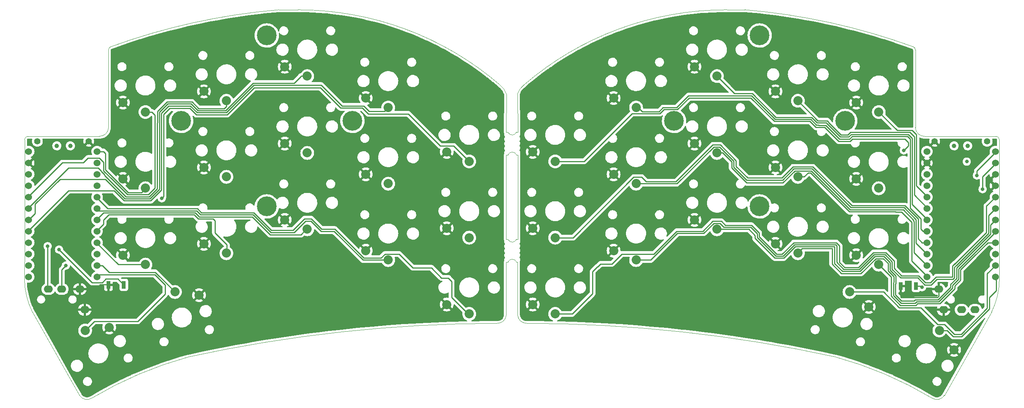
<source format=gtl>
%TF.GenerationSoftware,KiCad,Pcbnew,(6.0.4)*%
%TF.CreationDate,2022-04-16T22:52:17+02:00*%
%TF.ProjectId,sweepv2.1-julien,73776565-7076-4322-9e31-2d6a756c6965,rev?*%
%TF.SameCoordinates,Original*%
%TF.FileFunction,Copper,L1,Top*%
%TF.FilePolarity,Positive*%
%FSLAX46Y46*%
G04 Gerber Fmt 4.6, Leading zero omitted, Abs format (unit mm)*
G04 Created by KiCad (PCBNEW (6.0.4)) date 2022-04-16 22:52:17*
%MOMM*%
%LPD*%
G01*
G04 APERTURE LIST*
%TA.AperFunction,Profile*%
%ADD10C,0.050000*%
%TD*%
%TA.AperFunction,ComponentPad*%
%ADD11C,1.524000*%
%TD*%
%TA.AperFunction,ComponentPad*%
%ADD12O,2.000000X1.600000*%
%TD*%
%TA.AperFunction,ComponentPad*%
%ADD13C,2.032000*%
%TD*%
%TA.AperFunction,SMDPad,CuDef*%
%ADD14R,0.900000X1.700000*%
%TD*%
%TA.AperFunction,ComponentPad*%
%ADD15C,4.400000*%
%TD*%
%TA.AperFunction,ComponentPad*%
%ADD16C,1.397000*%
%TD*%
%TA.AperFunction,WasherPad*%
%ADD17C,1.000000*%
%TD*%
%TA.AperFunction,ViaPad*%
%ADD18C,0.800000*%
%TD*%
%TA.AperFunction,Conductor*%
%ADD19C,0.250000*%
%TD*%
G04 APERTURE END LIST*
D10*
X131508500Y-77724000D02*
X131506000Y-89547024D01*
X219998001Y-47763999D02*
X219998045Y-30439419D01*
X223714000Y-108050000D02*
G75*
G03*
X226446000Y-107451265I1070000J1650000D01*
G01*
X219998002Y-47763999D02*
G75*
G03*
X222033002Y-49694917I1999998J69999D01*
G01*
X219563295Y-29758875D02*
G75*
G03*
X182067777Y-21502679I-49442795J-135273425D01*
G01*
X178120389Y-21508122D02*
G75*
G03*
X132892692Y-38264646I-253989J-68729978D01*
G01*
X238688000Y-50442000D02*
G75*
G03*
X237938000Y-49692000I-750000J0D01*
G01*
X132893000Y-38265000D02*
G75*
G03*
X131466055Y-40278702I2445000J-3245000D01*
G01*
X131506294Y-89547021D02*
G75*
G03*
X133544000Y-91383119I1978006J146421D01*
G01*
X219998002Y-30439419D02*
G75*
G03*
X219563290Y-29758889I-750002J19D01*
G01*
X223714000Y-108050000D02*
G75*
G03*
X202185134Y-98863946I-44316000J-74040000D01*
G01*
X222033002Y-49694917D02*
X237938000Y-49692000D01*
X202185136Y-98863939D02*
G75*
G03*
X133544000Y-91383119I-69219136J-316475461D01*
G01*
X238688000Y-58420000D02*
X238688000Y-66548000D01*
X236953304Y-88858150D02*
X226446000Y-107451265D01*
X236953327Y-88858162D02*
G75*
G03*
X238700000Y-81534000I-15027227J7454062D01*
G01*
X182067777Y-21502679D02*
X178120389Y-21508139D01*
X238688000Y-50442000D02*
X238688000Y-58420000D01*
X131466055Y-40278702D02*
X131572000Y-48768000D01*
X129349500Y-48768000D02*
X128960000Y-48768000D01*
X238688000Y-66548000D02*
X238688000Y-75438000D01*
X238688000Y-75438000D02*
X238700000Y-81534000D01*
X129349500Y-72644000D02*
X128960000Y-72644000D01*
X129349500Y-53848000D02*
X128960000Y-53848000D01*
X129349500Y-77724000D02*
X128960000Y-77724000D01*
X131572000Y-53848000D02*
X131572000Y-72644000D01*
X78412223Y-21502679D02*
X82613611Y-21508139D01*
X21792000Y-50442000D02*
X21792000Y-58420000D01*
X128960000Y-77724000D02*
X128975507Y-89545022D01*
X129013945Y-40278702D02*
G75*
G03*
X127587000Y-38265000I-3871945J-1231298D01*
G01*
X126936000Y-91383122D02*
G75*
G03*
X128975507Y-89545022I59500J1984522D01*
G01*
X40481999Y-47763999D02*
X40481955Y-30439419D01*
X21792000Y-66548000D02*
X21792000Y-73914000D01*
X23526696Y-88858150D02*
X34034000Y-107451265D01*
X38446998Y-49694918D02*
G75*
G03*
X40481999Y-47763999I35002J2000918D01*
G01*
X78412223Y-21502678D02*
G75*
G03*
X40916710Y-29758889I11947327J-143529582D01*
G01*
X126936000Y-91383119D02*
G75*
G03*
X58294866Y-98863946I578050J-323956411D01*
G01*
X21779999Y-81534000D02*
G75*
G03*
X23526696Y-88858150I16773851J129950D01*
G01*
X22542000Y-49692000D02*
G75*
G03*
X21792000Y-50442000I0J-750000D01*
G01*
X38446998Y-49694917D02*
X22542000Y-49692000D01*
X21792000Y-58420000D02*
X21792000Y-66548000D01*
X40916692Y-29758850D02*
G75*
G03*
X40481955Y-30439419I315308J-680550D01*
G01*
X34034000Y-107451265D02*
G75*
G03*
X36766000Y-108050000I1662000J1051265D01*
G01*
X127586989Y-38265013D02*
G75*
G03*
X82613611Y-21508139I-44973389J-51973087D01*
G01*
X58294866Y-98863946D02*
G75*
G03*
X36766000Y-108050000I22787134J-83226054D01*
G01*
X21792000Y-73914000D02*
X21780000Y-81534000D01*
X128960000Y-53848000D02*
X128960000Y-72644000D01*
X129013945Y-40278702D02*
X128960000Y-48768000D01*
X131572000Y-72644000D02*
X131254500Y-72644000D01*
X129349501Y-48767999D02*
G75*
G03*
X131254499Y-48768000I952499J380999D01*
G01*
X131254499Y-77724001D02*
G75*
G03*
X129349501Y-77724000I-952499J-380999D01*
G01*
X131254499Y-53848001D02*
G75*
G03*
X129349501Y-53848000I-952499J-380999D01*
G01*
X131572000Y-48768000D02*
X131254500Y-48768000D01*
X129349501Y-72643999D02*
G75*
G03*
X131254499Y-72644000I952499J380999D01*
G01*
X131508500Y-77724000D02*
X131254500Y-77724000D01*
X131572000Y-53848000D02*
X131254500Y-53848000D01*
D11*
%TO.P,U1,1*%
%TO.N,Switch10*%
X237789400Y-53086000D03*
%TO.P,U1,2*%
%TO.N,Switch18*%
X237789400Y-55626000D03*
%TO.P,U1,3*%
%TO.N,gnd*%
X237789400Y-58166000D03*
%TO.P,U1,4*%
X237789400Y-60706000D03*
%TO.P,U1,5*%
%TO.N,Switch11*%
X237789400Y-63246000D03*
%TO.P,U1,6*%
%TO.N,Switch12*%
X237789400Y-65786000D03*
%TO.P,U1,7*%
%TO.N,Switch13*%
X237789400Y-68326000D03*
%TO.P,U1,8*%
%TO.N,Switch14*%
X237789400Y-70866000D03*
%TO.P,U1,9*%
%TO.N,Switch15*%
X237789400Y-73406000D03*
%TO.P,U1,10*%
%TO.N,Switch1*%
X237789400Y-75946000D03*
%TO.P,U1,11*%
%TO.N,Switch16*%
X237789400Y-78486000D03*
%TO.P,U1,12*%
%TO.N,Switch17*%
X237789400Y-81026000D03*
%TO.P,U1,13*%
%TO.N,Switch9*%
X222569400Y-81026000D03*
%TO.P,U1,14*%
%TO.N,Switch8*%
X222569400Y-78486000D03*
%TO.P,U1,15*%
%TO.N,Switch7*%
X222569400Y-75946000D03*
%TO.P,U1,16*%
%TO.N,Switch6*%
X222569400Y-73406000D03*
%TO.P,U1,17*%
%TO.N,Switch2*%
X222569400Y-70866000D03*
%TO.P,U1,18*%
%TO.N,Switch3*%
X222569400Y-68326000D03*
%TO.P,U1,19*%
%TO.N,Switch4*%
X222569400Y-65786000D03*
%TO.P,U1,20*%
%TO.N,Switch5*%
X222569400Y-63246000D03*
%TO.P,U1,21*%
%TO.N,vcc*%
X222569400Y-60706000D03*
%TO.P,U1,22*%
%TO.N,reset*%
X222569400Y-58166000D03*
%TO.P,U1,23*%
%TO.N,gnd*%
X222569400Y-55626000D03*
%TO.P,U1,24*%
%TO.N,raw*%
X222569400Y-53086000D03*
%TD*%
D12*
%TO.P,J2,R1*%
%TO.N,Switch18*%
X230274000Y-88352000D03*
%TO.P,J2,R2*%
%TO.N,vcc*%
X233274000Y-88352000D03*
%TO.P,J2,S*%
%TO.N,gnd*%
X225174000Y-83752000D03*
%TO.P,J2,T*%
X226274000Y-88352000D03*
%TD*%
D13*
%TO.P,SW16,1*%
%TO.N,Switch13*%
X175856000Y-70416000D03*
%TO.P,SW16,2*%
%TO.N,gnd*%
X170856000Y-68316000D03*
%TD*%
%TO.P,SW20,1*%
%TO.N,Switch17*%
X225336000Y-92972450D03*
%TO.P,SW20,2*%
%TO.N,gnd*%
X228616127Y-97291103D03*
%TD*%
%TO.P,SW15,1*%
%TO.N,Switch12*%
X157856000Y-77274000D03*
%TO.P,SW15,2*%
%TO.N,gnd*%
X152856000Y-75174000D03*
%TD*%
%TO.P,SW21,1*%
%TO.N,Switch16*%
X205353032Y-84383038D03*
%TO.P,SW21,2*%
%TO.N,gnd*%
X209639142Y-87705577D03*
%TD*%
%TO.P,SW17,1*%
%TO.N,Switch14*%
X193856000Y-75750000D03*
%TO.P,SW17,2*%
%TO.N,gnd*%
X188856000Y-73650000D03*
%TD*%
%TO.P,SW18,1*%
%TO.N,Switch15*%
X211836000Y-78290000D03*
%TO.P,SW18,2*%
%TO.N,gnd*%
X206836000Y-76190000D03*
%TD*%
%TO.P,SW4,1*%
%TO.N,Switch3*%
X175856000Y-36282000D03*
%TO.P,SW4,2*%
%TO.N,gnd*%
X170856000Y-34182000D03*
%TD*%
%TO.P,SW3,1*%
%TO.N,Switch2*%
X157856000Y-43282000D03*
%TO.P,SW3,2*%
%TO.N,gnd*%
X152856000Y-41182000D03*
%TD*%
%TO.P,SW9,1*%
%TO.N,Switch7*%
X157856000Y-60256000D03*
%TO.P,SW9,2*%
%TO.N,gnd*%
X152856000Y-58156000D03*
%TD*%
%TO.P,SW14,1*%
%TO.N,Switch11*%
X139856000Y-89282000D03*
%TO.P,SW14,2*%
%TO.N,gnd*%
X134856000Y-87182000D03*
%TD*%
%TO.P,SW12,1*%
%TO.N,Switch10*%
X211836000Y-61272000D03*
%TO.P,SW12,2*%
%TO.N,gnd*%
X206836000Y-59172000D03*
%TD*%
%TO.P,SW11,1*%
%TO.N,Switch9*%
X193856000Y-58732000D03*
%TO.P,SW11,2*%
%TO.N,gnd*%
X188856000Y-56632000D03*
%TD*%
%TO.P,SW8,1*%
%TO.N,Switch6*%
X139856000Y-72282000D03*
%TO.P,SW8,2*%
%TO.N,gnd*%
X134856000Y-70182000D03*
%TD*%
%TO.P,SW6,1*%
%TO.N,Switch5*%
X211856000Y-44282000D03*
%TO.P,SW6,2*%
%TO.N,gnd*%
X206856000Y-42182000D03*
%TD*%
%TO.P,SW5,1*%
%TO.N,Switch4*%
X193856000Y-41782000D03*
%TO.P,SW5,2*%
%TO.N,gnd*%
X188856000Y-39682000D03*
%TD*%
%TO.P,SW2,1*%
%TO.N,Switch1*%
X139856000Y-55282000D03*
%TO.P,SW2,2*%
%TO.N,gnd*%
X134856000Y-53182000D03*
%TD*%
D14*
%TO.P,RSW1,1*%
%TO.N,gnd*%
X216740000Y-83058000D03*
%TO.P,RSW1,2*%
%TO.N,reset*%
X220140000Y-83058000D03*
%TD*%
D13*
%TO.P,SW10,1*%
%TO.N,Switch8*%
X175856000Y-53398000D03*
%TO.P,SW10,2*%
%TO.N,gnd*%
X170856000Y-51298000D03*
%TD*%
D15*
%TO.P,REF\u002A\u002A,1*%
%TO.N,N/C*%
X166306000Y-46282000D03*
X204406000Y-46282000D03*
X185356000Y-65332000D03*
X185356000Y-27232000D03*
%TD*%
D16*
%TO.P,Bat+r1,1*%
%TO.N,BT+_r*%
X235966000Y-50800000D03*
%TD*%
%TO.P,BatGND1,1*%
%TO.N,gnd*%
X224282000Y-50800000D03*
%TD*%
D11*
%TO.P,U2,1*%
%TO.N,Switch10_r*%
X37937400Y-53086000D03*
%TO.P,U2,2*%
%TO.N,Switch18_r*%
X37937400Y-55626000D03*
%TO.P,U2,3*%
%TO.N,gnd*%
X37937400Y-58166000D03*
%TO.P,U2,4*%
X37937400Y-60706000D03*
%TO.P,U2,5*%
%TO.N,Switch11_r*%
X37937400Y-63246000D03*
%TO.P,U2,6*%
%TO.N,Switch12_r*%
X37937400Y-65786000D03*
%TO.P,U2,7*%
%TO.N,Switch13_r*%
X37937400Y-68326000D03*
%TO.P,U2,8*%
%TO.N,Switch14_r*%
X37937400Y-70866000D03*
%TO.P,U2,9*%
%TO.N,Switch15_r*%
X37937400Y-73406000D03*
%TO.P,U2,10*%
%TO.N,Switch1_r*%
X37937400Y-75946000D03*
%TO.P,U2,11*%
%TO.N,Switch16_r*%
X37937400Y-78486000D03*
%TO.P,U2,12*%
%TO.N,Switch17_r*%
X37937400Y-81026000D03*
%TO.P,U2,13*%
%TO.N,Switch9_r*%
X22717400Y-81026000D03*
%TO.P,U2,14*%
%TO.N,Switch8_r*%
X22717400Y-78486000D03*
%TO.P,U2,15*%
%TO.N,Switch7_r*%
X22717400Y-75946000D03*
%TO.P,U2,16*%
%TO.N,Switch6_r*%
X22717400Y-73406000D03*
%TO.P,U2,17*%
%TO.N,Switch2_r*%
X22717400Y-70866000D03*
%TO.P,U2,18*%
%TO.N,Switch3_r*%
X22717400Y-68326000D03*
%TO.P,U2,19*%
%TO.N,Switch4_r*%
X22717400Y-65786000D03*
%TO.P,U2,20*%
%TO.N,Switch5_r*%
X22717400Y-63246000D03*
%TO.P,U2,21*%
%TO.N,vcc*%
X22717400Y-60706000D03*
%TO.P,U2,22*%
%TO.N,reset_r*%
X22717400Y-58166000D03*
%TO.P,U2,23*%
%TO.N,gnd*%
X22717400Y-55626000D03*
%TO.P,U2,24*%
%TO.N,raw*%
X22717400Y-53086000D03*
%TD*%
D12*
%TO.P,J1,R1*%
%TO.N,Switch18_r*%
X30076000Y-83752000D03*
%TO.P,J1,R2*%
%TO.N,vcc*%
X27076000Y-83752000D03*
%TO.P,J1,S*%
%TO.N,gnd*%
X35176000Y-88352000D03*
%TO.P,J1,T*%
X34076000Y-83752000D03*
%TD*%
D13*
%TO.P,SW17_r1,1*%
%TO.N,Switch15_r*%
X48686000Y-78290000D03*
%TO.P,SW17_r1,2*%
%TO.N,gnd*%
X43686000Y-76190000D03*
%TD*%
%TO.P,SW11_r1,1*%
%TO.N,Switch9_r*%
X66700000Y-58732000D03*
%TO.P,SW11_r1,2*%
%TO.N,gnd*%
X61700000Y-56632000D03*
%TD*%
%TO.P,SW15_r1,1*%
%TO.N,Switch13_r*%
X84688000Y-70416000D03*
%TO.P,SW15_r1,2*%
%TO.N,gnd*%
X79688000Y-68316000D03*
%TD*%
%TO.P,SW18_r1,1*%
%TO.N,Switch12_r*%
X102714000Y-77274000D03*
%TO.P,SW18_r1,2*%
%TO.N,gnd*%
X97714000Y-75174000D03*
%TD*%
%TO.P,SW6_r1,1*%
%TO.N,Switch5_r*%
X48686000Y-44282000D03*
%TO.P,SW6_r1,2*%
%TO.N,gnd*%
X43686000Y-42182000D03*
%TD*%
%TO.P,SW5_r1,1*%
%TO.N,Switch4_r*%
X66700000Y-41782000D03*
%TO.P,SW5_r1,2*%
%TO.N,gnd*%
X61700000Y-39682000D03*
%TD*%
%TO.P,SW2_r1,1*%
%TO.N,Switch1_r*%
X120732000Y-55282000D03*
%TO.P,SW2_r1,2*%
%TO.N,gnd*%
X115732000Y-53182000D03*
%TD*%
%TO.P,SW16_r1,1*%
%TO.N,Switch14_r*%
X66700000Y-75750000D03*
%TO.P,SW16_r1,2*%
%TO.N,gnd*%
X61700000Y-73650000D03*
%TD*%
%TO.P,SW4_r1,1*%
%TO.N,Switch3_r*%
X84688000Y-36282000D03*
%TO.P,SW4_r1,2*%
%TO.N,gnd*%
X79688000Y-34182000D03*
%TD*%
%TO.P,SW13_r1,1*%
%TO.N,Switch11_r*%
X120732000Y-89282000D03*
%TO.P,SW13_r1,2*%
%TO.N,gnd*%
X115732000Y-87182000D03*
%TD*%
%TO.P,SW12_r1,1*%
%TO.N,Switch10_r*%
X48686000Y-61272000D03*
%TO.P,SW12_r1,2*%
%TO.N,gnd*%
X43686000Y-59172000D03*
%TD*%
%TO.P,SW3_r1,1*%
%TO.N,Switch2_r*%
X102714000Y-43282000D03*
%TO.P,SW3_r1,2*%
%TO.N,gnd*%
X97714000Y-41182000D03*
%TD*%
%TO.P,SW8_r1,1*%
%TO.N,Switch7_r*%
X102714000Y-60256000D03*
%TO.P,SW8_r1,2*%
%TO.N,gnd*%
X97714000Y-58156000D03*
%TD*%
%TO.P,SW21_r1,1*%
%TO.N,Switch16_r*%
X55250968Y-84383038D03*
%TO.P,SW21_r1,2*%
%TO.N,gnd*%
X60624117Y-85117387D03*
%TD*%
%TO.P,SW9_r1,1*%
%TO.N,Switch8_r*%
X84688000Y-53398000D03*
%TO.P,SW9_r1,2*%
%TO.N,gnd*%
X79688000Y-51298000D03*
%TD*%
%TO.P,SW20_r1,1*%
%TO.N,Switch17_r*%
X35268000Y-92972450D03*
%TO.P,SW20_r1,2*%
%TO.N,gnd*%
X40648127Y-92291103D03*
%TD*%
%TO.P,SW7_r1,1*%
%TO.N,Switch6_r*%
X120732000Y-72282000D03*
%TO.P,SW7_r1,2*%
%TO.N,gnd*%
X115732000Y-70182000D03*
%TD*%
D15*
%TO.P,REF\u002A\u002A,1*%
%TO.N,N/C*%
X94742000Y-46282000D03*
X75692000Y-65332000D03*
X56642000Y-46282000D03*
X75692000Y-27232000D03*
%TD*%
D16*
%TO.P,BatGND4,1*%
%TO.N,gnd*%
X36068000Y-50800000D03*
%TD*%
%TO.P,Bat+1,1*%
%TO.N,BT+*%
X24638000Y-50800000D03*
%TD*%
D14*
%TO.P,RSW2,1*%
%TO.N,gnd*%
X40464000Y-82804000D03*
%TO.P,RSW2,2*%
%TO.N,reset_r*%
X43864000Y-82804000D03*
%TD*%
D17*
%TO.P,SW_POWERR1,*%
%TO.N,*%
X228624000Y-51816000D03*
X231624000Y-51816000D03*
%TD*%
%TO.P,SW_POWER1,*%
%TO.N,*%
X31980000Y-51816000D03*
X28980000Y-51816000D03*
%TD*%
D18*
%TO.N,vcc*%
X26924000Y-74168000D03*
%TO.N,Switch18*%
X234950000Y-61468000D03*
%TO.N,reset*%
X221488000Y-83312000D03*
%TO.N,Switch1*%
X217424000Y-52832000D03*
%TO.N,Switch10*%
X233680000Y-58420000D03*
%TO.N,BT+_r*%
X231437000Y-55329000D03*
%TO.N,Switch18_r*%
X30988000Y-78486000D03*
%TO.N,reset_r*%
X29464000Y-74930000D03*
%TO.N,Switch1_r*%
X52324000Y-63500000D03*
%TD*%
D19*
%TO.N,gnd*%
X224857600Y-85653170D02*
X225174000Y-85336770D01*
X225174000Y-85336770D02*
X225174000Y-83552000D01*
X216740000Y-83058000D02*
X216740000Y-84758000D01*
X216740000Y-85544770D02*
X216848400Y-85653170D01*
X216848400Y-85653170D02*
X224857600Y-85653170D01*
X225204000Y-83522000D02*
X225174000Y-83552000D01*
X216740000Y-84758000D02*
X216740000Y-85544770D01*
X40406010Y-82746010D02*
X40464000Y-82804000D01*
X34076000Y-83552000D02*
X37802010Y-83552000D01*
X37802010Y-83552000D02*
X38608000Y-82746010D01*
X38608000Y-82746010D02*
X40406010Y-82746010D01*
%TO.N,vcc*%
X26924000Y-83400000D02*
X27076000Y-83552000D01*
X26924000Y-74168000D02*
X26924000Y-83400000D01*
%TO.N,Switch18*%
X237989400Y-55626000D02*
X234950000Y-58665400D01*
X234950000Y-58665400D02*
X234950000Y-61468000D01*
%TO.N,reset*%
X220140000Y-83058000D02*
X221234000Y-83058000D01*
X221234000Y-83058000D02*
X221488000Y-83312000D01*
%TO.N,Switch1*%
X164039990Y-43732010D02*
X167057719Y-43732009D01*
X188603200Y-46366020D02*
X196530790Y-46366020D01*
X205486000Y-50800000D02*
X205994000Y-50292000D01*
X139856000Y-55282000D02*
X146295954Y-55282000D01*
X218417960Y-51838040D02*
X217424000Y-52832000D01*
X146295954Y-55282000D02*
X156954953Y-44623001D01*
X205994000Y-50292000D02*
X217678000Y-50292000D01*
X169641728Y-41148000D02*
X183385180Y-41148000D01*
X202946000Y-50800000D02*
X205486000Y-50800000D01*
X197858780Y-47694010D02*
X199840010Y-47694010D01*
X237675495Y-76259905D02*
X237989400Y-75946000D01*
X217678000Y-50292000D02*
X218417960Y-51031960D01*
X196530790Y-46366020D02*
X197858780Y-47694010D01*
X156954953Y-44623001D02*
X163148999Y-44623001D01*
X218417960Y-51031960D02*
X218417960Y-51838040D01*
X199840010Y-47694010D02*
X202946000Y-50800000D01*
X183385180Y-41148000D02*
X188603200Y-46366020D01*
X217424000Y-52832000D02*
X217424000Y-52832000D01*
X163148999Y-44623001D02*
X164039990Y-43732010D01*
X167057719Y-43732009D02*
X169641728Y-41148000D01*
%TO.N,Switch2*%
X203074410Y-50292000D02*
X205357590Y-50292000D01*
X205933189Y-49716401D02*
X218243991Y-49716401D01*
X218867970Y-50340380D02*
X218867970Y-65705970D01*
X200026411Y-47244001D02*
X203074410Y-50292000D01*
X159234991Y-44172991D02*
X162962599Y-44172991D01*
X163853591Y-43282001D02*
X166871317Y-43282001D01*
X157856000Y-43282000D02*
X158344000Y-43282000D01*
X169513318Y-40640000D02*
X183513590Y-40640000D01*
X205357590Y-50292000D02*
X205933189Y-49716401D01*
X166871317Y-43282001D02*
X169513318Y-40640000D01*
X162962599Y-44172991D02*
X163853591Y-43282001D01*
X158344000Y-43282000D02*
X159234991Y-44172991D01*
X218243991Y-49716401D02*
X218867970Y-50340380D01*
X221234000Y-70358000D02*
X221742000Y-70866000D01*
X218867970Y-65705970D02*
X221234000Y-68072000D01*
X221234000Y-68072000D02*
X221234000Y-70358000D01*
X221742000Y-70866000D02*
X222569400Y-70866000D01*
X198553180Y-47244000D02*
X200026411Y-47244001D01*
X198463590Y-47154410D02*
X198553180Y-47244000D01*
X196717190Y-45916010D02*
X197955590Y-47154410D01*
X183513590Y-40640000D02*
X188789600Y-45916010D01*
X188789600Y-45916010D02*
X196717190Y-45916010D01*
X197955590Y-47154410D02*
X198463590Y-47154410D01*
%TO.N,Switch3*%
X219317980Y-64874580D02*
X222769400Y-68326000D01*
X188976000Y-45466000D02*
X196903590Y-45466000D01*
X179763990Y-40189990D02*
X183699990Y-40189990D01*
X198115600Y-46678010D02*
X200209990Y-46678010D01*
X218430392Y-49266392D02*
X219317980Y-50153980D01*
X183699990Y-40189990D02*
X188976000Y-45466000D01*
X205171190Y-49841990D02*
X205746788Y-49266392D01*
X219317980Y-50153980D02*
X219317980Y-64874580D01*
X196903590Y-45466000D02*
X198115600Y-46678010D01*
X175856000Y-36282000D02*
X179763990Y-40189990D01*
X205746788Y-49266392D02*
X218430392Y-49266392D01*
X203260810Y-49841990D02*
X205171190Y-49841990D01*
X200209990Y-46678010D02*
X200209990Y-46791170D01*
X200209990Y-46791170D02*
X203260810Y-49841990D01*
%TO.N,Switch4*%
X193856000Y-41782000D02*
X198302000Y-46228000D01*
X219767990Y-49841990D02*
X219767990Y-62784590D01*
X203447210Y-49391980D02*
X204984790Y-49391980D01*
X205560388Y-48816382D02*
X218742382Y-48816382D01*
X218742382Y-48816382D02*
X219767990Y-49841990D01*
X200660000Y-46491610D02*
X200660000Y-46604770D01*
X200396391Y-46228001D02*
X200660000Y-46491610D01*
X204984790Y-49391980D02*
X205560388Y-48816382D01*
X219767990Y-62784590D02*
X222769400Y-65786000D01*
X198302000Y-46228000D02*
X200396391Y-46228001D01*
X200660000Y-46604770D02*
X203447210Y-49391980D01*
%TO.N,Switch5*%
X220218000Y-49276000D02*
X220218000Y-60694600D01*
X211856000Y-44282000D02*
X215940372Y-48366372D01*
X215940372Y-48366372D02*
X219308372Y-48366372D01*
X220218000Y-60694600D02*
X222769400Y-63246000D01*
X219308372Y-48366372D02*
X220218000Y-49276000D01*
%TO.N,Switch6*%
X190290508Y-58985990D02*
X192785520Y-56490980D01*
X160135990Y-59805990D02*
X166738918Y-59805990D01*
X157339659Y-58787659D02*
X159117659Y-58787659D01*
X139856000Y-72282000D02*
X143845318Y-72282000D01*
X143845318Y-72282000D02*
X157339659Y-58787659D01*
X180097546Y-55106454D02*
X180097546Y-56399546D01*
X197209801Y-56490981D02*
X205858801Y-65139981D01*
X176598082Y-51606990D02*
X180097546Y-55106454D01*
X217665571Y-65139981D02*
X220534795Y-68009205D01*
X182683990Y-58985990D02*
X190290508Y-58985990D01*
X220534795Y-68009205D02*
X220610020Y-68084430D01*
X220610020Y-68084430D02*
X220610020Y-72528020D01*
X159117659Y-58787659D02*
X160135990Y-59805990D01*
X174937919Y-51606989D02*
X176598082Y-51606990D01*
X166738918Y-59805990D02*
X174937919Y-51606989D01*
X205858801Y-65139981D02*
X217665571Y-65139981D01*
X220610020Y-72528020D02*
X221488000Y-73406000D01*
X221488000Y-73406000D02*
X222569400Y-73406000D01*
X192785520Y-56490980D02*
X197209801Y-56490981D01*
X180097546Y-56399546D02*
X182683990Y-58985990D01*
%TO.N,Switch7*%
X205672400Y-65589990D02*
X217479171Y-65589991D01*
X219962590Y-68073410D02*
X220160010Y-68270830D01*
X220160010Y-68270830D02*
X220160010Y-73536610D01*
X217479171Y-65589991D02*
X219962590Y-68073410D01*
X220160010Y-73536610D02*
X222569400Y-75946000D01*
X179578000Y-55223318D02*
X179578000Y-56571590D01*
X197023400Y-56940990D02*
X205672400Y-65589990D01*
X166925318Y-60256000D02*
X175124319Y-52056999D01*
X192971919Y-56940989D02*
X197023400Y-56940990D01*
X175124319Y-52056999D02*
X176411681Y-52056999D01*
X190476908Y-59436000D02*
X192971919Y-56940989D01*
X157856000Y-60256000D02*
X166925318Y-60256000D01*
X182442410Y-59436000D02*
X190476908Y-59436000D01*
X179578000Y-56571590D02*
X182442410Y-59436000D01*
X176411681Y-52056999D02*
X179578000Y-55223318D01*
%TO.N,Switch8*%
X177116272Y-53398000D02*
X179127990Y-55409718D01*
X219710000Y-75626600D02*
X222569400Y-78486000D01*
X182443001Y-60073001D02*
X190476317Y-60073001D01*
X179127990Y-56757990D02*
X182443001Y-60073001D01*
X193158319Y-57390999D02*
X196836999Y-57390999D01*
X175768000Y-53398000D02*
X177116272Y-53398000D01*
X219644385Y-68391615D02*
X219644385Y-68639975D01*
X190476317Y-60073001D02*
X193158319Y-57390999D01*
X196836999Y-57390999D02*
X205486000Y-66040000D01*
X219644385Y-68639975D02*
X219710000Y-68705590D01*
X217292770Y-66040000D02*
X219644385Y-68391615D01*
X179127990Y-55409718D02*
X179127990Y-56757990D01*
X219710000Y-68705590D02*
X219710000Y-75626600D01*
X205486000Y-66040000D02*
X217292770Y-66040000D01*
%TO.N,Switch9*%
X195238840Y-58732000D02*
X196129831Y-57841009D01*
X221747700Y-80004300D02*
X222769400Y-81026000D01*
X219202000Y-68834000D02*
X219202000Y-77458600D01*
X215588010Y-66490010D02*
X215646000Y-66548000D01*
X205299600Y-66490010D02*
X215588010Y-66490010D01*
X193802000Y-58732000D02*
X195238840Y-58732000D01*
X196129831Y-57841009D02*
X196650599Y-57841009D01*
X219202000Y-77458600D02*
X221747700Y-80004300D01*
X196650599Y-57841009D02*
X205299600Y-66490010D01*
X216916000Y-66548000D02*
X219202000Y-68834000D01*
X215646000Y-66548000D02*
X216916000Y-66548000D01*
%TO.N,Switch10*%
X237989400Y-53086000D02*
X233680000Y-57395400D01*
X233680000Y-57395400D02*
X233680000Y-58420000D01*
%TO.N,Switch11*%
X203142010Y-77791600D02*
X203142010Y-74107190D01*
X210633118Y-75598972D02*
X207318120Y-78913970D01*
X228600000Y-78232000D02*
X228694950Y-78232000D01*
X203142010Y-74107190D02*
X202418793Y-73383973D01*
X228808717Y-78023283D02*
X228600000Y-78232000D01*
X216916000Y-80772000D02*
X215276020Y-79132020D01*
X222250000Y-82296000D02*
X220726000Y-80772000D01*
X177719978Y-69515978D02*
X176828989Y-68624989D01*
X228256865Y-78575135D02*
X228256865Y-80986725D01*
X235802379Y-71124571D02*
X235802379Y-65233021D01*
X154641841Y-75932999D02*
X152441260Y-78133580D01*
X202418793Y-73383973D02*
X192910526Y-73383972D01*
X223366176Y-82296000D02*
X222250000Y-82296000D01*
X192910526Y-73383972D02*
X190348498Y-75946000D01*
X228217590Y-81026000D02*
X224636176Y-81026000D01*
X224636176Y-81026000D02*
X223366176Y-82296000D01*
X228256865Y-80986725D02*
X228217590Y-81026000D01*
X185234659Y-72067341D02*
X185234659Y-71188659D01*
X228694950Y-78232000D02*
X235802379Y-71124571D01*
X190348498Y-75946000D02*
X189113318Y-75946000D01*
X143636000Y-89282000D02*
X139856000Y-89282000D01*
X213424204Y-75598972D02*
X210633118Y-75598972D01*
X149310740Y-78781260D02*
X149253580Y-78781260D01*
X228922887Y-78023283D02*
X228808717Y-78023283D01*
X185234659Y-71188659D02*
X183561978Y-69515978D01*
X189113318Y-75946000D02*
X185234659Y-72067341D01*
X207318120Y-78913970D02*
X204264380Y-78913970D01*
X220726000Y-80772000D02*
X216916000Y-80772000D01*
X228600000Y-78232000D02*
X228256865Y-78575135D01*
X204264380Y-78913970D02*
X203142010Y-77791600D01*
X235802379Y-65233021D02*
X237789400Y-63246000D01*
X215276020Y-77450788D02*
X213424204Y-75598972D01*
X215276020Y-79132020D02*
X215276020Y-77450788D01*
X183561978Y-69515978D02*
X177719978Y-69515978D01*
X176828989Y-68624989D02*
X174937919Y-68624989D01*
X149253580Y-78781260D02*
X148180420Y-79854420D01*
X148180420Y-84737580D02*
X143636000Y-89282000D01*
X148180420Y-79854420D02*
X148180420Y-84737580D01*
X174937919Y-68624989D02*
X172708454Y-70854454D01*
X172708454Y-70854454D02*
X166889546Y-70854454D01*
X166889546Y-70854454D02*
X161811001Y-75932999D01*
X161811001Y-75932999D02*
X154641841Y-75932999D01*
X152441260Y-78133580D02*
X149958420Y-78133580D01*
X149958420Y-78133580D02*
X149310740Y-78781260D01*
%TO.N,Switch12*%
X236252389Y-67323011D02*
X237789400Y-65786000D01*
X214826010Y-77637188D02*
X214826010Y-79370780D01*
X236252389Y-71330191D02*
X236252389Y-67323011D01*
X213237803Y-76048981D02*
X214826010Y-77637188D01*
X229109287Y-78473293D02*
X236252389Y-71330191D01*
X210819520Y-76048980D02*
X213237803Y-76048981D01*
X222108883Y-82791293D02*
X223507293Y-82791293D01*
X229090067Y-78473293D02*
X229109287Y-78473293D01*
X223507293Y-82791293D02*
X224764586Y-81534000D01*
X228706875Y-81173125D02*
X228706875Y-78856485D01*
X216698615Y-81243385D02*
X220560975Y-81243385D01*
X175124319Y-69074999D02*
X176543001Y-69074999D01*
X183272012Y-69965988D02*
X183375578Y-69965988D01*
X176543001Y-69074999D02*
X176543001Y-69101001D01*
X188926918Y-76396010D02*
X190534898Y-76396010D01*
X183272009Y-69965991D02*
X183272012Y-69965988D01*
X177407990Y-69965990D02*
X178298401Y-69965991D01*
X178298401Y-69965991D02*
X183272009Y-69965991D01*
X161106410Y-77274000D02*
X167075946Y-71304464D01*
X190534898Y-76396010D02*
X193096926Y-73833982D01*
X193096926Y-73833982D02*
X202232392Y-73833982D01*
X157856000Y-77274000D02*
X161106410Y-77274000D01*
X202496002Y-74097592D02*
X202496002Y-74480002D01*
X202232392Y-73833982D02*
X202496002Y-74097592D01*
X228346000Y-81534000D02*
X228706875Y-81173125D01*
X167075946Y-71304464D02*
X172894854Y-71304464D01*
X172894854Y-71304464D02*
X175124319Y-69074999D01*
X207504520Y-79363980D02*
X210819520Y-76048980D01*
X224764586Y-81534000D02*
X228346000Y-81534000D01*
X183375578Y-69965988D02*
X184784649Y-71375059D01*
X184784649Y-72253741D02*
X188926918Y-76396010D01*
X204077980Y-79363980D02*
X207504520Y-79363980D01*
X214826010Y-79370780D02*
X216698615Y-81243385D01*
X202496002Y-77782002D02*
X204077980Y-79363980D01*
X220560975Y-81243385D02*
X222108883Y-82791293D01*
X202496002Y-74363998D02*
X202496002Y-74480002D01*
X176543001Y-69101001D02*
X177407990Y-69965990D01*
X202496002Y-74480002D02*
X202496002Y-77782002D01*
X228706875Y-78856485D02*
X229090067Y-78473293D01*
X184784649Y-71375059D02*
X184784649Y-72253741D01*
%TO.N,Switch13*%
X237789400Y-68326000D02*
X236702399Y-69413001D01*
X207690918Y-79813990D02*
X203765990Y-79813990D01*
X227831210Y-82685200D02*
X227831210Y-83315970D01*
X193283326Y-74283992D02*
X190721298Y-76846020D01*
X225044000Y-86103180D02*
X219966820Y-86103180D01*
X215588010Y-85029190D02*
X215588010Y-82607990D01*
X211005919Y-76498989D02*
X207690918Y-79813990D01*
X219966820Y-86103180D02*
X219710000Y-86360000D01*
X202045992Y-74283992D02*
X193283326Y-74283992D01*
X202045992Y-78093992D02*
X202045992Y-74283992D01*
X215588010Y-82607990D02*
X215623215Y-82572785D01*
X188740518Y-76846020D02*
X184334640Y-72440142D01*
X214376000Y-79557180D02*
X214376000Y-77823588D01*
X214376000Y-77823588D02*
X213051402Y-76498990D01*
X215623215Y-80804395D02*
X214376000Y-79557180D01*
X219710000Y-86360000D02*
X216918820Y-86360000D01*
X184334639Y-71812639D02*
X182938000Y-70416000D01*
X215623215Y-82572785D02*
X215623215Y-80804395D01*
X213051402Y-76498990D02*
X211005919Y-76498989D01*
X184334640Y-72440142D02*
X184334639Y-71812639D01*
X237714572Y-68326000D02*
X237989400Y-68326000D01*
X190721298Y-76846020D02*
X188740518Y-76846020D01*
X236702399Y-71516591D02*
X229176105Y-79042885D01*
X236702399Y-69413001D02*
X236702399Y-71516591D01*
X229156885Y-79042885D02*
X229156884Y-81359526D01*
X229156884Y-81359526D02*
X227831210Y-82685200D01*
X216918820Y-86360000D02*
X215588010Y-85029190D01*
X229176105Y-79042885D02*
X229156885Y-79042885D01*
X225804590Y-85342590D02*
X225677590Y-85469590D01*
X225677590Y-85469590D02*
X225044000Y-86103180D01*
X227831210Y-83315970D02*
X225677590Y-85469590D01*
X203765990Y-79813990D02*
X202045992Y-78093992D01*
X182938000Y-70416000D02*
X175768000Y-70416000D01*
%TO.N,Switch14*%
X229606893Y-81545927D02*
X229606893Y-81289107D01*
X229606893Y-81289107D02*
X229606895Y-81289105D01*
X229606895Y-79248505D02*
X229606895Y-81289105D01*
X229606895Y-79248505D02*
X229606893Y-81545927D01*
X237989400Y-70866000D02*
X229606895Y-79248505D01*
X215173205Y-82260795D02*
X215138000Y-82296000D01*
X213903205Y-79720795D02*
X215173205Y-80990795D01*
X211192319Y-76948999D02*
X212865001Y-76948999D01*
X215138000Y-85215590D02*
X216790410Y-86868000D01*
X225230400Y-86553190D02*
X228281220Y-83502370D01*
X203570002Y-80264000D02*
X207877318Y-80264000D01*
X219964000Y-86868000D02*
X220278810Y-86553190D01*
X228281220Y-83502370D02*
X228281220Y-82871600D01*
X193802000Y-75750000D02*
X194817999Y-74734001D01*
X213903205Y-77987203D02*
X213903205Y-79720795D01*
X201480001Y-78173999D02*
X203570002Y-80264000D01*
X201480001Y-74734001D02*
X201480001Y-78173999D01*
X212865001Y-76948999D02*
X213903205Y-77987203D01*
X215173205Y-80990795D02*
X215173205Y-82260795D01*
X207877318Y-80264000D02*
X211192319Y-76948999D01*
X215138000Y-82296000D02*
X215138000Y-85215590D01*
X228281220Y-82871600D02*
X229606893Y-81545927D01*
X216790410Y-86868000D02*
X219964000Y-86868000D01*
X220278810Y-86553190D02*
X225230400Y-86553190D01*
X194817999Y-74734001D02*
X201480001Y-74734001D01*
%TO.N,Switch15*%
X225933000Y-86487000D02*
X225416801Y-87003199D01*
X228731230Y-83058000D02*
X228731230Y-83697230D01*
X225933000Y-86487000D02*
X225941460Y-86487000D01*
X225416801Y-87003199D02*
X220465211Y-87003199D01*
X237989400Y-73406000D02*
X236085810Y-73406000D01*
X214601000Y-85315000D02*
X214601000Y-81055000D01*
X236085810Y-73406000D02*
X233104905Y-76386905D01*
X225941460Y-86487000D02*
X228731230Y-83697230D01*
X214601000Y-81055000D02*
X211836000Y-78290000D01*
X233104905Y-76386905D02*
X230056905Y-79434905D01*
X220465211Y-87003199D02*
X220092410Y-87376000D01*
X230056902Y-81732328D02*
X228731230Y-83058000D01*
X220092410Y-87376000D02*
X216662000Y-87376000D01*
X230056905Y-81601095D02*
X230056902Y-81732328D01*
X230056905Y-79434905D02*
X230056905Y-81601095D01*
X216662000Y-87376000D02*
X214601000Y-85315000D01*
X233104905Y-76386905D02*
X233231905Y-76259905D01*
%TO.N,Switch16*%
X224981449Y-91631449D02*
X226505449Y-91631449D01*
X235966000Y-88009590D02*
X235966000Y-85598000D01*
X235966000Y-85598000D02*
X235966000Y-85469590D01*
X237789400Y-78486000D02*
X235966000Y-80309400D01*
X235966000Y-80309400D02*
X235966000Y-85598000D01*
X230186795Y-93788795D02*
X235966000Y-88009590D01*
X205353032Y-84383038D02*
X212907038Y-84383038D01*
X226505449Y-91631449D02*
X228662795Y-93788795D01*
X228662795Y-93788795D02*
X230186795Y-93788795D01*
X221234000Y-87884000D02*
X224981449Y-91631449D01*
X216408000Y-87884000D02*
X221234000Y-87884000D01*
X212907038Y-84383038D02*
X216408000Y-87884000D01*
%TO.N,Switch17*%
X228520549Y-94313451D02*
X230298549Y-94313451D01*
X237989400Y-84082600D02*
X237989400Y-81026000D01*
X236474000Y-85598000D02*
X237989400Y-84082600D01*
X225336000Y-92972450D02*
X227084450Y-92972450D01*
X228425451Y-94313451D02*
X228520549Y-94313451D01*
X236474000Y-88138000D02*
X236474000Y-85598000D01*
X225336000Y-92972450D02*
X225336000Y-93002000D01*
X227084450Y-92972450D02*
X228425451Y-94313451D01*
X230298549Y-94313451D02*
X236474000Y-88138000D01*
%TO.N,Switch18_r*%
X30076000Y-83552000D02*
X30076000Y-79398000D01*
X30076000Y-79398000D02*
X30988000Y-78486000D01*
%TO.N,reset_r*%
X42536010Y-81476010D02*
X43864000Y-82804000D01*
X39086998Y-82296000D02*
X39906988Y-81476010D01*
X39906988Y-81476010D02*
X41713990Y-81476010D01*
X29464000Y-74930000D02*
X36830000Y-82296000D01*
X41713990Y-81476010D02*
X42536010Y-81476010D01*
X36830000Y-82296000D02*
X39086998Y-82296000D01*
%TO.N,Switch10_r*%
X44854328Y-62243010D02*
X47796990Y-62243010D01*
X47796990Y-62243010D02*
X48768000Y-61272000D01*
X39819659Y-57208341D02*
X44854328Y-62243010D01*
X39370000Y-53086000D02*
X39819659Y-53535659D01*
X39819659Y-53535659D02*
X39819659Y-57208341D01*
X37937400Y-53086000D02*
X39370000Y-53086000D01*
%TO.N,Switch11_r*%
X72415745Y-66724301D02*
X72823123Y-66724303D01*
X101081328Y-76823990D02*
X97281308Y-76823990D01*
X97281308Y-76823990D02*
X91127659Y-70670341D01*
X116103167Y-81305167D02*
X116103167Y-81254833D01*
X71804301Y-66724301D02*
X72415745Y-66724301D01*
X72415745Y-66724301D02*
X72419047Y-66720999D01*
X84074000Y-68072000D02*
X81534000Y-70612000D01*
X116103167Y-81254833D02*
X114579167Y-81254833D01*
X108204000Y-78994000D02*
X105142999Y-75932999D01*
X61136301Y-66724301D02*
X71804301Y-66724301D01*
X37737400Y-63246000D02*
X40331700Y-65840300D01*
X114579167Y-81254833D02*
X112318334Y-78994000D01*
X112318334Y-78994000D02*
X108204000Y-78994000D01*
X60252300Y-65840300D02*
X61136301Y-66724301D01*
X101972319Y-75932999D02*
X101081328Y-76823990D01*
X87884000Y-70358000D02*
X85598000Y-68072000D01*
X90806410Y-70358000D02*
X87884000Y-70358000D01*
X116814833Y-82016833D02*
X116103167Y-81305167D01*
X91118751Y-70670341D02*
X90806410Y-70358000D01*
X40331700Y-65840300D02*
X60252300Y-65840300D01*
X81534000Y-70612000D02*
X76710820Y-70612000D01*
X85598000Y-68072000D02*
X84074000Y-68072000D01*
X72823121Y-66724301D02*
X71804301Y-66724301D01*
X105142999Y-75932999D02*
X101972319Y-75932999D01*
X91127659Y-70670341D02*
X91118751Y-70670341D01*
X120650000Y-89466000D02*
X116814833Y-85630833D01*
X116814833Y-85630833D02*
X116814833Y-82016833D01*
X76710820Y-70612000D02*
X72823121Y-66724301D01*
%TO.N,Switch12_r*%
X38241710Y-66290310D02*
X60065900Y-66290310D01*
X97086000Y-77274000D02*
X102616000Y-77274000D01*
X87755590Y-70866000D02*
X90678000Y-70866000D01*
X84328000Y-68580000D02*
X85469590Y-68580000D01*
X72636722Y-67174312D02*
X76582410Y-71120000D01*
X37737400Y-65786000D02*
X38241710Y-66290310D01*
X60841689Y-67174311D02*
X72636722Y-67174312D01*
X85469590Y-68580000D02*
X87755590Y-70866000D01*
X76582410Y-71120000D02*
X81788000Y-71120000D01*
X60065900Y-66290310D02*
X60841689Y-67066099D01*
X90678000Y-70866000D02*
X97086000Y-77274000D01*
X81788000Y-71120000D02*
X84328000Y-68580000D01*
X60841689Y-67066099D02*
X60841689Y-67174311D01*
%TO.N,Switch13_r*%
X39323080Y-66740320D02*
X59771288Y-66740320D01*
X72450321Y-67624321D02*
X76454000Y-71628000D01*
X59771288Y-66740320D02*
X60645679Y-67614711D01*
X60645679Y-67624321D02*
X72450321Y-67624321D01*
X83270000Y-71628000D02*
X84736000Y-70162000D01*
X60645679Y-67614711D02*
X60645679Y-67624321D01*
X76454000Y-71628000D02*
X83270000Y-71628000D01*
X37737400Y-68326000D02*
X39323080Y-66740320D01*
%TO.N,Switch14_r*%
X39370000Y-68326000D02*
X40505670Y-67190330D01*
X60459279Y-68074331D02*
X63756331Y-68074331D01*
X37737400Y-70866000D02*
X39370000Y-69233400D01*
X63756331Y-68074331D02*
X64160167Y-68478167D01*
X39370000Y-69233400D02*
X39370000Y-68326000D01*
X40505670Y-67190330D02*
X59584888Y-67190330D01*
X64160167Y-71221833D02*
X66802000Y-73863666D01*
X66802000Y-73863666D02*
X66802000Y-76004000D01*
X59584888Y-67190330D02*
X59584888Y-67199940D01*
X59584888Y-67199940D02*
X60459279Y-68074331D01*
X64160167Y-68478167D02*
X64160167Y-71221833D01*
%TO.N,Switch15_r*%
X37737400Y-73406000D02*
X42621400Y-78290000D01*
X42621400Y-78290000D02*
X48686000Y-78290000D01*
%TO.N,Switch16_r*%
X40640000Y-80010000D02*
X50877930Y-80010000D01*
X50877930Y-80010000D02*
X51385930Y-80518000D01*
X39116000Y-78486000D02*
X40640000Y-80010000D01*
X37737400Y-78486000D02*
X39116000Y-78486000D01*
X51385930Y-80518000D02*
X55250968Y-84383038D01*
%TO.N,Switch17_r*%
X53086000Y-84836000D02*
X53086000Y-82854480D01*
X38245400Y-80518000D02*
X37737400Y-81026000D01*
X37290348Y-90950102D02*
X46971898Y-90950102D01*
X35268000Y-92972450D02*
X37290348Y-90950102D01*
X53086000Y-82854480D02*
X50749520Y-80518000D01*
X50749520Y-80518000D02*
X38245400Y-80518000D01*
X46971898Y-90950102D02*
X53086000Y-84836000D01*
%TO.N,Switch1_r*%
X120732000Y-55282000D02*
X117290999Y-51840999D01*
X66870050Y-44869450D02*
X59981040Y-44869450D01*
X58545590Y-43434000D02*
X54102000Y-43434000D01*
X96970010Y-43376010D02*
X92144010Y-43376010D01*
X114324999Y-51840999D02*
X107188000Y-44704000D01*
X98298000Y-44704000D02*
X96970010Y-43376010D01*
X59981040Y-44869450D02*
X58545590Y-43434000D01*
X72877502Y-38862000D02*
X66870050Y-44869450D01*
X52324000Y-63500000D02*
X52324000Y-63500000D01*
X92144010Y-43376010D02*
X87630000Y-38862000D01*
X38354000Y-75946000D02*
X37737400Y-75946000D01*
X52716020Y-44819980D02*
X52716020Y-63107980D01*
X117290999Y-51840999D02*
X114324999Y-51840999D01*
X107188000Y-44704000D02*
X98298000Y-44704000D01*
X87630000Y-38862000D02*
X72877502Y-38862000D01*
X54102000Y-43434000D02*
X52716020Y-44819980D01*
X52716020Y-63107980D02*
X52324000Y-63500000D01*
%TO.N,Switch2_r*%
X98474301Y-44118301D02*
X101877699Y-44118301D01*
X72823546Y-38279546D02*
X87809546Y-38279546D01*
X87809546Y-38279546D02*
X92456000Y-42926000D01*
X92456000Y-42926000D02*
X97282000Y-42926000D01*
X60167442Y-44419442D02*
X66683651Y-44419441D01*
X43950392Y-64043048D02*
X49890865Y-64043047D01*
X41700343Y-61793001D02*
X43950392Y-64043048D01*
X52266010Y-61667902D02*
X52266010Y-44510810D01*
X49890865Y-64043047D02*
X52266010Y-61667902D01*
X58674000Y-42926000D02*
X60167442Y-44419442D01*
X31590399Y-61793001D02*
X41700343Y-61793001D01*
X52266010Y-44510810D02*
X53850820Y-42926000D01*
X66683651Y-44419441D02*
X72823546Y-38279546D01*
X53850820Y-42926000D02*
X58674000Y-42926000D01*
X97282000Y-42926000D02*
X98474301Y-44118301D01*
X22517400Y-70866000D02*
X31590399Y-61793001D01*
X101877699Y-44118301D02*
X102714000Y-43282000D01*
%TO.N,Switch3_r*%
X53664420Y-42475990D02*
X51816000Y-44324410D01*
X24149905Y-66893495D02*
X22717400Y-68326000D01*
X51816000Y-61481502D02*
X49704464Y-63593038D01*
X29686809Y-59253001D02*
X24149905Y-64789905D01*
X49704464Y-63593038D02*
X44136791Y-63593039D01*
X24149905Y-64789905D02*
X24149905Y-66893495D01*
X72637146Y-37829536D02*
X66497250Y-43969432D01*
X44136791Y-63593039D02*
X39796753Y-59253001D01*
X81804464Y-37829536D02*
X72637146Y-37829536D01*
X84688000Y-36282000D02*
X83272000Y-36282000D01*
X58860400Y-42475990D02*
X53664420Y-42475990D01*
X66497250Y-43969432D02*
X60353842Y-43969432D01*
X39796753Y-59253001D02*
X29686809Y-59253001D01*
X60353842Y-43969432D02*
X58860400Y-42475990D01*
X83272000Y-36282000D02*
X83272000Y-36362000D01*
X83272000Y-36362000D02*
X81804464Y-37829536D01*
X51816000Y-44324410D02*
X51816000Y-61481502D01*
%TO.N,Switch4_r*%
X38862000Y-57532410D02*
X38862000Y-57404000D01*
X59046800Y-42025980D02*
X53478020Y-42025980D01*
X66208576Y-43519424D02*
X60540244Y-43519424D01*
X39612081Y-58282491D02*
X38862000Y-57532410D01*
X66700000Y-41782000D02*
X66700000Y-43028000D01*
X66700000Y-43028000D02*
X66208576Y-43519424D01*
X49518063Y-63143029D02*
X44323191Y-63143029D01*
X51365991Y-44138009D02*
X51365990Y-46678010D01*
X51365990Y-46678010D02*
X51257511Y-46786489D01*
X39612081Y-58431919D02*
X39612081Y-58282491D01*
X38862000Y-57404000D02*
X38171001Y-56713001D01*
X51257511Y-61403581D02*
X49518063Y-63143029D01*
X60540244Y-43519424D02*
X59046800Y-42025980D01*
X53478020Y-42025980D02*
X51365991Y-44138009D01*
X38171001Y-56713001D02*
X31590399Y-56713001D01*
X44323191Y-63143029D02*
X39612081Y-58431919D01*
X31590399Y-56713001D02*
X22517400Y-65786000D01*
X51257511Y-46786489D02*
X51257511Y-61403581D01*
%TO.N,Switch5_r*%
X35885001Y-54538999D02*
X34842300Y-55581700D01*
X30181700Y-55581700D02*
X22517400Y-63246000D01*
X49331662Y-62693020D02*
X44667928Y-62693020D01*
X39624000Y-57658000D02*
X39624000Y-57649092D01*
X34842300Y-55581700D02*
X30181700Y-55581700D01*
X41118425Y-59152425D02*
X39624000Y-57658000D01*
X44667928Y-62693020D02*
X41127333Y-59152425D01*
X50807501Y-61217181D02*
X49331662Y-62693020D01*
X50807501Y-44965501D02*
X50807501Y-61217181D01*
X48686000Y-44282000D02*
X50124000Y-44282000D01*
X39624000Y-57649092D02*
X39369649Y-57394741D01*
X50124000Y-44282000D02*
X50807501Y-44965501D01*
X39369649Y-57394741D02*
X39369649Y-55449487D01*
X41127333Y-59152425D02*
X41118425Y-59152425D01*
X38459161Y-54538999D02*
X35885001Y-54538999D01*
X39369649Y-55449487D02*
X38459161Y-54538999D01*
%TD*%
%TA.AperFunction,Conductor*%
%TO.N,gnd*%
G36*
X174344314Y-70855074D02*
G01*
X174401150Y-70897621D01*
X174416691Y-70924912D01*
X174491566Y-71105677D01*
X174493460Y-71110249D01*
X174618840Y-71314849D01*
X174622057Y-71318616D01*
X174622058Y-71318617D01*
X174714851Y-71427264D01*
X174774682Y-71497318D01*
X174778444Y-71500531D01*
X174910358Y-71613195D01*
X174957151Y-71653160D01*
X175161751Y-71778540D01*
X175166321Y-71780433D01*
X175166323Y-71780434D01*
X175378874Y-71868475D01*
X175383447Y-71870369D01*
X175465037Y-71889957D01*
X175611965Y-71925232D01*
X175611971Y-71925233D01*
X175616778Y-71926387D01*
X175856000Y-71945214D01*
X176095222Y-71926387D01*
X176100029Y-71925233D01*
X176100035Y-71925232D01*
X176246963Y-71889957D01*
X176328553Y-71870369D01*
X176333126Y-71868475D01*
X176545677Y-71780434D01*
X176545679Y-71780433D01*
X176550249Y-71778540D01*
X176754849Y-71653160D01*
X176801643Y-71613195D01*
X176933556Y-71500531D01*
X176937318Y-71497318D01*
X176997149Y-71427264D01*
X177089942Y-71318617D01*
X177089943Y-71318616D01*
X177093160Y-71314849D01*
X177218540Y-71110249D01*
X177220468Y-71111430D01*
X177262816Y-71066644D01*
X177326270Y-71049500D01*
X182623406Y-71049500D01*
X182691527Y-71069502D01*
X182712497Y-71086401D01*
X183664236Y-72038141D01*
X183698260Y-72100451D01*
X183701139Y-72127233D01*
X183701140Y-72361373D01*
X183700613Y-72372560D01*
X183698938Y-72380051D01*
X183699187Y-72387976D01*
X183699187Y-72387977D01*
X183701078Y-72448127D01*
X183701140Y-72452086D01*
X183701140Y-72479999D01*
X183701636Y-72483924D01*
X183701636Y-72483928D01*
X183701646Y-72484004D01*
X183702578Y-72495836D01*
X183703967Y-72540031D01*
X183706179Y-72547643D01*
X183706179Y-72547646D01*
X183709618Y-72559482D01*
X183713627Y-72578842D01*
X183716166Y-72598940D01*
X183719083Y-72606306D01*
X183719084Y-72606312D01*
X183732445Y-72640058D01*
X183736289Y-72651285D01*
X183748622Y-72693735D01*
X183758933Y-72711170D01*
X183767628Y-72728920D01*
X183772167Y-72740385D01*
X183772171Y-72740393D01*
X183775088Y-72747760D01*
X183791578Y-72770457D01*
X183801080Y-72783535D01*
X183807594Y-72793452D01*
X183830098Y-72831504D01*
X183844420Y-72845826D01*
X183857260Y-72860859D01*
X183869169Y-72877250D01*
X183901814Y-72904256D01*
X183903246Y-72905441D01*
X183912025Y-72913431D01*
X188236861Y-77238267D01*
X188244405Y-77246557D01*
X188248518Y-77253038D01*
X188254295Y-77258463D01*
X188298185Y-77299678D01*
X188301027Y-77302433D01*
X188320748Y-77322154D01*
X188323943Y-77324632D01*
X188332965Y-77332338D01*
X188365197Y-77362606D01*
X188372146Y-77366426D01*
X188382950Y-77372366D01*
X188399474Y-77383219D01*
X188415477Y-77395633D01*
X188456061Y-77413196D01*
X188466691Y-77418403D01*
X188505458Y-77439715D01*
X188513135Y-77441686D01*
X188513140Y-77441688D01*
X188525076Y-77444752D01*
X188543784Y-77451157D01*
X188562373Y-77459201D01*
X188570198Y-77460440D01*
X188570200Y-77460441D01*
X188606037Y-77466117D01*
X188617658Y-77468524D01*
X188652807Y-77477548D01*
X188660488Y-77479520D01*
X188680749Y-77479520D01*
X188700458Y-77481071D01*
X188720461Y-77484239D01*
X188728353Y-77483493D01*
X188733580Y-77482999D01*
X188764472Y-77480079D01*
X188776329Y-77479520D01*
X190642531Y-77479520D01*
X190653714Y-77480047D01*
X190661207Y-77481722D01*
X190669133Y-77481473D01*
X190669134Y-77481473D01*
X190729284Y-77479582D01*
X190733243Y-77479520D01*
X190761154Y-77479520D01*
X190765089Y-77479023D01*
X190765154Y-77479015D01*
X190776991Y-77478082D01*
X190811295Y-77477004D01*
X190813268Y-77476942D01*
X190821187Y-77476693D01*
X190840641Y-77471041D01*
X190859998Y-77467033D01*
X190872228Y-77465488D01*
X190872229Y-77465488D01*
X190880095Y-77464494D01*
X190887466Y-77461575D01*
X190887468Y-77461575D01*
X190921210Y-77448216D01*
X190932440Y-77444371D01*
X190967281Y-77434249D01*
X190967282Y-77434249D01*
X190974891Y-77432038D01*
X190981710Y-77428005D01*
X190981715Y-77428003D01*
X190992326Y-77421727D01*
X191010074Y-77413032D01*
X191028915Y-77405572D01*
X191049285Y-77390773D01*
X191064685Y-77379584D01*
X191074605Y-77373068D01*
X191105833Y-77354600D01*
X191105836Y-77354598D01*
X191112660Y-77350562D01*
X191126981Y-77336241D01*
X191142015Y-77323400D01*
X191144045Y-77321925D01*
X191158405Y-77311492D01*
X191186596Y-77277415D01*
X191194586Y-77268636D01*
X192221146Y-76242077D01*
X192283458Y-76208051D01*
X192354274Y-76213116D01*
X192411109Y-76255663D01*
X192426650Y-76282954D01*
X192489197Y-76433956D01*
X192493460Y-76444249D01*
X192618840Y-76648849D01*
X192622057Y-76652616D01*
X192622058Y-76652617D01*
X192675615Y-76715325D01*
X192774682Y-76831318D01*
X192788726Y-76843313D01*
X192885701Y-76926136D01*
X192957151Y-76987160D01*
X193161751Y-77112540D01*
X193166321Y-77114433D01*
X193166323Y-77114434D01*
X193378874Y-77202475D01*
X193383447Y-77204369D01*
X193436055Y-77216999D01*
X193611965Y-77259232D01*
X193611971Y-77259233D01*
X193616778Y-77260387D01*
X193856000Y-77279214D01*
X194095222Y-77260387D01*
X194100029Y-77259233D01*
X194100035Y-77259232D01*
X194275945Y-77216999D01*
X194328553Y-77204369D01*
X194333126Y-77202475D01*
X194545677Y-77114434D01*
X194545679Y-77114433D01*
X194550249Y-77112540D01*
X194754849Y-76987160D01*
X194826300Y-76926136D01*
X194923274Y-76843313D01*
X194937318Y-76831318D01*
X195036385Y-76715325D01*
X195089942Y-76652617D01*
X195089943Y-76652616D01*
X195093160Y-76648849D01*
X195218540Y-76444249D01*
X195222804Y-76433956D01*
X195308475Y-76227126D01*
X195308476Y-76227124D01*
X195310369Y-76222553D01*
X195329957Y-76140963D01*
X195365232Y-75994035D01*
X195365233Y-75994029D01*
X195366387Y-75989222D01*
X195385214Y-75750000D01*
X195366387Y-75510778D01*
X195366698Y-75510753D01*
X195375476Y-75442806D01*
X195421195Y-75388490D01*
X195490828Y-75367501D01*
X200720501Y-75367501D01*
X200788622Y-75387503D01*
X200835115Y-75441159D01*
X200846501Y-75493501D01*
X200846501Y-78095232D01*
X200845974Y-78106415D01*
X200844299Y-78113908D01*
X200844548Y-78121834D01*
X200844548Y-78121835D01*
X200846439Y-78181985D01*
X200846501Y-78185944D01*
X200846501Y-78213855D01*
X200846998Y-78217789D01*
X200846998Y-78217790D01*
X200847006Y-78217855D01*
X200847939Y-78229692D01*
X200849328Y-78273888D01*
X200854312Y-78291042D01*
X200854979Y-78293338D01*
X200858988Y-78312699D01*
X200860365Y-78323595D01*
X200861527Y-78332796D01*
X200864446Y-78340167D01*
X200864446Y-78340169D01*
X200877805Y-78373911D01*
X200881650Y-78385141D01*
X200887164Y-78404121D01*
X200893983Y-78427592D01*
X200898016Y-78434411D01*
X200898018Y-78434416D01*
X200904294Y-78445027D01*
X200912989Y-78462775D01*
X200920449Y-78481616D01*
X200925111Y-78488032D01*
X200925111Y-78488033D01*
X200946437Y-78517386D01*
X200952953Y-78527306D01*
X200970039Y-78556196D01*
X200975459Y-78565361D01*
X200989780Y-78579682D01*
X201002620Y-78594715D01*
X201014529Y-78611106D01*
X201029875Y-78623801D01*
X201048606Y-78639297D01*
X201057385Y-78647287D01*
X203066350Y-80656253D01*
X203073890Y-80664539D01*
X203078002Y-80671018D01*
X203083779Y-80676443D01*
X203127653Y-80717643D01*
X203130495Y-80720398D01*
X203150232Y-80740135D01*
X203153429Y-80742615D01*
X203162449Y-80750318D01*
X203194681Y-80780586D01*
X203201627Y-80784405D01*
X203201630Y-80784407D01*
X203212436Y-80790348D01*
X203228955Y-80801199D01*
X203244961Y-80813614D01*
X203252230Y-80816759D01*
X203252234Y-80816762D01*
X203285539Y-80831174D01*
X203296189Y-80836391D01*
X203334942Y-80857695D01*
X203342617Y-80859666D01*
X203342618Y-80859666D01*
X203354564Y-80862733D01*
X203373269Y-80869137D01*
X203391857Y-80877181D01*
X203399680Y-80878420D01*
X203399690Y-80878423D01*
X203435526Y-80884099D01*
X203447146Y-80886505D01*
X203478961Y-80894673D01*
X203489972Y-80897500D01*
X203510226Y-80897500D01*
X203529936Y-80899051D01*
X203549945Y-80902220D01*
X203557837Y-80901474D01*
X203576582Y-80899702D01*
X203593964Y-80898059D01*
X203605821Y-80897500D01*
X207798551Y-80897500D01*
X207809734Y-80898027D01*
X207817227Y-80899702D01*
X207825153Y-80899453D01*
X207825154Y-80899453D01*
X207885304Y-80897562D01*
X207889263Y-80897500D01*
X207917174Y-80897500D01*
X207921109Y-80897003D01*
X207921174Y-80896995D01*
X207933011Y-80896062D01*
X207965269Y-80895048D01*
X207969288Y-80894922D01*
X207977207Y-80894673D01*
X207996661Y-80889021D01*
X208016018Y-80885013D01*
X208028248Y-80883468D01*
X208028249Y-80883468D01*
X208036115Y-80882474D01*
X208043486Y-80879555D01*
X208043488Y-80879555D01*
X208077230Y-80866196D01*
X208088460Y-80862351D01*
X208123301Y-80852229D01*
X208123302Y-80852229D01*
X208130911Y-80850018D01*
X208137730Y-80845985D01*
X208137735Y-80845983D01*
X208148346Y-80839707D01*
X208166094Y-80831012D01*
X208184935Y-80823552D01*
X208220705Y-80797564D01*
X208230625Y-80791048D01*
X208261853Y-80772580D01*
X208261856Y-80772578D01*
X208268680Y-80768542D01*
X208283001Y-80754221D01*
X208298035Y-80741380D01*
X208308012Y-80734131D01*
X208314425Y-80729472D01*
X208342616Y-80695395D01*
X208350606Y-80686616D01*
X210216962Y-78820260D01*
X210279274Y-78786234D01*
X210350089Y-78791299D01*
X210406925Y-78833846D01*
X210422465Y-78861135D01*
X210447480Y-78921528D01*
X210462792Y-78958493D01*
X210473460Y-78984249D01*
X210598840Y-79188849D01*
X210602057Y-79192616D01*
X210602058Y-79192617D01*
X210619108Y-79212580D01*
X210754682Y-79371318D01*
X210758444Y-79374531D01*
X210932420Y-79523119D01*
X210937151Y-79527160D01*
X211141751Y-79652540D01*
X211146321Y-79654433D01*
X211146323Y-79654434D01*
X211358874Y-79742475D01*
X211363447Y-79744369D01*
X211416055Y-79756999D01*
X211591965Y-79799232D01*
X211591971Y-79799233D01*
X211596778Y-79800387D01*
X211836000Y-79819214D01*
X212075222Y-79800387D01*
X212080029Y-79799233D01*
X212080035Y-79799232D01*
X212308553Y-79744369D01*
X212309087Y-79746592D01*
X212370578Y-79744813D01*
X212427686Y-79777590D01*
X213930595Y-81280499D01*
X213964621Y-81342811D01*
X213967500Y-81369594D01*
X213967500Y-84243405D01*
X213947498Y-84311526D01*
X213893842Y-84358019D01*
X213823568Y-84368123D01*
X213758988Y-84338629D01*
X213752405Y-84332500D01*
X213410690Y-83990785D01*
X213403150Y-83982499D01*
X213399038Y-83976020D01*
X213349386Y-83929394D01*
X213346545Y-83926640D01*
X213326808Y-83906903D01*
X213323611Y-83904423D01*
X213314589Y-83896718D01*
X213309881Y-83892297D01*
X213282359Y-83866452D01*
X213275413Y-83862633D01*
X213275410Y-83862631D01*
X213264604Y-83856690D01*
X213248085Y-83845839D01*
X213244716Y-83843226D01*
X213232079Y-83833424D01*
X213224810Y-83830279D01*
X213224806Y-83830276D01*
X213191501Y-83815864D01*
X213180851Y-83810647D01*
X213142098Y-83789343D01*
X213122475Y-83784305D01*
X213103772Y-83777901D01*
X213092458Y-83773005D01*
X213092457Y-83773005D01*
X213085183Y-83769857D01*
X213077360Y-83768618D01*
X213077350Y-83768615D01*
X213041514Y-83762939D01*
X213029894Y-83760533D01*
X212994749Y-83751510D01*
X212994748Y-83751510D01*
X212987068Y-83749538D01*
X212966814Y-83749538D01*
X212947103Y-83747987D01*
X212937873Y-83746525D01*
X212927095Y-83744818D01*
X212919203Y-83745564D01*
X212883077Y-83748979D01*
X212871219Y-83749538D01*
X206823302Y-83749538D01*
X206755181Y-83729536D01*
X206717323Y-83687716D01*
X206715572Y-83688789D01*
X206607146Y-83511856D01*
X206590192Y-83484189D01*
X206562319Y-83451553D01*
X206437563Y-83305482D01*
X206434350Y-83301720D01*
X206251881Y-83145878D01*
X206047281Y-83020498D01*
X206042711Y-83018605D01*
X206042709Y-83018604D01*
X205830158Y-82930563D01*
X205830156Y-82930562D01*
X205825585Y-82928669D01*
X205731300Y-82906033D01*
X205597067Y-82873806D01*
X205597061Y-82873805D01*
X205592254Y-82872651D01*
X205353032Y-82853824D01*
X205113810Y-82872651D01*
X205109003Y-82873805D01*
X205108997Y-82873806D01*
X204974764Y-82906033D01*
X204880479Y-82928669D01*
X204875908Y-82930562D01*
X204875906Y-82930563D01*
X204663355Y-83018604D01*
X204663353Y-83018605D01*
X204658783Y-83020498D01*
X204454183Y-83145878D01*
X204271714Y-83301720D01*
X204268501Y-83305482D01*
X204143746Y-83451553D01*
X204115872Y-83484189D01*
X203990492Y-83688789D01*
X203988599Y-83693359D01*
X203988598Y-83693361D01*
X203901737Y-83903064D01*
X203898663Y-83910485D01*
X203888535Y-83952672D01*
X203843800Y-84139003D01*
X203843799Y-84139009D01*
X203842645Y-84143816D01*
X203823818Y-84383038D01*
X203842645Y-84622260D01*
X203843799Y-84627067D01*
X203843800Y-84627073D01*
X203874028Y-84752979D01*
X203898663Y-84855591D01*
X203900556Y-84860162D01*
X203900557Y-84860164D01*
X203987913Y-85071060D01*
X203990492Y-85077287D01*
X204115872Y-85281887D01*
X204119089Y-85285654D01*
X204119090Y-85285655D01*
X204173349Y-85349185D01*
X204271714Y-85464356D01*
X204275476Y-85467569D01*
X204445711Y-85612962D01*
X204454183Y-85620198D01*
X204658783Y-85745578D01*
X204663353Y-85747471D01*
X204663355Y-85747472D01*
X204875906Y-85835513D01*
X204880479Y-85837407D01*
X204962069Y-85856995D01*
X205108997Y-85892270D01*
X205109003Y-85892271D01*
X205113810Y-85893425D01*
X205353032Y-85912252D01*
X205592254Y-85893425D01*
X205597061Y-85892271D01*
X205597067Y-85892270D01*
X205743995Y-85856995D01*
X205825585Y-85837407D01*
X205830158Y-85835513D01*
X206042709Y-85747472D01*
X206042711Y-85747471D01*
X206047281Y-85745578D01*
X206251881Y-85620198D01*
X206260354Y-85612962D01*
X206430588Y-85467569D01*
X206434350Y-85464356D01*
X206532715Y-85349185D01*
X206586974Y-85285655D01*
X206586975Y-85285654D01*
X206590192Y-85281887D01*
X206715572Y-85077287D01*
X206717500Y-85078468D01*
X206759848Y-85033682D01*
X206823302Y-85016538D01*
X212592444Y-85016538D01*
X212660565Y-85036540D01*
X212681539Y-85053443D01*
X214295770Y-86667675D01*
X215904348Y-88276253D01*
X215911888Y-88284539D01*
X215916000Y-88291018D01*
X215921777Y-88296443D01*
X215965651Y-88337643D01*
X215968493Y-88340398D01*
X215988230Y-88360135D01*
X215991427Y-88362615D01*
X216000447Y-88370318D01*
X216032679Y-88400586D01*
X216039625Y-88404405D01*
X216039628Y-88404407D01*
X216050434Y-88410348D01*
X216066953Y-88421199D01*
X216082959Y-88433614D01*
X216090228Y-88436759D01*
X216090232Y-88436762D01*
X216123537Y-88451174D01*
X216134187Y-88456391D01*
X216172940Y-88477695D01*
X216180615Y-88479666D01*
X216180616Y-88479666D01*
X216192562Y-88482733D01*
X216211267Y-88489137D01*
X216229855Y-88497181D01*
X216237678Y-88498420D01*
X216237688Y-88498423D01*
X216273524Y-88504099D01*
X216285144Y-88506505D01*
X216320289Y-88515528D01*
X216327970Y-88517500D01*
X216348224Y-88517500D01*
X216367934Y-88519051D01*
X216387943Y-88522220D01*
X216395835Y-88521474D01*
X216431961Y-88518059D01*
X216443819Y-88517500D01*
X220919406Y-88517500D01*
X220987527Y-88537502D01*
X221008501Y-88554405D01*
X224214033Y-91759937D01*
X224248059Y-91822249D01*
X224242994Y-91893064D01*
X224220751Y-91930861D01*
X224098840Y-92073601D01*
X223973460Y-92278201D01*
X223971567Y-92282771D01*
X223971566Y-92282773D01*
X223886980Y-92486984D01*
X223881631Y-92499897D01*
X223873189Y-92535059D01*
X223826768Y-92728415D01*
X223826767Y-92728421D01*
X223825613Y-92733228D01*
X223806786Y-92972450D01*
X223825613Y-93211672D01*
X223826767Y-93216479D01*
X223826768Y-93216485D01*
X223828613Y-93224169D01*
X223881631Y-93445003D01*
X223883524Y-93449574D01*
X223883525Y-93449576D01*
X223947353Y-93603670D01*
X223973460Y-93666699D01*
X224098840Y-93871299D01*
X224102057Y-93875066D01*
X224102058Y-93875067D01*
X224185418Y-93972670D01*
X224254682Y-94053768D01*
X224258444Y-94056981D01*
X224411320Y-94187548D01*
X224437151Y-94209610D01*
X224641751Y-94334990D01*
X224646321Y-94336883D01*
X224646323Y-94336884D01*
X224858874Y-94424925D01*
X224863447Y-94426819D01*
X224945037Y-94446407D01*
X225091965Y-94481682D01*
X225091971Y-94481683D01*
X225096778Y-94482837D01*
X225336000Y-94501664D01*
X225575222Y-94482837D01*
X225580029Y-94481683D01*
X225580035Y-94481682D01*
X225726963Y-94446407D01*
X225808553Y-94426819D01*
X225813126Y-94424925D01*
X226025677Y-94336884D01*
X226025679Y-94336883D01*
X226030249Y-94334990D01*
X226234849Y-94209610D01*
X226260681Y-94187548D01*
X226413556Y-94056981D01*
X226417318Y-94053768D01*
X226486582Y-93972670D01*
X226569942Y-93875067D01*
X226569943Y-93875066D01*
X226573160Y-93871299D01*
X226685041Y-93688727D01*
X226737686Y-93641099D01*
X226807728Y-93629492D01*
X226872925Y-93657595D01*
X226881566Y-93665470D01*
X227921799Y-94705704D01*
X227929339Y-94713990D01*
X227933451Y-94720469D01*
X227939228Y-94725894D01*
X227983102Y-94767094D01*
X227985944Y-94769849D01*
X228005681Y-94789586D01*
X228008878Y-94792066D01*
X228017898Y-94799769D01*
X228050130Y-94830037D01*
X228057076Y-94833856D01*
X228057079Y-94833858D01*
X228067885Y-94839799D01*
X228084404Y-94850650D01*
X228100410Y-94863065D01*
X228107679Y-94866210D01*
X228107683Y-94866213D01*
X228140988Y-94880625D01*
X228151638Y-94885842D01*
X228190391Y-94907146D01*
X228198066Y-94909117D01*
X228198067Y-94909117D01*
X228210013Y-94912184D01*
X228228718Y-94918588D01*
X228247306Y-94926632D01*
X228255129Y-94927871D01*
X228255139Y-94927874D01*
X228290975Y-94933550D01*
X228302595Y-94935956D01*
X228334410Y-94944124D01*
X228345421Y-94946951D01*
X228365675Y-94946951D01*
X228385385Y-94948502D01*
X228405394Y-94951671D01*
X228413286Y-94950925D01*
X228432031Y-94949153D01*
X228449413Y-94947510D01*
X228461270Y-94946951D01*
X230219782Y-94946951D01*
X230230965Y-94947478D01*
X230238458Y-94949153D01*
X230246384Y-94948904D01*
X230246385Y-94948904D01*
X230306535Y-94947013D01*
X230310494Y-94946951D01*
X230338405Y-94946951D01*
X230342340Y-94946454D01*
X230342405Y-94946446D01*
X230354242Y-94945513D01*
X230386500Y-94944499D01*
X230390519Y-94944373D01*
X230398438Y-94944124D01*
X230417892Y-94938472D01*
X230437249Y-94934464D01*
X230449479Y-94932919D01*
X230449480Y-94932919D01*
X230457346Y-94931925D01*
X230464717Y-94929006D01*
X230464719Y-94929006D01*
X230498461Y-94915647D01*
X230509691Y-94911802D01*
X230544532Y-94901680D01*
X230544533Y-94901680D01*
X230552142Y-94899469D01*
X230558961Y-94895436D01*
X230558966Y-94895434D01*
X230569577Y-94889158D01*
X230587325Y-94880463D01*
X230606166Y-94873003D01*
X230641936Y-94847015D01*
X230651856Y-94840499D01*
X230683084Y-94822031D01*
X230683087Y-94822029D01*
X230689911Y-94817993D01*
X230704232Y-94803672D01*
X230719266Y-94790831D01*
X230729243Y-94783582D01*
X230735656Y-94778923D01*
X230763847Y-94744846D01*
X230771837Y-94736067D01*
X235351236Y-90156668D01*
X235413548Y-90122642D01*
X235484363Y-90127707D01*
X235541199Y-90170254D01*
X235566010Y-90236774D01*
X235550027Y-90307754D01*
X231816394Y-96914573D01*
X226035362Y-107144351D01*
X226022396Y-107162652D01*
X226021132Y-107164598D01*
X226015221Y-107171358D01*
X226011446Y-107179504D01*
X226008788Y-107185239D01*
X225995841Y-107207088D01*
X225991626Y-107212799D01*
X225897203Y-107340708D01*
X225885430Y-107354465D01*
X225750874Y-107490553D01*
X225737251Y-107502481D01*
X225584575Y-107617879D01*
X225569384Y-107627730D01*
X225401751Y-107720051D01*
X225385304Y-107727624D01*
X225206162Y-107794967D01*
X225188798Y-107800104D01*
X225001859Y-107841072D01*
X224983940Y-107843667D01*
X224873736Y-107851607D01*
X224793055Y-107857419D01*
X224774954Y-107857419D01*
X224666210Y-107849585D01*
X224584069Y-107843668D01*
X224566151Y-107841073D01*
X224443301Y-107814151D01*
X224379204Y-107800104D01*
X224361850Y-107794970D01*
X224182711Y-107727631D01*
X224166264Y-107720059D01*
X224166260Y-107720057D01*
X224027000Y-107643364D01*
X224012700Y-107633227D01*
X224005451Y-107628399D01*
X223998762Y-107622416D01*
X223993703Y-107620001D01*
X223992235Y-107618934D01*
X223988530Y-107615775D01*
X223977838Y-107609198D01*
X223973347Y-107607314D01*
X223969025Y-107605096D01*
X223969143Y-107604866D01*
X223962790Y-107601689D01*
X223224943Y-107169740D01*
X222521376Y-106757859D01*
X221246026Y-106044158D01*
X221049728Y-105934307D01*
X221049701Y-105934292D01*
X221049202Y-105934013D01*
X219561295Y-105138933D01*
X218423669Y-104559165D01*
X218069354Y-104378595D01*
X223798881Y-104378595D01*
X223829375Y-104580229D01*
X223899790Y-104771613D01*
X224007251Y-104944929D01*
X224147367Y-105093098D01*
X224152597Y-105096760D01*
X224152598Y-105096761D01*
X224309181Y-105206401D01*
X224314414Y-105210065D01*
X224501569Y-105291054D01*
X224507817Y-105292359D01*
X224507816Y-105292359D01*
X224696441Y-105331766D01*
X224696445Y-105331766D01*
X224701186Y-105332757D01*
X224706023Y-105333010D01*
X224706027Y-105333011D01*
X224706093Y-105333014D01*
X224707865Y-105333107D01*
X224857620Y-105333107D01*
X224930266Y-105325728D01*
X225003187Y-105318321D01*
X225003188Y-105318321D01*
X225009536Y-105317676D01*
X225204131Y-105256693D01*
X225382490Y-105157828D01*
X225537326Y-105025117D01*
X225662314Y-104863983D01*
X225752349Y-104681008D01*
X225753959Y-104674828D01*
X225802143Y-104489848D01*
X225802143Y-104489845D01*
X225803753Y-104483666D01*
X225814425Y-104280019D01*
X225783931Y-104078385D01*
X225713516Y-103887001D01*
X225606055Y-103713685D01*
X225465939Y-103565516D01*
X225369078Y-103497693D01*
X225304125Y-103452213D01*
X225304124Y-103452212D01*
X225298892Y-103448549D01*
X225111737Y-103367560D01*
X225061280Y-103357019D01*
X224916865Y-103326848D01*
X224916861Y-103326848D01*
X224912120Y-103325857D01*
X224907283Y-103325604D01*
X224907279Y-103325603D01*
X224907213Y-103325600D01*
X224905441Y-103325507D01*
X224755686Y-103325507D01*
X224683040Y-103332886D01*
X224610119Y-103340293D01*
X224610118Y-103340293D01*
X224603770Y-103340938D01*
X224409175Y-103401921D01*
X224230816Y-103500786D01*
X224075980Y-103633497D01*
X223950992Y-103794631D01*
X223860957Y-103977606D01*
X223859348Y-103983784D01*
X223859347Y-103983786D01*
X223836268Y-104072389D01*
X223809553Y-104174948D01*
X223798881Y-104378595D01*
X218069354Y-104378595D01*
X218058799Y-104373216D01*
X218058789Y-104373211D01*
X218058216Y-104372919D01*
X218056762Y-104372213D01*
X217057114Y-103887001D01*
X216540535Y-103636262D01*
X215576563Y-103191301D01*
X215009345Y-102929478D01*
X215009305Y-102929460D01*
X215008824Y-102929238D01*
X215008279Y-102928999D01*
X215008277Y-102928998D01*
X213464227Y-102252363D01*
X213464176Y-102252341D01*
X213463662Y-102252116D01*
X213463131Y-102251896D01*
X213463097Y-102251881D01*
X211906214Y-101605392D01*
X211906157Y-101605369D01*
X211905632Y-101605151D01*
X211905036Y-101604917D01*
X211905034Y-101604916D01*
X210335927Y-100988825D01*
X210335913Y-100988820D01*
X210335323Y-100988588D01*
X210334737Y-100988371D01*
X210334724Y-100988366D01*
X209739017Y-100767732D01*
X225786340Y-100767732D01*
X225786540Y-100773062D01*
X225786540Y-100773063D01*
X225790667Y-100883000D01*
X225794994Y-100998268D01*
X225842368Y-101224050D01*
X225927107Y-101438622D01*
X226046787Y-101635849D01*
X226050284Y-101639879D01*
X226136908Y-101739704D01*
X226197987Y-101810092D01*
X226202118Y-101813479D01*
X226372255Y-101952984D01*
X226372261Y-101952988D01*
X226376383Y-101956368D01*
X226576875Y-102070494D01*
X226581891Y-102072315D01*
X226581896Y-102072317D01*
X226788715Y-102147389D01*
X226788719Y-102147390D01*
X226793730Y-102149209D01*
X226798979Y-102150158D01*
X226798982Y-102150159D01*
X227016663Y-102189522D01*
X227016670Y-102189523D01*
X227020747Y-102190260D01*
X227038484Y-102191096D01*
X227043432Y-102191330D01*
X227043439Y-102191330D01*
X227044920Y-102191400D01*
X227207065Y-102191400D01*
X227274021Y-102185719D01*
X227373702Y-102177261D01*
X227373706Y-102177260D01*
X227379013Y-102176810D01*
X227384168Y-102175472D01*
X227384174Y-102175471D01*
X227597143Y-102120195D01*
X227597147Y-102120194D01*
X227602312Y-102118853D01*
X227607178Y-102116661D01*
X227607181Y-102116660D01*
X227807789Y-102026293D01*
X227812655Y-102024101D01*
X227817075Y-102021125D01*
X227817079Y-102021123D01*
X227933658Y-101942636D01*
X228004025Y-101895262D01*
X228170952Y-101736022D01*
X228248878Y-101631286D01*
X228305477Y-101555214D01*
X228305479Y-101555211D01*
X228308661Y-101550934D01*
X228363445Y-101443183D01*
X228410798Y-101350046D01*
X228410798Y-101350045D01*
X228413217Y-101345288D01*
X228452483Y-101218831D01*
X228480045Y-101130070D01*
X228480046Y-101130064D01*
X228481629Y-101124967D01*
X228511940Y-100896268D01*
X228503286Y-100665732D01*
X228455912Y-100439950D01*
X228441186Y-100402660D01*
X228408033Y-100318712D01*
X228371173Y-100225378D01*
X228264257Y-100049185D01*
X228254262Y-100032714D01*
X228254261Y-100032713D01*
X228251493Y-100028151D01*
X228164568Y-99927978D01*
X228103793Y-99857941D01*
X228103791Y-99857939D01*
X228100293Y-99853908D01*
X228047067Y-99810265D01*
X227926025Y-99711016D01*
X227926019Y-99711012D01*
X227921897Y-99707632D01*
X227721405Y-99593506D01*
X227716389Y-99591685D01*
X227716384Y-99591683D01*
X227509565Y-99516611D01*
X227509561Y-99516610D01*
X227504550Y-99514791D01*
X227499301Y-99513842D01*
X227499298Y-99513841D01*
X227281617Y-99474478D01*
X227281610Y-99474477D01*
X227277533Y-99473740D01*
X227259796Y-99472904D01*
X227254848Y-99472670D01*
X227254841Y-99472670D01*
X227253360Y-99472600D01*
X227091215Y-99472600D01*
X227024259Y-99478281D01*
X226924578Y-99486739D01*
X226924574Y-99486740D01*
X226919267Y-99487190D01*
X226914112Y-99488528D01*
X226914106Y-99488529D01*
X226701137Y-99543805D01*
X226701133Y-99543806D01*
X226695968Y-99545147D01*
X226691102Y-99547339D01*
X226691099Y-99547340D01*
X226669575Y-99557036D01*
X226485625Y-99639899D01*
X226481205Y-99642875D01*
X226481201Y-99642877D01*
X226472074Y-99649022D01*
X226294255Y-99768738D01*
X226127328Y-99927978D01*
X226117698Y-99940921D01*
X226000590Y-100098321D01*
X225989619Y-100113066D01*
X225987204Y-100117816D01*
X225892035Y-100305000D01*
X225885063Y-100318712D01*
X225858929Y-100402876D01*
X225818235Y-100533930D01*
X225818234Y-100533936D01*
X225816651Y-100539033D01*
X225786340Y-100767732D01*
X209739017Y-100767732D01*
X208753912Y-100402875D01*
X208753886Y-100402866D01*
X208753328Y-100402659D01*
X207991586Y-100137247D01*
X207160803Y-99847779D01*
X207160763Y-99847765D01*
X207160245Y-99847585D01*
X207159760Y-99847426D01*
X207159720Y-99847413D01*
X206377133Y-99591683D01*
X205556675Y-99323577D01*
X205556135Y-99323412D01*
X205556132Y-99323411D01*
X205016455Y-99158595D01*
X214757575Y-99158595D01*
X214788069Y-99360229D01*
X214790275Y-99366224D01*
X214790275Y-99366225D01*
X214829833Y-99473740D01*
X214858484Y-99551613D01*
X214936685Y-99677737D01*
X214957319Y-99711016D01*
X214965945Y-99724929D01*
X215106061Y-99873098D01*
X215111291Y-99876760D01*
X215111292Y-99876761D01*
X215267875Y-99986401D01*
X215273108Y-99990065D01*
X215460263Y-100071054D01*
X215466511Y-100072359D01*
X215466510Y-100072359D01*
X215655135Y-100111766D01*
X215655139Y-100111766D01*
X215659880Y-100112757D01*
X215664717Y-100113010D01*
X215664721Y-100113011D01*
X215664787Y-100113014D01*
X215666559Y-100113107D01*
X215816314Y-100113107D01*
X215888960Y-100105728D01*
X215961881Y-100098321D01*
X215961882Y-100098321D01*
X215968230Y-100097676D01*
X216162825Y-100036693D01*
X216341184Y-99937828D01*
X216496020Y-99805117D01*
X216621008Y-99643983D01*
X216711043Y-99461008D01*
X216722608Y-99416610D01*
X216760837Y-99269848D01*
X216760837Y-99269845D01*
X216762447Y-99263666D01*
X216773119Y-99060019D01*
X216742625Y-98858385D01*
X216672210Y-98667001D01*
X216564749Y-98493685D01*
X216452377Y-98374854D01*
X216429018Y-98350153D01*
X216424633Y-98345516D01*
X216397013Y-98326176D01*
X216262819Y-98232213D01*
X216262818Y-98232212D01*
X216257586Y-98228549D01*
X216110391Y-98164852D01*
X216076287Y-98150094D01*
X216076286Y-98150094D01*
X216070431Y-98147560D01*
X215979959Y-98128659D01*
X220158514Y-98128659D01*
X220158877Y-98132807D01*
X220158877Y-98132811D01*
X220179493Y-98368454D01*
X220184252Y-98422849D01*
X220185162Y-98426921D01*
X220185163Y-98426926D01*
X220240165Y-98672991D01*
X220248672Y-98711050D01*
X220350644Y-98988199D01*
X220488374Y-99249427D01*
X220529830Y-99307761D01*
X220657019Y-99486735D01*
X220657022Y-99486739D01*
X220659443Y-99490145D01*
X220662287Y-99493195D01*
X220662292Y-99493201D01*
X220754128Y-99591683D01*
X220860846Y-99706124D01*
X221089045Y-99893568D01*
X221340029Y-100049185D01*
X221343846Y-100050901D01*
X221343849Y-100050902D01*
X221391593Y-100072359D01*
X221609390Y-100170241D01*
X221892395Y-100254608D01*
X221896515Y-100255261D01*
X221896517Y-100255261D01*
X222180592Y-100300255D01*
X222180598Y-100300256D01*
X222184073Y-100300806D01*
X222208632Y-100301921D01*
X222275017Y-100304936D01*
X222275038Y-100304936D01*
X222276437Y-100305000D01*
X222460901Y-100305000D01*
X222680664Y-100290403D01*
X222684763Y-100289577D01*
X222684767Y-100289576D01*
X222858190Y-100254608D01*
X222970151Y-100232033D01*
X223249375Y-100135888D01*
X223419089Y-100050902D01*
X223509695Y-100005530D01*
X223509697Y-100005529D01*
X223513431Y-100003659D01*
X223757678Y-99837668D01*
X223977827Y-99640832D01*
X224016125Y-99596149D01*
X224167289Y-99419784D01*
X224167292Y-99419780D01*
X224170009Y-99416610D01*
X224172283Y-99413108D01*
X224172287Y-99413103D01*
X224328570Y-99172449D01*
X224328573Y-99172444D01*
X224330849Y-99168939D01*
X224457519Y-98902172D01*
X224469550Y-98864702D01*
X224546515Y-98624983D01*
X224546515Y-98624982D01*
X224547795Y-98620996D01*
X224563195Y-98535409D01*
X227736651Y-98535409D01*
X227742378Y-98543059D01*
X227917886Y-98650610D01*
X227926680Y-98655091D01*
X228139156Y-98743101D01*
X228148541Y-98746150D01*
X228372171Y-98799840D01*
X228381918Y-98801383D01*
X228611197Y-98819428D01*
X228621057Y-98819428D01*
X228850336Y-98801383D01*
X228860083Y-98799840D01*
X229083713Y-98746150D01*
X229093098Y-98743101D01*
X229305574Y-98655091D01*
X229314368Y-98650610D01*
X229486210Y-98545306D01*
X229495670Y-98534850D01*
X229491886Y-98526072D01*
X228628939Y-97663125D01*
X228614995Y-97655511D01*
X228613162Y-97655642D01*
X228606547Y-97659893D01*
X227743411Y-98523029D01*
X227736651Y-98535409D01*
X224563195Y-98535409D01*
X224570702Y-98493685D01*
X224599351Y-98334459D01*
X224599352Y-98334454D01*
X224600090Y-98330350D01*
X224602153Y-98284937D01*
X224613297Y-98039511D01*
X224613297Y-98039506D01*
X224613486Y-98035341D01*
X224608693Y-97980550D01*
X224588112Y-97745312D01*
X224587748Y-97741151D01*
X224586837Y-97737074D01*
X224524240Y-97457028D01*
X224524238Y-97457021D01*
X224523328Y-97452950D01*
X224465593Y-97296033D01*
X227087802Y-97296033D01*
X227105847Y-97525312D01*
X227107390Y-97535059D01*
X227161080Y-97758689D01*
X227164129Y-97768074D01*
X227252139Y-97980550D01*
X227256620Y-97989344D01*
X227361924Y-98161186D01*
X227372380Y-98170646D01*
X227381158Y-98166862D01*
X228244105Y-97303915D01*
X228250483Y-97292235D01*
X228980535Y-97292235D01*
X228980666Y-97294068D01*
X228984917Y-97300683D01*
X229848053Y-98163819D01*
X229860433Y-98170579D01*
X229868083Y-98164852D01*
X229975634Y-97989344D01*
X229980115Y-97980550D01*
X230068125Y-97768074D01*
X230071174Y-97758689D01*
X230124864Y-97535059D01*
X230126407Y-97525312D01*
X230144452Y-97296033D01*
X230144452Y-97286173D01*
X230126407Y-97056894D01*
X230124864Y-97047147D01*
X230071174Y-96823517D01*
X230068125Y-96814132D01*
X229980115Y-96601656D01*
X229975634Y-96592862D01*
X229870330Y-96421020D01*
X229859874Y-96411560D01*
X229851096Y-96415344D01*
X228988149Y-97278291D01*
X228980535Y-97292235D01*
X228250483Y-97292235D01*
X228251719Y-97289971D01*
X228251588Y-97288138D01*
X228247337Y-97281523D01*
X227384201Y-96418387D01*
X227371821Y-96411627D01*
X227364171Y-96417354D01*
X227256620Y-96592862D01*
X227252139Y-96601656D01*
X227164129Y-96814132D01*
X227161080Y-96823517D01*
X227107390Y-97047147D01*
X227105847Y-97056894D01*
X227087802Y-97286173D01*
X227087802Y-97296033D01*
X224465593Y-97296033D01*
X224421356Y-97175801D01*
X224283626Y-96914573D01*
X224218916Y-96823517D01*
X224114981Y-96677265D01*
X224114976Y-96677259D01*
X224112557Y-96673855D01*
X224109713Y-96670805D01*
X224109708Y-96670799D01*
X223914000Y-96460928D01*
X223911154Y-96457876D01*
X223682955Y-96270432D01*
X223431971Y-96114815D01*
X223281868Y-96047356D01*
X227736584Y-96047356D01*
X227740368Y-96056134D01*
X228603315Y-96919081D01*
X228617259Y-96926695D01*
X228619092Y-96926564D01*
X228625707Y-96922313D01*
X229488843Y-96059177D01*
X229495603Y-96046797D01*
X229489876Y-96039147D01*
X229314368Y-95931596D01*
X229305574Y-95927115D01*
X229093098Y-95839105D01*
X229083713Y-95836056D01*
X228860083Y-95782366D01*
X228850336Y-95780823D01*
X228621057Y-95762778D01*
X228611197Y-95762778D01*
X228381918Y-95780823D01*
X228372171Y-95782366D01*
X228148541Y-95836056D01*
X228139156Y-95839105D01*
X227926680Y-95927115D01*
X227917886Y-95931596D01*
X227746044Y-96036900D01*
X227736584Y-96047356D01*
X223281868Y-96047356D01*
X223162610Y-95993759D01*
X222879605Y-95909392D01*
X222875485Y-95908739D01*
X222875483Y-95908739D01*
X222591408Y-95863745D01*
X222591402Y-95863744D01*
X222587927Y-95863194D01*
X222563368Y-95862079D01*
X222496983Y-95859064D01*
X222496962Y-95859064D01*
X222495563Y-95859000D01*
X222311099Y-95859000D01*
X222091336Y-95873597D01*
X222087237Y-95874423D01*
X222087233Y-95874424D01*
X221944639Y-95903176D01*
X221801849Y-95931967D01*
X221522625Y-96028112D01*
X221388147Y-96095453D01*
X221307479Y-96135849D01*
X221258569Y-96160341D01*
X221014322Y-96326332D01*
X220794173Y-96523168D01*
X220791456Y-96526338D01*
X220791455Y-96526339D01*
X220644233Y-96698106D01*
X220601991Y-96747390D01*
X220599717Y-96750892D01*
X220599713Y-96750897D01*
X220467420Y-96954610D01*
X220441151Y-96995061D01*
X220314481Y-97261828D01*
X220313202Y-97265811D01*
X220313201Y-97265814D01*
X220306034Y-97288138D01*
X220224205Y-97543004D01*
X220223464Y-97547123D01*
X220189287Y-97737074D01*
X220171910Y-97833650D01*
X220171721Y-97837817D01*
X220171720Y-97837824D01*
X220158778Y-98122847D01*
X220158514Y-98128659D01*
X215979959Y-98128659D01*
X215959999Y-98124489D01*
X215875559Y-98106848D01*
X215875555Y-98106848D01*
X215870814Y-98105857D01*
X215865977Y-98105604D01*
X215865973Y-98105603D01*
X215865907Y-98105600D01*
X215864135Y-98105507D01*
X215714380Y-98105507D01*
X215641734Y-98112886D01*
X215568813Y-98120293D01*
X215568812Y-98120293D01*
X215562464Y-98120938D01*
X215367869Y-98181921D01*
X215189510Y-98280786D01*
X215034674Y-98413497D01*
X214909686Y-98574631D01*
X214819651Y-98757606D01*
X214818042Y-98763784D01*
X214818041Y-98763786D01*
X214794962Y-98852389D01*
X214768247Y-98954948D01*
X214757575Y-99158595D01*
X205016455Y-99158595D01*
X203943748Y-98830993D01*
X203943745Y-98830992D01*
X203943224Y-98830833D01*
X203665484Y-98751879D01*
X202346009Y-98376788D01*
X202337016Y-98373840D01*
X202332865Y-98371916D01*
X202320799Y-98368454D01*
X202317647Y-98368058D01*
X202310084Y-98366098D01*
X202307131Y-98364912D01*
X202302386Y-98363814D01*
X202302384Y-98363813D01*
X202299641Y-98363178D01*
X202299638Y-98363178D01*
X202294901Y-98362081D01*
X202291433Y-98361827D01*
X202287576Y-98361124D01*
X198906467Y-97640504D01*
X195510643Y-96954568D01*
X194131745Y-96691330D01*
X192107937Y-96304975D01*
X192107848Y-96304959D01*
X192107688Y-96304928D01*
X192107466Y-96304888D01*
X192107434Y-96304882D01*
X189004806Y-95746842D01*
X188697991Y-95691658D01*
X188697763Y-95691620D01*
X188697703Y-95691609D01*
X187795189Y-95539212D01*
X206773321Y-95539212D01*
X206803815Y-95740846D01*
X206806021Y-95746841D01*
X206806021Y-95746842D01*
X206852556Y-95873320D01*
X206874230Y-95932230D01*
X206981691Y-96105546D01*
X206986072Y-96110179D01*
X206986073Y-96110180D01*
X207105076Y-96236022D01*
X207121807Y-96253715D01*
X207127037Y-96257377D01*
X207127038Y-96257378D01*
X207283621Y-96367018D01*
X207288854Y-96370682D01*
X207476009Y-96451671D01*
X207498492Y-96456368D01*
X207670881Y-96492383D01*
X207670885Y-96492383D01*
X207675626Y-96493374D01*
X207680463Y-96493627D01*
X207680467Y-96493628D01*
X207680533Y-96493631D01*
X207682305Y-96493724D01*
X207832060Y-96493724D01*
X207904706Y-96486345D01*
X207977627Y-96478938D01*
X207977628Y-96478938D01*
X207983976Y-96478293D01*
X208178571Y-96417310D01*
X208356930Y-96318445D01*
X208511766Y-96185734D01*
X208636754Y-96024600D01*
X208726789Y-95841625D01*
X208747327Y-95762778D01*
X208776583Y-95650465D01*
X208776583Y-95650462D01*
X208778193Y-95644283D01*
X208784034Y-95532830D01*
X208788531Y-95447018D01*
X208788531Y-95447014D01*
X208788865Y-95440636D01*
X208762716Y-95267732D01*
X216260060Y-95267732D01*
X216268714Y-95498268D01*
X216316088Y-95724050D01*
X216318046Y-95729009D01*
X216318047Y-95729011D01*
X216338509Y-95780823D01*
X216400827Y-95938622D01*
X216471577Y-96055214D01*
X216512770Y-96123098D01*
X216520507Y-96135849D01*
X216524004Y-96139879D01*
X216667267Y-96304975D01*
X216671707Y-96310092D01*
X216691513Y-96326332D01*
X216845975Y-96452984D01*
X216845981Y-96452988D01*
X216850103Y-96456368D01*
X217050595Y-96570494D01*
X217055611Y-96572315D01*
X217055616Y-96572317D01*
X217262435Y-96647389D01*
X217262439Y-96647390D01*
X217267450Y-96649209D01*
X217272699Y-96650158D01*
X217272702Y-96650159D01*
X217490383Y-96689522D01*
X217490390Y-96689523D01*
X217494467Y-96690260D01*
X217512204Y-96691096D01*
X217517152Y-96691330D01*
X217517159Y-96691330D01*
X217518640Y-96691400D01*
X217680785Y-96691400D01*
X217747741Y-96685719D01*
X217847422Y-96677261D01*
X217847426Y-96677260D01*
X217852733Y-96676810D01*
X217857888Y-96675472D01*
X217857894Y-96675471D01*
X218070863Y-96620195D01*
X218070867Y-96620194D01*
X218076032Y-96618853D01*
X218080898Y-96616661D01*
X218080901Y-96616660D01*
X218281509Y-96526293D01*
X218286375Y-96524101D01*
X218290795Y-96521125D01*
X218290799Y-96521123D01*
X218397722Y-96449137D01*
X218477745Y-96395262D01*
X218644672Y-96236022D01*
X218728690Y-96123098D01*
X218779197Y-96055214D01*
X218779199Y-96055211D01*
X218782381Y-96050934D01*
X218837165Y-95943183D01*
X218884518Y-95850046D01*
X218884518Y-95850045D01*
X218886937Y-95845288D01*
X218947432Y-95650465D01*
X218953765Y-95630070D01*
X218953766Y-95630064D01*
X218955349Y-95624967D01*
X218985660Y-95396268D01*
X218977006Y-95165732D01*
X218929632Y-94939950D01*
X218927466Y-94934464D01*
X218881469Y-94817993D01*
X218844893Y-94725378D01*
X218747959Y-94565636D01*
X218727982Y-94532714D01*
X218727981Y-94532713D01*
X218725213Y-94528151D01*
X218635638Y-94424925D01*
X218577513Y-94357941D01*
X218577511Y-94357939D01*
X218574013Y-94353908D01*
X218531878Y-94319360D01*
X218399745Y-94211016D01*
X218399739Y-94211012D01*
X218395617Y-94207632D01*
X218195125Y-94093506D01*
X218190109Y-94091685D01*
X218190104Y-94091683D01*
X217983285Y-94016611D01*
X217983281Y-94016610D01*
X217978270Y-94014791D01*
X217973021Y-94013842D01*
X217973018Y-94013841D01*
X217755337Y-93974478D01*
X217755330Y-93974477D01*
X217751253Y-93973740D01*
X217733516Y-93972904D01*
X217728568Y-93972670D01*
X217728561Y-93972670D01*
X217727080Y-93972600D01*
X217564935Y-93972600D01*
X217497979Y-93978281D01*
X217398298Y-93986739D01*
X217398294Y-93986740D01*
X217392987Y-93987190D01*
X217387832Y-93988528D01*
X217387826Y-93988529D01*
X217174857Y-94043805D01*
X217174853Y-94043806D01*
X217169688Y-94045147D01*
X217164822Y-94047339D01*
X217164819Y-94047340D01*
X217112753Y-94070794D01*
X216959345Y-94139899D01*
X216954925Y-94142875D01*
X216954921Y-94142877D01*
X216888576Y-94187544D01*
X216767975Y-94268738D01*
X216601048Y-94427978D01*
X216597860Y-94432263D01*
X216468128Y-94606630D01*
X216463339Y-94613066D01*
X216460924Y-94617816D01*
X216406237Y-94725378D01*
X216358783Y-94818712D01*
X216328993Y-94914650D01*
X216291955Y-95033930D01*
X216291954Y-95033936D01*
X216290371Y-95039033D01*
X216280333Y-95114772D01*
X216263031Y-95245319D01*
X216260060Y-95267732D01*
X208762716Y-95267732D01*
X208758371Y-95239002D01*
X208712709Y-95114896D01*
X208690160Y-95053608D01*
X208690159Y-95053607D01*
X208687956Y-95047618D01*
X208596099Y-94899469D01*
X208583857Y-94879724D01*
X208583856Y-94879723D01*
X208580495Y-94874302D01*
X208558129Y-94850650D01*
X208444764Y-94730770D01*
X208440379Y-94726133D01*
X208411204Y-94705704D01*
X208278565Y-94612830D01*
X208278564Y-94612829D01*
X208273332Y-94609166D01*
X208142565Y-94552578D01*
X208092033Y-94530711D01*
X208092032Y-94530711D01*
X208086177Y-94528177D01*
X208035720Y-94517636D01*
X207891305Y-94487465D01*
X207891301Y-94487465D01*
X207886560Y-94486474D01*
X207881723Y-94486221D01*
X207881719Y-94486220D01*
X207881653Y-94486217D01*
X207879881Y-94486124D01*
X207730126Y-94486124D01*
X207657480Y-94493503D01*
X207584559Y-94500910D01*
X207584558Y-94500910D01*
X207578210Y-94501555D01*
X207383615Y-94562538D01*
X207205256Y-94661403D01*
X207050420Y-94794114D01*
X206925432Y-94955248D01*
X206835397Y-95138223D01*
X206833788Y-95144401D01*
X206833787Y-95144403D01*
X206800274Y-95273063D01*
X206783993Y-95335565D01*
X206783659Y-95341944D01*
X206775467Y-95498268D01*
X206773321Y-95539212D01*
X187795189Y-95539212D01*
X186589165Y-95335565D01*
X185281940Y-95114829D01*
X185281579Y-95114772D01*
X185281549Y-95114767D01*
X181860175Y-94574544D01*
X181860101Y-94574533D01*
X181859925Y-94574505D01*
X179227040Y-94187548D01*
X178432596Y-94070788D01*
X178432583Y-94070786D01*
X178432337Y-94070750D01*
X178432117Y-94070720D01*
X178432039Y-94070709D01*
X174999941Y-93603670D01*
X174999911Y-93603666D01*
X174999565Y-93603619D01*
X172709115Y-93316808D01*
X171562258Y-93173198D01*
X171562225Y-93173194D01*
X171562001Y-93173166D01*
X171561767Y-93173139D01*
X171561740Y-93173136D01*
X168624454Y-92837141D01*
X196689055Y-92837141D01*
X196719549Y-93038775D01*
X196721755Y-93044770D01*
X196721755Y-93044771D01*
X196769007Y-93173198D01*
X196789964Y-93230159D01*
X196897425Y-93403475D01*
X196901806Y-93408108D01*
X196901807Y-93408109D01*
X196932145Y-93440191D01*
X197037541Y-93551644D01*
X197042771Y-93555306D01*
X197042772Y-93555307D01*
X197178880Y-93650610D01*
X197204588Y-93668611D01*
X197305180Y-93712141D01*
X197383771Y-93746150D01*
X197391743Y-93749600D01*
X197397991Y-93750905D01*
X197397990Y-93750905D01*
X197586615Y-93790312D01*
X197586619Y-93790312D01*
X197591360Y-93791303D01*
X197596197Y-93791556D01*
X197596201Y-93791557D01*
X197596267Y-93791560D01*
X197598039Y-93791653D01*
X197747794Y-93791653D01*
X197820440Y-93784274D01*
X197893361Y-93776867D01*
X197893362Y-93776867D01*
X197899710Y-93776222D01*
X198094305Y-93715239D01*
X198272664Y-93616374D01*
X198427500Y-93483663D01*
X198552488Y-93322529D01*
X198642523Y-93139554D01*
X198644133Y-93133374D01*
X198692317Y-92948394D01*
X198692317Y-92948391D01*
X198693927Y-92942212D01*
X198699768Y-92830759D01*
X198704265Y-92744947D01*
X198704265Y-92744943D01*
X198704599Y-92738565D01*
X198674105Y-92536931D01*
X198625653Y-92405242D01*
X198605894Y-92351537D01*
X198605893Y-92351536D01*
X198603690Y-92345547D01*
X198496229Y-92172231D01*
X198356113Y-92024062D01*
X198341301Y-92013690D01*
X198194299Y-91910759D01*
X198194298Y-91910758D01*
X198189066Y-91907095D01*
X198001911Y-91826106D01*
X197944572Y-91814127D01*
X197807039Y-91785394D01*
X197807035Y-91785394D01*
X197802294Y-91784403D01*
X197797457Y-91784150D01*
X197797453Y-91784149D01*
X197797387Y-91784146D01*
X197795615Y-91784053D01*
X197645860Y-91784053D01*
X197573214Y-91791432D01*
X197500293Y-91798839D01*
X197500292Y-91798839D01*
X197493944Y-91799484D01*
X197299349Y-91860467D01*
X197120990Y-91959332D01*
X196966154Y-92092043D01*
X196841166Y-92253177D01*
X196822849Y-92290403D01*
X196757855Y-92422488D01*
X196751131Y-92436152D01*
X196749522Y-92442330D01*
X196749521Y-92442332D01*
X196701552Y-92626489D01*
X196699727Y-92633494D01*
X196698344Y-92659893D01*
X196691517Y-92790165D01*
X196689055Y-92837141D01*
X168624454Y-92837141D01*
X168120413Y-92779484D01*
X168120411Y-92779484D01*
X168120037Y-92779441D01*
X164674066Y-92422488D01*
X164673821Y-92422465D01*
X164673758Y-92422459D01*
X161224728Y-92102371D01*
X161224710Y-92102369D01*
X161224479Y-92102348D01*
X157771672Y-91819057D01*
X157771369Y-91819035D01*
X157771351Y-91819034D01*
X154316306Y-91572667D01*
X154316267Y-91572664D01*
X154316036Y-91572648D01*
X152368218Y-91454644D01*
X150858365Y-91363173D01*
X150858340Y-91363172D01*
X150857967Y-91363149D01*
X150857699Y-91363136D01*
X150857652Y-91363133D01*
X147398205Y-91190601D01*
X147398159Y-91190599D01*
X147397858Y-91190584D01*
X143936103Y-91054972D01*
X140473098Y-90956329D01*
X140472743Y-90956323D01*
X140472673Y-90956321D01*
X140443412Y-90955801D01*
X140430507Y-90955571D01*
X140362754Y-90934360D01*
X140317223Y-90879886D01*
X140308371Y-90809443D01*
X140339009Y-90745397D01*
X140384532Y-90713182D01*
X140545677Y-90646434D01*
X140545679Y-90646433D01*
X140550249Y-90644540D01*
X140754849Y-90519160D01*
X140788130Y-90490736D01*
X140933556Y-90366531D01*
X140937318Y-90363318D01*
X141045396Y-90236774D01*
X141089942Y-90184617D01*
X141089943Y-90184616D01*
X141093160Y-90180849D01*
X141125142Y-90128659D01*
X201598514Y-90128659D01*
X201598877Y-90132807D01*
X201598877Y-90132811D01*
X201616519Y-90334459D01*
X201624252Y-90422849D01*
X201625162Y-90426921D01*
X201625163Y-90426926D01*
X201684422Y-90692035D01*
X201688672Y-90711050D01*
X201690115Y-90714973D01*
X201690116Y-90714975D01*
X201705169Y-90755886D01*
X201790644Y-90988199D01*
X201792591Y-90991892D01*
X201792592Y-90991894D01*
X201808157Y-91021416D01*
X201928374Y-91249427D01*
X201930794Y-91252832D01*
X202097019Y-91486735D01*
X202097024Y-91486741D01*
X202099443Y-91490145D01*
X202102287Y-91493195D01*
X202102292Y-91493201D01*
X202237003Y-91637661D01*
X202300846Y-91706124D01*
X202529045Y-91893568D01*
X202780029Y-92049185D01*
X202783846Y-92050901D01*
X202783849Y-92050902D01*
X202834357Y-92073601D01*
X203049390Y-92170241D01*
X203186802Y-92211205D01*
X203327595Y-92253177D01*
X203332395Y-92254608D01*
X203336515Y-92255261D01*
X203336517Y-92255261D01*
X203620592Y-92300255D01*
X203620598Y-92300256D01*
X203624073Y-92300806D01*
X203648632Y-92301921D01*
X203715017Y-92304936D01*
X203715038Y-92304936D01*
X203716437Y-92305000D01*
X203900901Y-92305000D01*
X204120664Y-92290403D01*
X204124763Y-92289577D01*
X204124767Y-92289576D01*
X204267361Y-92260824D01*
X204410151Y-92232033D01*
X204689375Y-92135888D01*
X204859089Y-92050902D01*
X204949695Y-92005530D01*
X204949697Y-92005529D01*
X204953431Y-92003659D01*
X205197678Y-91837668D01*
X205210610Y-91826106D01*
X205414712Y-91643617D01*
X205417827Y-91640832D01*
X205442112Y-91612498D01*
X205588901Y-91441237D01*
X207775792Y-91441237D01*
X207775992Y-91446567D01*
X207775992Y-91446568D01*
X207777500Y-91486735D01*
X207784446Y-91671773D01*
X207831820Y-91897555D01*
X207833778Y-91902514D01*
X207833779Y-91902516D01*
X207856217Y-91959332D01*
X207916559Y-92112127D01*
X208036239Y-92309354D01*
X208039736Y-92313384D01*
X208134444Y-92422525D01*
X208187439Y-92483597D01*
X208191570Y-92486984D01*
X208361707Y-92626489D01*
X208361713Y-92626493D01*
X208365835Y-92629873D01*
X208566327Y-92743999D01*
X208571343Y-92745820D01*
X208571348Y-92745822D01*
X208778167Y-92820894D01*
X208778171Y-92820895D01*
X208783182Y-92822714D01*
X208788431Y-92823663D01*
X208788434Y-92823664D01*
X209006115Y-92863027D01*
X209006122Y-92863028D01*
X209010199Y-92863765D01*
X209027936Y-92864601D01*
X209032884Y-92864835D01*
X209032891Y-92864835D01*
X209034372Y-92864905D01*
X209196517Y-92864905D01*
X209263473Y-92859224D01*
X209363154Y-92850766D01*
X209363158Y-92850765D01*
X209368465Y-92850315D01*
X209373620Y-92848977D01*
X209373626Y-92848976D01*
X209586595Y-92793700D01*
X209586599Y-92793699D01*
X209591764Y-92792358D01*
X209596630Y-92790166D01*
X209596633Y-92790165D01*
X209797241Y-92699798D01*
X209802107Y-92697606D01*
X209806527Y-92694630D01*
X209806531Y-92694628D01*
X209907740Y-92626489D01*
X209993477Y-92568767D01*
X210160404Y-92409527D01*
X210238222Y-92304936D01*
X210294929Y-92228719D01*
X210294931Y-92228716D01*
X210298113Y-92224439D01*
X210352897Y-92116688D01*
X210400250Y-92023551D01*
X210400250Y-92023550D01*
X210402669Y-92018793D01*
X210451831Y-91860467D01*
X210469497Y-91803575D01*
X210469498Y-91803569D01*
X210471081Y-91798472D01*
X210491974Y-91640832D01*
X210500692Y-91575058D01*
X210500692Y-91575053D01*
X210501392Y-91569773D01*
X210499481Y-91518852D01*
X210493637Y-91363175D01*
X210492738Y-91339237D01*
X210445364Y-91113455D01*
X210431634Y-91078687D01*
X210395898Y-90988199D01*
X210360625Y-90898883D01*
X210246820Y-90711338D01*
X210243714Y-90706219D01*
X210243713Y-90706218D01*
X210240945Y-90701656D01*
X210193026Y-90646434D01*
X210093245Y-90531446D01*
X210093243Y-90531444D01*
X210089745Y-90527413D01*
X210042556Y-90488720D01*
X209915477Y-90384521D01*
X209915471Y-90384517D01*
X209911349Y-90381137D01*
X209710857Y-90267011D01*
X209705841Y-90265190D01*
X209705836Y-90265188D01*
X209499017Y-90190116D01*
X209499013Y-90190115D01*
X209494002Y-90188296D01*
X209488753Y-90187347D01*
X209488750Y-90187346D01*
X209271069Y-90147983D01*
X209271062Y-90147982D01*
X209266985Y-90147245D01*
X209249248Y-90146409D01*
X209244300Y-90146175D01*
X209244293Y-90146175D01*
X209242812Y-90146105D01*
X209080667Y-90146105D01*
X209013711Y-90151786D01*
X208914030Y-90160244D01*
X208914026Y-90160245D01*
X208908719Y-90160695D01*
X208903564Y-90162033D01*
X208903558Y-90162034D01*
X208690589Y-90217310D01*
X208690585Y-90217311D01*
X208685420Y-90218652D01*
X208680554Y-90220844D01*
X208680551Y-90220845D01*
X208645190Y-90236774D01*
X208475077Y-90313404D01*
X208470657Y-90316380D01*
X208470653Y-90316382D01*
X208384484Y-90374395D01*
X208283707Y-90442243D01*
X208116780Y-90601483D01*
X208097155Y-90627860D01*
X208009408Y-90745797D01*
X207979071Y-90786571D01*
X207976656Y-90791321D01*
X207900851Y-90940419D01*
X207874515Y-90992217D01*
X207855029Y-91054972D01*
X207807687Y-91207435D01*
X207807686Y-91207441D01*
X207806103Y-91212538D01*
X207801214Y-91249427D01*
X207776843Y-91433309D01*
X207775792Y-91441237D01*
X205588901Y-91441237D01*
X205607289Y-91419784D01*
X205607292Y-91419780D01*
X205610009Y-91416610D01*
X205612283Y-91413108D01*
X205612287Y-91413103D01*
X205768570Y-91172449D01*
X205768573Y-91172444D01*
X205770849Y-91168939D01*
X205798341Y-91111042D01*
X205852306Y-90997390D01*
X205897519Y-90902172D01*
X205899928Y-90894671D01*
X205986515Y-90624983D01*
X205986515Y-90624982D01*
X205987795Y-90620996D01*
X206013169Y-90479971D01*
X206039351Y-90334459D01*
X206039352Y-90334454D01*
X206040090Y-90330350D01*
X206040312Y-90325481D01*
X206053297Y-90039511D01*
X206053297Y-90039506D01*
X206053486Y-90035341D01*
X206051796Y-90016017D01*
X206029321Y-89759126D01*
X206027748Y-89741151D01*
X206026185Y-89734158D01*
X205964240Y-89457028D01*
X205964238Y-89457021D01*
X205963328Y-89452950D01*
X205861356Y-89175801D01*
X205742243Y-88949883D01*
X208759666Y-88949883D01*
X208765393Y-88957533D01*
X208940901Y-89065084D01*
X208949695Y-89069565D01*
X209162171Y-89157575D01*
X209171556Y-89160624D01*
X209395186Y-89214314D01*
X209404933Y-89215857D01*
X209634212Y-89233902D01*
X209644072Y-89233902D01*
X209873351Y-89215857D01*
X209883098Y-89214314D01*
X210106728Y-89160624D01*
X210116113Y-89157575D01*
X210328589Y-89069565D01*
X210337383Y-89065084D01*
X210509225Y-88959780D01*
X210518685Y-88949324D01*
X210514901Y-88940546D01*
X209651954Y-88077599D01*
X209638010Y-88069985D01*
X209636177Y-88070116D01*
X209629562Y-88074367D01*
X208766426Y-88937503D01*
X208759666Y-88949883D01*
X205742243Y-88949883D01*
X205723626Y-88914573D01*
X205663510Y-88829981D01*
X205554981Y-88677265D01*
X205554976Y-88677259D01*
X205552557Y-88673855D01*
X205549713Y-88670805D01*
X205549708Y-88670799D01*
X205395123Y-88505027D01*
X205351154Y-88457876D01*
X205122955Y-88270432D01*
X204871971Y-88114815D01*
X204826989Y-88094599D01*
X204781970Y-88074367D01*
X204602610Y-87993759D01*
X204420805Y-87939561D01*
X204323604Y-87910584D01*
X204323602Y-87910584D01*
X204319605Y-87909392D01*
X204315485Y-87908739D01*
X204315483Y-87908739D01*
X204031408Y-87863745D01*
X204031402Y-87863744D01*
X204027927Y-87863194D01*
X204003368Y-87862079D01*
X203936983Y-87859064D01*
X203936962Y-87859064D01*
X203935563Y-87859000D01*
X203751099Y-87859000D01*
X203531336Y-87873597D01*
X203527237Y-87874423D01*
X203527233Y-87874424D01*
X203386716Y-87902757D01*
X203241849Y-87931967D01*
X202962625Y-88028112D01*
X202859236Y-88079885D01*
X202718601Y-88150310D01*
X202698569Y-88160341D01*
X202454322Y-88326332D01*
X202451208Y-88329116D01*
X202451207Y-88329117D01*
X202405124Y-88370320D01*
X202234173Y-88523168D01*
X202231456Y-88526338D01*
X202231455Y-88526339D01*
X202073760Y-88710325D01*
X202041991Y-88747390D01*
X202039717Y-88750892D01*
X202039713Y-88750897D01*
X201883430Y-88991551D01*
X201881151Y-88995061D01*
X201879357Y-88998839D01*
X201879356Y-88998841D01*
X201854805Y-89050545D01*
X201754481Y-89261828D01*
X201753202Y-89265811D01*
X201753201Y-89265814D01*
X201666566Y-89535651D01*
X201664205Y-89543004D01*
X201656162Y-89587707D01*
X201616337Y-89809048D01*
X201611910Y-89833650D01*
X201611721Y-89837817D01*
X201611720Y-89837824D01*
X201602940Y-90031189D01*
X201598514Y-90128659D01*
X141125142Y-90128659D01*
X141218540Y-89976249D01*
X141220468Y-89977430D01*
X141262816Y-89932644D01*
X141326270Y-89915500D01*
X143557233Y-89915500D01*
X143568416Y-89916027D01*
X143575909Y-89917702D01*
X143583835Y-89917453D01*
X143583836Y-89917453D01*
X143643986Y-89915562D01*
X143647945Y-89915500D01*
X143675856Y-89915500D01*
X143679791Y-89915003D01*
X143679856Y-89914995D01*
X143691693Y-89914062D01*
X143723951Y-89913048D01*
X143727970Y-89912922D01*
X143735889Y-89912673D01*
X143755343Y-89907021D01*
X143774700Y-89903013D01*
X143786930Y-89901468D01*
X143786931Y-89901468D01*
X143794797Y-89900474D01*
X143802168Y-89897555D01*
X143802170Y-89897555D01*
X143835912Y-89884196D01*
X143847142Y-89880351D01*
X143881983Y-89870229D01*
X143881984Y-89870229D01*
X143889593Y-89868018D01*
X143896412Y-89863985D01*
X143896417Y-89863983D01*
X143907028Y-89857707D01*
X143924776Y-89849012D01*
X143943617Y-89841552D01*
X143954494Y-89833650D01*
X143979387Y-89815564D01*
X143989307Y-89809048D01*
X144020535Y-89790580D01*
X144020538Y-89790578D01*
X144027362Y-89786542D01*
X144041683Y-89772221D01*
X144056717Y-89759380D01*
X144066694Y-89752131D01*
X144073107Y-89747472D01*
X144101298Y-89713395D01*
X144109288Y-89704616D01*
X145219677Y-88594227D01*
X197150608Y-88594227D01*
X197150808Y-88599557D01*
X197150808Y-88599558D01*
X197151707Y-88623497D01*
X197159262Y-88824763D01*
X197206636Y-89050545D01*
X197208594Y-89055504D01*
X197208595Y-89055506D01*
X197220810Y-89086436D01*
X197291375Y-89265117D01*
X197362125Y-89381709D01*
X197405355Y-89452950D01*
X197411055Y-89462344D01*
X197414552Y-89466374D01*
X197516589Y-89583961D01*
X197562255Y-89636587D01*
X197587302Y-89657124D01*
X197736523Y-89779479D01*
X197736529Y-89779483D01*
X197740651Y-89782863D01*
X197941143Y-89896989D01*
X197946159Y-89898810D01*
X197946164Y-89898812D01*
X198152983Y-89973884D01*
X198152987Y-89973885D01*
X198157998Y-89975704D01*
X198163247Y-89976653D01*
X198163250Y-89976654D01*
X198380931Y-90016017D01*
X198380938Y-90016018D01*
X198385015Y-90016755D01*
X198402752Y-90017591D01*
X198407700Y-90017825D01*
X198407707Y-90017825D01*
X198409188Y-90017895D01*
X198571333Y-90017895D01*
X198638289Y-90012214D01*
X198737970Y-90003756D01*
X198737974Y-90003755D01*
X198743281Y-90003305D01*
X198748436Y-90001967D01*
X198748442Y-90001966D01*
X198961411Y-89946690D01*
X198961415Y-89946689D01*
X198966580Y-89945348D01*
X198971446Y-89943156D01*
X198971449Y-89943155D01*
X199172057Y-89852788D01*
X199176923Y-89850596D01*
X199181343Y-89847620D01*
X199181347Y-89847618D01*
X199312787Y-89759126D01*
X199368293Y-89721757D01*
X199535220Y-89562517D01*
X199576847Y-89506568D01*
X199669745Y-89381709D01*
X199669747Y-89381706D01*
X199672929Y-89377429D01*
X199729677Y-89265814D01*
X199775066Y-89176541D01*
X199775066Y-89176540D01*
X199777485Y-89171783D01*
X199816751Y-89045326D01*
X199844313Y-88956565D01*
X199844314Y-88956559D01*
X199845897Y-88951462D01*
X199863396Y-88819432D01*
X199875508Y-88728048D01*
X199875508Y-88728043D01*
X199876208Y-88722763D01*
X199867554Y-88492227D01*
X199820180Y-88266445D01*
X199795695Y-88204444D01*
X199772301Y-88145207D01*
X199735441Y-88051873D01*
X199615761Y-87854646D01*
X199591316Y-87826476D01*
X199490684Y-87710507D01*
X208110817Y-87710507D01*
X208128862Y-87939786D01*
X208130405Y-87949533D01*
X208184095Y-88173163D01*
X208187144Y-88182548D01*
X208275154Y-88395024D01*
X208279635Y-88403818D01*
X208384939Y-88575660D01*
X208395395Y-88585120D01*
X208404173Y-88581336D01*
X209267120Y-87718389D01*
X209273498Y-87706709D01*
X210003550Y-87706709D01*
X210003681Y-87708542D01*
X210007932Y-87715157D01*
X210871068Y-88578293D01*
X210883448Y-88585053D01*
X210891098Y-88579326D01*
X210998649Y-88403818D01*
X211003130Y-88395024D01*
X211091140Y-88182548D01*
X211094189Y-88173163D01*
X211147879Y-87949533D01*
X211149422Y-87939786D01*
X211167467Y-87710507D01*
X211167467Y-87700647D01*
X211149422Y-87471368D01*
X211147879Y-87461621D01*
X211094189Y-87237991D01*
X211091140Y-87228606D01*
X211003130Y-87016130D01*
X210998649Y-87007336D01*
X210893345Y-86835494D01*
X210882889Y-86826034D01*
X210874111Y-86829818D01*
X210011164Y-87692765D01*
X210003550Y-87706709D01*
X209273498Y-87706709D01*
X209274734Y-87704445D01*
X209274603Y-87702612D01*
X209270352Y-87695997D01*
X208407216Y-86832861D01*
X208394836Y-86826101D01*
X208387186Y-86831828D01*
X208279635Y-87007336D01*
X208275154Y-87016130D01*
X208187144Y-87228606D01*
X208184095Y-87237991D01*
X208130405Y-87461621D01*
X208128862Y-87471368D01*
X208110817Y-87700647D01*
X208110817Y-87710507D01*
X199490684Y-87710507D01*
X199468061Y-87684436D01*
X199468059Y-87684434D01*
X199464561Y-87680403D01*
X199409735Y-87635448D01*
X199290293Y-87537511D01*
X199290287Y-87537507D01*
X199286165Y-87534127D01*
X199085673Y-87420001D01*
X199080657Y-87418180D01*
X199080652Y-87418178D01*
X198873833Y-87343106D01*
X198873829Y-87343105D01*
X198868818Y-87341286D01*
X198863569Y-87340337D01*
X198863566Y-87340336D01*
X198645885Y-87300973D01*
X198645878Y-87300972D01*
X198641801Y-87300235D01*
X198624064Y-87299399D01*
X198619116Y-87299165D01*
X198619109Y-87299165D01*
X198617628Y-87299095D01*
X198455483Y-87299095D01*
X198388527Y-87304776D01*
X198288846Y-87313234D01*
X198288842Y-87313235D01*
X198283535Y-87313685D01*
X198278380Y-87315023D01*
X198278374Y-87315024D01*
X198065405Y-87370300D01*
X198065401Y-87370301D01*
X198060236Y-87371642D01*
X198055370Y-87373834D01*
X198055367Y-87373835D01*
X197930627Y-87430026D01*
X197849893Y-87466394D01*
X197845473Y-87469370D01*
X197845469Y-87469372D01*
X197781839Y-87512211D01*
X197658523Y-87595233D01*
X197491596Y-87754473D01*
X197488408Y-87758758D01*
X197360152Y-87931141D01*
X197353887Y-87939561D01*
X197351472Y-87944311D01*
X197274795Y-88095124D01*
X197249331Y-88145207D01*
X197215125Y-88255367D01*
X197182503Y-88360425D01*
X197182502Y-88360431D01*
X197180919Y-88365528D01*
X197174346Y-88415121D01*
X197151609Y-88586678D01*
X197150608Y-88594227D01*
X145219677Y-88594227D01*
X147352074Y-86461830D01*
X208759599Y-86461830D01*
X208763383Y-86470608D01*
X209626330Y-87333555D01*
X209640274Y-87341169D01*
X209642107Y-87341038D01*
X209648722Y-87336787D01*
X210511858Y-86473651D01*
X210518618Y-86461271D01*
X210512891Y-86453621D01*
X210337383Y-86346070D01*
X210328589Y-86341589D01*
X210116113Y-86253579D01*
X210106728Y-86250530D01*
X209883098Y-86196840D01*
X209873351Y-86195297D01*
X209644072Y-86177252D01*
X209634212Y-86177252D01*
X209404933Y-86195297D01*
X209395186Y-86196840D01*
X209171556Y-86250530D01*
X209162171Y-86253579D01*
X208949695Y-86341589D01*
X208940901Y-86346070D01*
X208769059Y-86451374D01*
X208759599Y-86461830D01*
X147352074Y-86461830D01*
X148572667Y-85241237D01*
X148580957Y-85233693D01*
X148587438Y-85229580D01*
X148595705Y-85220777D01*
X148634078Y-85179913D01*
X148636833Y-85177071D01*
X148656554Y-85157350D01*
X148659032Y-85154155D01*
X148666738Y-85145133D01*
X148691578Y-85118681D01*
X148697006Y-85112901D01*
X148706766Y-85095148D01*
X148717619Y-85078625D01*
X148725173Y-85068886D01*
X148730033Y-85062621D01*
X148747596Y-85022037D01*
X148752803Y-85011407D01*
X148774115Y-84972640D01*
X148776086Y-84964963D01*
X148776088Y-84964958D01*
X148779152Y-84953022D01*
X148785558Y-84934310D01*
X148790454Y-84922997D01*
X148793601Y-84915725D01*
X148800517Y-84872061D01*
X148802924Y-84860440D01*
X148811948Y-84825291D01*
X148811948Y-84825290D01*
X148813920Y-84817610D01*
X148813920Y-84797349D01*
X148815471Y-84777638D01*
X148817399Y-84765465D01*
X148818639Y-84757637D01*
X148814479Y-84713626D01*
X148813920Y-84701769D01*
X148813920Y-80169014D01*
X148833922Y-80100893D01*
X148850825Y-80079919D01*
X149550954Y-79379790D01*
X149575904Y-79360435D01*
X149581764Y-79356969D01*
X149599516Y-79348272D01*
X149618357Y-79340812D01*
X149630313Y-79332126D01*
X149654127Y-79314824D01*
X149664047Y-79308308D01*
X149695275Y-79289840D01*
X149695278Y-79289838D01*
X149702102Y-79285802D01*
X149716423Y-79271481D01*
X149731457Y-79258640D01*
X149741433Y-79251392D01*
X149747847Y-79246732D01*
X149776028Y-79212667D01*
X149784018Y-79203886D01*
X150183921Y-78803984D01*
X150246233Y-78769959D01*
X150273016Y-78767080D01*
X152362493Y-78767080D01*
X152373676Y-78767607D01*
X152381169Y-78769282D01*
X152389095Y-78769033D01*
X152389096Y-78769033D01*
X152449246Y-78767142D01*
X152453205Y-78767080D01*
X152481116Y-78767080D01*
X152485051Y-78766583D01*
X152485116Y-78766575D01*
X152496953Y-78765642D01*
X152529211Y-78764628D01*
X152533230Y-78764502D01*
X152541149Y-78764253D01*
X152560603Y-78758601D01*
X152579960Y-78754593D01*
X152592190Y-78753048D01*
X152592191Y-78753048D01*
X152600057Y-78752054D01*
X152607428Y-78749135D01*
X152607430Y-78749135D01*
X152641172Y-78735776D01*
X152652402Y-78731931D01*
X152687243Y-78721809D01*
X152687244Y-78721809D01*
X152694853Y-78719598D01*
X152701672Y-78715565D01*
X152701677Y-78715563D01*
X152712288Y-78709287D01*
X152730036Y-78700592D01*
X152748877Y-78693132D01*
X152784647Y-78667144D01*
X152794567Y-78660628D01*
X152825795Y-78642160D01*
X152825798Y-78642158D01*
X152832622Y-78638122D01*
X152846943Y-78623801D01*
X152861977Y-78610960D01*
X152861985Y-78610954D01*
X152878367Y-78599052D01*
X152906558Y-78564975D01*
X152914548Y-78556196D01*
X154867340Y-76603404D01*
X154929652Y-76569378D01*
X154956435Y-76566499D01*
X156310377Y-76566499D01*
X156378498Y-76586501D01*
X156424991Y-76640157D01*
X156435095Y-76710431D01*
X156426786Y-76740717D01*
X156410836Y-76779225D01*
X156401631Y-76801447D01*
X156392956Y-76837580D01*
X156346768Y-77029965D01*
X156346767Y-77029971D01*
X156345613Y-77034778D01*
X156326786Y-77274000D01*
X156345613Y-77513222D01*
X156346766Y-77518024D01*
X156346768Y-77518035D01*
X156380494Y-77658512D01*
X156401631Y-77746553D01*
X156403524Y-77751124D01*
X156403525Y-77751126D01*
X156487879Y-77954774D01*
X156493460Y-77968249D01*
X156618840Y-78172849D01*
X156622057Y-78176616D01*
X156622058Y-78176617D01*
X156723106Y-78294930D01*
X156774682Y-78355318D01*
X156778444Y-78358531D01*
X156947637Y-78503034D01*
X156957151Y-78511160D01*
X157161751Y-78636540D01*
X157166321Y-78638433D01*
X157166323Y-78638434D01*
X157378874Y-78726475D01*
X157383447Y-78728369D01*
X157465037Y-78747957D01*
X157611965Y-78783232D01*
X157611971Y-78783233D01*
X157616778Y-78784387D01*
X157856000Y-78803214D01*
X158095222Y-78784387D01*
X158100029Y-78783233D01*
X158100035Y-78783232D01*
X158246963Y-78747957D01*
X158328553Y-78728369D01*
X158333126Y-78726475D01*
X158545677Y-78638434D01*
X158545679Y-78638433D01*
X158550249Y-78636540D01*
X158754849Y-78511160D01*
X158764364Y-78503034D01*
X158933556Y-78358531D01*
X158937318Y-78355318D01*
X158988894Y-78294930D01*
X159089942Y-78176617D01*
X159089943Y-78176616D01*
X159093160Y-78172849D01*
X159218540Y-77968249D01*
X159220468Y-77969430D01*
X159262816Y-77924644D01*
X159326270Y-77907500D01*
X161027643Y-77907500D01*
X161038826Y-77908027D01*
X161046319Y-77909702D01*
X161054245Y-77909453D01*
X161054246Y-77909453D01*
X161114396Y-77907562D01*
X161118355Y-77907500D01*
X161146266Y-77907500D01*
X161150201Y-77907003D01*
X161150266Y-77906995D01*
X161162103Y-77906062D01*
X161194361Y-77905048D01*
X161198380Y-77904922D01*
X161206299Y-77904673D01*
X161225753Y-77899021D01*
X161245110Y-77895013D01*
X161257340Y-77893468D01*
X161257341Y-77893468D01*
X161265207Y-77892474D01*
X161272578Y-77889555D01*
X161272580Y-77889555D01*
X161306322Y-77876196D01*
X161317552Y-77872351D01*
X161352393Y-77862229D01*
X161352394Y-77862229D01*
X161360003Y-77860018D01*
X161366822Y-77855985D01*
X161366827Y-77855983D01*
X161377438Y-77849707D01*
X161395186Y-77841012D01*
X161414027Y-77833552D01*
X161449797Y-77807564D01*
X161459717Y-77801048D01*
X161490945Y-77782580D01*
X161490948Y-77782578D01*
X161497772Y-77778542D01*
X161512093Y-77764221D01*
X161527127Y-77751380D01*
X161528841Y-77750135D01*
X161543517Y-77739472D01*
X161571708Y-77705395D01*
X161579698Y-77696616D01*
X167301446Y-71974869D01*
X167363758Y-71940843D01*
X167390541Y-71937964D01*
X172816087Y-71937964D01*
X172827270Y-71938491D01*
X172834763Y-71940166D01*
X172842689Y-71939917D01*
X172842690Y-71939917D01*
X172902840Y-71938026D01*
X172906799Y-71937964D01*
X172934710Y-71937964D01*
X172938645Y-71937467D01*
X172938710Y-71937459D01*
X172950547Y-71936526D01*
X172982805Y-71935512D01*
X172986824Y-71935386D01*
X172994743Y-71935137D01*
X173014197Y-71929485D01*
X173033554Y-71925477D01*
X173045784Y-71923932D01*
X173045785Y-71923932D01*
X173053651Y-71922938D01*
X173061022Y-71920019D01*
X173061024Y-71920019D01*
X173094766Y-71906660D01*
X173105996Y-71902815D01*
X173140837Y-71892693D01*
X173140838Y-71892693D01*
X173148447Y-71890482D01*
X173155266Y-71886449D01*
X173155271Y-71886447D01*
X173165882Y-71880171D01*
X173183630Y-71871476D01*
X173202471Y-71864016D01*
X173214712Y-71855123D01*
X173238241Y-71838028D01*
X173248161Y-71831512D01*
X173279389Y-71813044D01*
X173279392Y-71813042D01*
X173286216Y-71809006D01*
X173300537Y-71794685D01*
X173315571Y-71781844D01*
X173319737Y-71778817D01*
X173331961Y-71769936D01*
X173360152Y-71735859D01*
X173368142Y-71727080D01*
X174211187Y-70884035D01*
X174273499Y-70850009D01*
X174344314Y-70855074D01*
G37*
%TD.AperFunction*%
%TA.AperFunction,Conductor*%
G36*
X36788324Y-62446503D02*
G01*
X36834817Y-62500159D01*
X36844921Y-62570433D01*
X36831957Y-62607879D01*
X36832912Y-62608324D01*
X36742966Y-62801214D01*
X36738960Y-62809804D01*
X36737538Y-62815112D01*
X36737537Y-62815114D01*
X36722089Y-62872766D01*
X36681422Y-63024537D01*
X36662047Y-63246000D01*
X36681422Y-63467463D01*
X36738960Y-63682196D01*
X36741282Y-63687177D01*
X36741283Y-63687178D01*
X36830586Y-63878689D01*
X36830589Y-63878694D01*
X36832912Y-63883676D01*
X36836068Y-63888183D01*
X36836069Y-63888185D01*
X36951866Y-64053560D01*
X36960423Y-64065781D01*
X37117619Y-64222977D01*
X37122127Y-64226134D01*
X37122130Y-64226136D01*
X37197895Y-64279187D01*
X37299723Y-64350488D01*
X37304705Y-64352811D01*
X37304710Y-64352814D01*
X37409773Y-64401805D01*
X37463058Y-64448722D01*
X37482519Y-64516999D01*
X37461977Y-64584959D01*
X37409773Y-64630195D01*
X37304711Y-64679186D01*
X37304706Y-64679189D01*
X37299724Y-64681512D01*
X37295217Y-64684668D01*
X37295215Y-64684669D01*
X37122130Y-64805864D01*
X37122127Y-64805866D01*
X37117619Y-64809023D01*
X36960423Y-64966219D01*
X36957266Y-64970727D01*
X36957264Y-64970730D01*
X36836069Y-65143815D01*
X36832912Y-65148324D01*
X36830589Y-65153306D01*
X36830586Y-65153311D01*
X36756310Y-65312597D01*
X36738960Y-65349804D01*
X36681422Y-65564537D01*
X36662047Y-65786000D01*
X36681422Y-66007463D01*
X36719897Y-66151051D01*
X36728990Y-66184986D01*
X36738960Y-66222196D01*
X36741282Y-66227177D01*
X36741283Y-66227178D01*
X36830586Y-66418689D01*
X36830589Y-66418694D01*
X36832912Y-66423676D01*
X36836068Y-66428183D01*
X36836069Y-66428185D01*
X36941879Y-66579297D01*
X36960423Y-66605781D01*
X37117619Y-66762977D01*
X37122127Y-66766134D01*
X37122130Y-66766136D01*
X37152891Y-66787675D01*
X37299723Y-66890488D01*
X37304705Y-66892811D01*
X37304710Y-66892814D01*
X37409773Y-66941805D01*
X37463058Y-66988722D01*
X37482519Y-67056999D01*
X37461977Y-67124959D01*
X37409773Y-67170195D01*
X37304711Y-67219186D01*
X37304706Y-67219189D01*
X37299724Y-67221512D01*
X37295217Y-67224668D01*
X37295215Y-67224669D01*
X37122130Y-67345864D01*
X37122127Y-67345866D01*
X37117619Y-67349023D01*
X36960423Y-67506219D01*
X36957266Y-67510727D01*
X36957264Y-67510730D01*
X36836069Y-67683815D01*
X36832912Y-67688324D01*
X36830589Y-67693306D01*
X36830586Y-67693311D01*
X36741283Y-67884822D01*
X36738960Y-67889804D01*
X36737538Y-67895112D01*
X36737537Y-67895114D01*
X36729135Y-67926470D01*
X36681422Y-68104537D01*
X36662047Y-68326000D01*
X36681422Y-68547463D01*
X36713727Y-68668026D01*
X36733166Y-68740571D01*
X36738960Y-68762196D01*
X36741282Y-68767177D01*
X36741283Y-68767178D01*
X36830586Y-68958689D01*
X36830589Y-68958694D01*
X36832912Y-68963676D01*
X36836068Y-68968183D01*
X36836069Y-68968185D01*
X36947123Y-69126786D01*
X36960423Y-69145781D01*
X37117619Y-69302977D01*
X37122127Y-69306134D01*
X37122130Y-69306136D01*
X37159002Y-69331954D01*
X37299723Y-69430488D01*
X37304705Y-69432811D01*
X37304710Y-69432814D01*
X37409773Y-69481805D01*
X37463058Y-69528722D01*
X37482519Y-69596999D01*
X37461977Y-69664959D01*
X37409773Y-69710195D01*
X37304711Y-69759186D01*
X37304706Y-69759189D01*
X37299724Y-69761512D01*
X37295217Y-69764668D01*
X37295215Y-69764669D01*
X37122130Y-69885864D01*
X37122127Y-69885866D01*
X37117619Y-69889023D01*
X36960423Y-70046219D01*
X36957266Y-70050727D01*
X36957264Y-70050730D01*
X36836267Y-70223532D01*
X36832912Y-70228324D01*
X36830589Y-70233306D01*
X36830586Y-70233311D01*
X36745397Y-70416000D01*
X36738960Y-70429804D01*
X36737538Y-70435112D01*
X36737537Y-70435114D01*
X36734151Y-70447750D01*
X36681422Y-70644537D01*
X36662047Y-70866000D01*
X36681422Y-71087463D01*
X36738960Y-71302196D01*
X36741282Y-71307177D01*
X36741283Y-71307178D01*
X36830586Y-71498689D01*
X36830589Y-71498694D01*
X36832912Y-71503676D01*
X36836068Y-71508183D01*
X36836069Y-71508185D01*
X36947123Y-71666786D01*
X36960423Y-71685781D01*
X37117619Y-71842977D01*
X37122127Y-71846134D01*
X37122130Y-71846136D01*
X37179700Y-71886447D01*
X37299723Y-71970488D01*
X37304705Y-71972811D01*
X37304710Y-71972814D01*
X37409773Y-72021805D01*
X37463058Y-72068722D01*
X37482519Y-72136999D01*
X37461977Y-72204959D01*
X37409773Y-72250195D01*
X37304711Y-72299186D01*
X37304706Y-72299189D01*
X37299724Y-72301512D01*
X37295217Y-72304668D01*
X37295215Y-72304669D01*
X37122130Y-72425864D01*
X37122127Y-72425866D01*
X37117619Y-72429023D01*
X36960423Y-72586219D01*
X36957266Y-72590727D01*
X36957264Y-72590730D01*
X36836668Y-72762960D01*
X36832912Y-72768324D01*
X36830589Y-72773306D01*
X36830586Y-72773311D01*
X36746993Y-72952577D01*
X36738960Y-72969804D01*
X36737538Y-72975112D01*
X36737537Y-72975114D01*
X36726857Y-73014972D01*
X36681422Y-73184537D01*
X36662047Y-73406000D01*
X36681422Y-73627463D01*
X36710186Y-73734810D01*
X36735096Y-73827774D01*
X36738960Y-73842196D01*
X36741282Y-73847177D01*
X36741283Y-73847178D01*
X36830586Y-74038689D01*
X36830589Y-74038694D01*
X36832912Y-74043676D01*
X36836068Y-74048183D01*
X36836069Y-74048185D01*
X36953936Y-74216516D01*
X36960423Y-74225781D01*
X37117619Y-74382977D01*
X37122127Y-74386134D01*
X37122130Y-74386136D01*
X37127717Y-74390048D01*
X37299723Y-74510488D01*
X37304705Y-74512811D01*
X37304710Y-74512814D01*
X37409773Y-74561805D01*
X37463058Y-74608722D01*
X37482519Y-74676999D01*
X37461977Y-74744959D01*
X37409773Y-74790195D01*
X37304711Y-74839186D01*
X37304706Y-74839189D01*
X37299724Y-74841512D01*
X37295217Y-74844668D01*
X37295215Y-74844669D01*
X37122130Y-74965864D01*
X37122127Y-74965866D01*
X37117619Y-74969023D01*
X36960423Y-75126219D01*
X36957266Y-75130727D01*
X36957264Y-75130730D01*
X36837112Y-75302326D01*
X36832912Y-75308324D01*
X36830589Y-75313306D01*
X36830586Y-75313311D01*
X36746562Y-75493501D01*
X36738960Y-75509804D01*
X36681422Y-75724537D01*
X36662047Y-75946000D01*
X36681422Y-76167463D01*
X36738960Y-76382196D01*
X36741282Y-76387177D01*
X36741283Y-76387178D01*
X36830586Y-76578689D01*
X36830589Y-76578694D01*
X36832912Y-76583676D01*
X36836068Y-76588183D01*
X36836069Y-76588185D01*
X36955358Y-76758547D01*
X36960423Y-76765781D01*
X37117619Y-76922977D01*
X37122127Y-76926134D01*
X37122130Y-76926136D01*
X37124021Y-76927460D01*
X37299723Y-77050488D01*
X37304705Y-77052811D01*
X37304710Y-77052814D01*
X37409773Y-77101805D01*
X37463058Y-77148722D01*
X37482519Y-77216999D01*
X37461977Y-77284959D01*
X37409773Y-77330195D01*
X37304711Y-77379186D01*
X37304706Y-77379189D01*
X37299724Y-77381512D01*
X37295217Y-77384668D01*
X37295215Y-77384669D01*
X37122130Y-77505864D01*
X37122127Y-77505866D01*
X37117619Y-77509023D01*
X36960423Y-77666219D01*
X36957266Y-77670727D01*
X36957264Y-77670730D01*
X36858905Y-77811202D01*
X36832912Y-77848324D01*
X36830589Y-77853306D01*
X36830586Y-77853311D01*
X36773916Y-77974841D01*
X36738960Y-78049804D01*
X36737538Y-78055112D01*
X36737537Y-78055114D01*
X36726492Y-78096333D01*
X36681422Y-78264537D01*
X36662047Y-78486000D01*
X36681422Y-78707463D01*
X36715531Y-78834758D01*
X36735719Y-78910099D01*
X36738960Y-78922196D01*
X36741282Y-78927177D01*
X36741283Y-78927178D01*
X36830586Y-79118689D01*
X36830589Y-79118694D01*
X36832912Y-79123676D01*
X36836068Y-79128183D01*
X36836069Y-79128185D01*
X36955045Y-79298100D01*
X36960423Y-79305781D01*
X37117619Y-79462977D01*
X37122127Y-79466134D01*
X37122130Y-79466136D01*
X37155630Y-79489593D01*
X37299723Y-79590488D01*
X37304705Y-79592811D01*
X37304710Y-79592814D01*
X37409773Y-79641805D01*
X37463058Y-79688722D01*
X37482519Y-79756999D01*
X37461977Y-79824959D01*
X37409773Y-79870195D01*
X37304711Y-79919186D01*
X37304706Y-79919189D01*
X37299724Y-79921512D01*
X37295217Y-79924668D01*
X37295215Y-79924669D01*
X37122130Y-80045864D01*
X37122127Y-80045866D01*
X37117619Y-80049023D01*
X36960423Y-80206219D01*
X36957266Y-80210727D01*
X36957264Y-80210730D01*
X36907701Y-80281514D01*
X36832912Y-80388324D01*
X36830589Y-80393306D01*
X36830586Y-80393311D01*
X36749763Y-80566637D01*
X36738960Y-80589804D01*
X36681422Y-80804537D01*
X36669501Y-80940802D01*
X36669013Y-80946379D01*
X36643150Y-81012497D01*
X36585646Y-81054137D01*
X36514759Y-81058078D01*
X36454397Y-81024493D01*
X33526238Y-78096333D01*
X30411122Y-74981217D01*
X30377096Y-74918905D01*
X30374907Y-74905292D01*
X30358232Y-74746635D01*
X30358232Y-74746633D01*
X30357542Y-74740072D01*
X30298527Y-74558444D01*
X30287898Y-74540033D01*
X30252911Y-74479435D01*
X30203040Y-74393056D01*
X30198002Y-74387460D01*
X30079675Y-74256045D01*
X30079674Y-74256044D01*
X30075253Y-74251134D01*
X29959840Y-74167281D01*
X29926094Y-74142763D01*
X29926093Y-74142762D01*
X29920752Y-74138882D01*
X29914724Y-74136198D01*
X29914722Y-74136197D01*
X29752319Y-74063891D01*
X29752318Y-74063891D01*
X29746288Y-74061206D01*
X29644170Y-74039500D01*
X29565944Y-74022872D01*
X29565939Y-74022872D01*
X29559487Y-74021500D01*
X29368513Y-74021500D01*
X29362061Y-74022872D01*
X29362056Y-74022872D01*
X29283830Y-74039500D01*
X29181712Y-74061206D01*
X29175682Y-74063891D01*
X29175681Y-74063891D01*
X29013278Y-74136197D01*
X29013276Y-74136198D01*
X29007248Y-74138882D01*
X29001907Y-74142762D01*
X29001906Y-74142763D01*
X28968160Y-74167281D01*
X28852747Y-74251134D01*
X28848326Y-74256044D01*
X28848325Y-74256045D01*
X28729999Y-74387460D01*
X28724960Y-74393056D01*
X28675089Y-74479435D01*
X28640103Y-74540033D01*
X28629473Y-74558444D01*
X28570458Y-74740072D01*
X28569768Y-74746633D01*
X28569768Y-74746635D01*
X28553207Y-74904203D01*
X28550496Y-74930000D01*
X28551186Y-74936565D01*
X28568783Y-75103988D01*
X28570458Y-75119928D01*
X28629473Y-75301556D01*
X28632776Y-75307278D01*
X28632777Y-75307279D01*
X28647620Y-75332988D01*
X28724960Y-75466944D01*
X28729378Y-75471851D01*
X28729379Y-75471852D01*
X28816187Y-75568262D01*
X28852747Y-75608866D01*
X28951843Y-75680864D01*
X28963627Y-75689425D01*
X29007248Y-75721118D01*
X29013276Y-75723802D01*
X29013278Y-75723803D01*
X29175681Y-75796109D01*
X29181712Y-75798794D01*
X29261427Y-75815738D01*
X29362056Y-75837128D01*
X29362061Y-75837128D01*
X29368513Y-75838500D01*
X29424406Y-75838500D01*
X29492527Y-75858502D01*
X29513501Y-75875405D01*
X31000500Y-77362405D01*
X31034526Y-77424717D01*
X31029461Y-77495533D01*
X30986914Y-77552368D01*
X30920394Y-77577179D01*
X30911405Y-77577500D01*
X30892513Y-77577500D01*
X30886061Y-77578872D01*
X30886056Y-77578872D01*
X30812205Y-77594570D01*
X30705712Y-77617206D01*
X30699682Y-77619891D01*
X30699681Y-77619891D01*
X30537278Y-77692197D01*
X30537276Y-77692198D01*
X30531248Y-77694882D01*
X30525907Y-77698762D01*
X30525906Y-77698763D01*
X30498029Y-77719017D01*
X30376747Y-77807134D01*
X30372326Y-77812044D01*
X30372325Y-77812045D01*
X30262723Y-77933771D01*
X30248960Y-77949056D01*
X30153473Y-78114444D01*
X30094458Y-78296072D01*
X30093768Y-78302633D01*
X30093768Y-78302635D01*
X30088104Y-78356526D01*
X30079262Y-78440659D01*
X30077093Y-78461292D01*
X30050080Y-78526949D01*
X30040879Y-78537217D01*
X29858497Y-78719598D01*
X29683742Y-78894353D01*
X29675463Y-78901887D01*
X29668982Y-78906000D01*
X29633766Y-78943502D01*
X29622357Y-78955651D01*
X29619602Y-78958493D01*
X29599865Y-78978230D01*
X29597385Y-78981427D01*
X29589682Y-78990447D01*
X29559414Y-79022679D01*
X29555595Y-79029625D01*
X29555593Y-79029628D01*
X29549652Y-79040434D01*
X29538801Y-79056953D01*
X29526386Y-79072959D01*
X29523241Y-79080228D01*
X29523238Y-79080232D01*
X29508826Y-79113537D01*
X29503609Y-79124187D01*
X29482305Y-79162940D01*
X29480334Y-79170615D01*
X29480334Y-79170616D01*
X29477267Y-79182562D01*
X29470863Y-79201266D01*
X29462819Y-79219855D01*
X29461580Y-79227678D01*
X29461577Y-79227688D01*
X29455901Y-79263524D01*
X29453495Y-79275144D01*
X29446788Y-79301270D01*
X29442500Y-79317970D01*
X29442500Y-79338224D01*
X29440949Y-79357934D01*
X29437780Y-79377943D01*
X29438526Y-79385835D01*
X29441941Y-79421961D01*
X29442500Y-79433819D01*
X29442500Y-82430104D01*
X29422498Y-82498225D01*
X29369749Y-82544299D01*
X29224242Y-82612149D01*
X29224239Y-82612151D01*
X29219251Y-82614477D01*
X29149859Y-82663066D01*
X29036211Y-82742643D01*
X29036208Y-82742645D01*
X29031700Y-82745802D01*
X28869802Y-82907700D01*
X28866645Y-82912208D01*
X28866643Y-82912211D01*
X28812210Y-82989950D01*
X28738477Y-83095251D01*
X28713369Y-83149096D01*
X28690195Y-83198793D01*
X28643278Y-83252078D01*
X28575001Y-83271539D01*
X28507041Y-83250997D01*
X28461805Y-83198793D01*
X28438631Y-83149096D01*
X28413523Y-83095251D01*
X28339790Y-82989950D01*
X28285357Y-82912211D01*
X28285355Y-82912208D01*
X28282198Y-82907700D01*
X28120300Y-82745802D01*
X28115792Y-82742645D01*
X28115789Y-82742643D01*
X28002141Y-82663066D01*
X27932749Y-82614477D01*
X27927767Y-82612154D01*
X27927762Y-82612151D01*
X27730225Y-82520039D01*
X27730224Y-82520039D01*
X27725243Y-82517716D01*
X27719935Y-82516294D01*
X27719933Y-82516293D01*
X27685456Y-82507055D01*
X27650888Y-82497793D01*
X27590266Y-82460841D01*
X27559245Y-82396981D01*
X27557500Y-82376086D01*
X27557500Y-74870524D01*
X27577502Y-74802403D01*
X27589858Y-74786221D01*
X27663040Y-74704944D01*
X27751191Y-74552262D01*
X27755223Y-74545279D01*
X27755224Y-74545278D01*
X27758527Y-74539556D01*
X27817542Y-74357928D01*
X27819485Y-74339447D01*
X27836814Y-74174565D01*
X27837504Y-74168000D01*
X27836595Y-74159354D01*
X27818232Y-73984635D01*
X27818232Y-73984633D01*
X27817542Y-73978072D01*
X27758527Y-73796444D01*
X27754709Y-73789830D01*
X27708746Y-73710221D01*
X27663040Y-73631056D01*
X27658354Y-73625851D01*
X27539675Y-73494045D01*
X27539674Y-73494044D01*
X27535253Y-73489134D01*
X27410325Y-73398368D01*
X27386094Y-73380763D01*
X27386093Y-73380762D01*
X27380752Y-73376882D01*
X27374724Y-73374198D01*
X27374722Y-73374197D01*
X27212319Y-73301891D01*
X27212318Y-73301891D01*
X27206288Y-73299206D01*
X27106419Y-73277978D01*
X27025944Y-73260872D01*
X27025939Y-73260872D01*
X27019487Y-73259500D01*
X26828513Y-73259500D01*
X26822061Y-73260872D01*
X26822056Y-73260872D01*
X26741581Y-73277978D01*
X26641712Y-73299206D01*
X26635682Y-73301891D01*
X26635681Y-73301891D01*
X26473278Y-73374197D01*
X26473276Y-73374198D01*
X26467248Y-73376882D01*
X26461907Y-73380762D01*
X26461906Y-73380763D01*
X26437675Y-73398368D01*
X26312747Y-73489134D01*
X26308326Y-73494044D01*
X26308325Y-73494045D01*
X26189647Y-73625851D01*
X26184960Y-73631056D01*
X26139254Y-73710221D01*
X26093292Y-73789830D01*
X26089473Y-73796444D01*
X26030458Y-73978072D01*
X26029768Y-73984633D01*
X26029768Y-73984635D01*
X26011405Y-74159354D01*
X26010496Y-74168000D01*
X26011186Y-74174565D01*
X26028516Y-74339447D01*
X26030458Y-74357928D01*
X26089473Y-74539556D01*
X26092776Y-74545278D01*
X26092777Y-74545279D01*
X26096809Y-74552262D01*
X26184960Y-74704944D01*
X26258137Y-74786215D01*
X26288853Y-74850221D01*
X26290500Y-74870524D01*
X26290500Y-82501149D01*
X26270498Y-82569270D01*
X26227499Y-82610269D01*
X26224243Y-82612149D01*
X26219251Y-82614477D01*
X26149859Y-82663066D01*
X26036211Y-82742643D01*
X26036208Y-82742645D01*
X26031700Y-82745802D01*
X25869802Y-82907700D01*
X25866645Y-82912208D01*
X25866643Y-82912211D01*
X25812210Y-82989950D01*
X25738477Y-83095251D01*
X25736154Y-83100233D01*
X25736151Y-83100238D01*
X25679810Y-83221063D01*
X25641716Y-83302757D01*
X25640294Y-83308065D01*
X25640293Y-83308067D01*
X25590465Y-83494027D01*
X25582457Y-83523913D01*
X25562502Y-83752000D01*
X25582457Y-83980087D01*
X25583881Y-83985400D01*
X25583881Y-83985402D01*
X25636605Y-84182167D01*
X25641716Y-84201243D01*
X25644039Y-84206224D01*
X25644039Y-84206225D01*
X25736151Y-84403762D01*
X25736154Y-84403767D01*
X25738477Y-84408749D01*
X25784082Y-84473879D01*
X25846921Y-84563622D01*
X25869802Y-84596300D01*
X26031700Y-84758198D01*
X26036208Y-84761355D01*
X26036211Y-84761357D01*
X26042078Y-84765465D01*
X26219251Y-84889523D01*
X26224233Y-84891846D01*
X26224238Y-84891849D01*
X26397497Y-84972640D01*
X26426757Y-84986284D01*
X26432065Y-84987706D01*
X26432067Y-84987707D01*
X26642598Y-85044119D01*
X26642600Y-85044119D01*
X26647913Y-85045543D01*
X26738211Y-85053443D01*
X26816149Y-85060262D01*
X26816156Y-85060262D01*
X26818873Y-85060500D01*
X27333127Y-85060500D01*
X27335844Y-85060262D01*
X27335851Y-85060262D01*
X27413789Y-85053443D01*
X27504087Y-85045543D01*
X27509400Y-85044119D01*
X27509402Y-85044119D01*
X27719933Y-84987707D01*
X27719935Y-84987706D01*
X27725243Y-84986284D01*
X27754503Y-84972640D01*
X27927762Y-84891849D01*
X27927767Y-84891846D01*
X27932749Y-84889523D01*
X28109922Y-84765465D01*
X28115789Y-84761357D01*
X28115792Y-84761355D01*
X28120300Y-84758198D01*
X28282198Y-84596300D01*
X28305080Y-84563622D01*
X28367918Y-84473879D01*
X28413523Y-84408749D01*
X28461805Y-84305207D01*
X28508722Y-84251922D01*
X28576999Y-84232461D01*
X28644959Y-84253003D01*
X28690195Y-84305207D01*
X28738477Y-84408749D01*
X28784082Y-84473879D01*
X28846921Y-84563622D01*
X28869802Y-84596300D01*
X29031700Y-84758198D01*
X29036208Y-84761355D01*
X29036211Y-84761357D01*
X29042078Y-84765465D01*
X29219251Y-84889523D01*
X29224233Y-84891846D01*
X29224238Y-84891849D01*
X29397497Y-84972640D01*
X29426757Y-84986284D01*
X29432065Y-84987706D01*
X29432067Y-84987707D01*
X29642598Y-85044119D01*
X29642600Y-85044119D01*
X29647913Y-85045543D01*
X29738211Y-85053443D01*
X29816149Y-85060262D01*
X29816156Y-85060262D01*
X29818873Y-85060500D01*
X30333127Y-85060500D01*
X30335844Y-85060262D01*
X30335851Y-85060262D01*
X30413789Y-85053443D01*
X30504087Y-85045543D01*
X30509400Y-85044119D01*
X30509402Y-85044119D01*
X30719933Y-84987707D01*
X30719935Y-84987706D01*
X30725243Y-84986284D01*
X30754503Y-84972640D01*
X30927762Y-84891849D01*
X30927767Y-84891846D01*
X30932749Y-84889523D01*
X31109922Y-84765465D01*
X31115789Y-84761357D01*
X31115792Y-84761355D01*
X31120300Y-84758198D01*
X31282198Y-84596300D01*
X31305080Y-84563622D01*
X31367918Y-84473879D01*
X31413523Y-84408749D01*
X31415846Y-84403767D01*
X31415849Y-84403762D01*
X31507961Y-84206225D01*
X31507961Y-84206224D01*
X31510284Y-84201243D01*
X31515396Y-84182167D01*
X31559245Y-84018522D01*
X32593273Y-84018522D01*
X32640764Y-84195761D01*
X32644510Y-84206053D01*
X32736586Y-84403511D01*
X32742069Y-84413007D01*
X32867028Y-84591467D01*
X32874084Y-84599875D01*
X33028125Y-84753916D01*
X33036533Y-84760972D01*
X33214993Y-84885931D01*
X33224489Y-84891414D01*
X33421947Y-84983490D01*
X33432239Y-84987236D01*
X33642688Y-85043625D01*
X33653481Y-85045528D01*
X33807330Y-85058988D01*
X33819124Y-85055525D01*
X33820329Y-85054135D01*
X33822000Y-85046452D01*
X33822000Y-85041885D01*
X34330000Y-85041885D01*
X34334475Y-85057124D01*
X34335865Y-85058329D01*
X34340553Y-85059348D01*
X34498519Y-85045528D01*
X34509312Y-85043625D01*
X34719761Y-84987236D01*
X34730053Y-84983490D01*
X34927511Y-84891414D01*
X34937007Y-84885931D01*
X35115467Y-84760972D01*
X35123875Y-84753916D01*
X35277916Y-84599875D01*
X35284972Y-84591467D01*
X35409931Y-84413007D01*
X35415414Y-84403511D01*
X35507490Y-84206053D01*
X35511236Y-84195761D01*
X35557394Y-84023497D01*
X35557058Y-84009401D01*
X35549116Y-84006000D01*
X34348115Y-84006000D01*
X34332876Y-84010475D01*
X34331671Y-84011865D01*
X34330000Y-84019548D01*
X34330000Y-85041885D01*
X33822000Y-85041885D01*
X33822000Y-84024115D01*
X33817525Y-84008876D01*
X33816135Y-84007671D01*
X33808452Y-84006000D01*
X32608033Y-84006000D01*
X32594502Y-84009973D01*
X32593273Y-84018522D01*
X31559245Y-84018522D01*
X31568119Y-83985402D01*
X31568119Y-83985400D01*
X31569543Y-83980087D01*
X31589498Y-83752000D01*
X31569543Y-83523913D01*
X31561535Y-83494027D01*
X31557911Y-83480503D01*
X32594606Y-83480503D01*
X32594942Y-83494599D01*
X32602884Y-83498000D01*
X33803885Y-83498000D01*
X33819124Y-83493525D01*
X33820329Y-83492135D01*
X33822000Y-83484452D01*
X33822000Y-83479885D01*
X34330000Y-83479885D01*
X34334475Y-83495124D01*
X34335865Y-83496329D01*
X34343548Y-83498000D01*
X35543967Y-83498000D01*
X35557498Y-83494027D01*
X35558727Y-83485478D01*
X35511236Y-83308239D01*
X35507490Y-83297947D01*
X35415414Y-83100489D01*
X35409931Y-83090993D01*
X35284972Y-82912533D01*
X35277916Y-82904125D01*
X35123875Y-82750084D01*
X35115467Y-82743028D01*
X34937007Y-82618069D01*
X34927511Y-82612586D01*
X34730053Y-82520510D01*
X34719761Y-82516764D01*
X34509312Y-82460375D01*
X34498519Y-82458472D01*
X34344670Y-82445012D01*
X34332876Y-82448475D01*
X34331671Y-82449865D01*
X34330000Y-82457548D01*
X34330000Y-83479885D01*
X33822000Y-83479885D01*
X33822000Y-82462115D01*
X33817525Y-82446876D01*
X33816135Y-82445671D01*
X33811447Y-82444652D01*
X33653481Y-82458472D01*
X33642688Y-82460375D01*
X33432239Y-82516764D01*
X33421947Y-82520510D01*
X33224489Y-82612586D01*
X33214993Y-82618069D01*
X33036533Y-82743028D01*
X33028125Y-82750084D01*
X32874084Y-82904125D01*
X32867028Y-82912533D01*
X32742069Y-83090993D01*
X32736586Y-83100489D01*
X32644510Y-83297947D01*
X32640764Y-83308239D01*
X32594606Y-83480503D01*
X31557911Y-83480503D01*
X31511707Y-83308067D01*
X31511706Y-83308065D01*
X31510284Y-83302757D01*
X31472190Y-83221063D01*
X31415849Y-83100238D01*
X31415846Y-83100233D01*
X31413523Y-83095251D01*
X31339790Y-82989950D01*
X31285357Y-82912211D01*
X31285355Y-82912208D01*
X31282198Y-82907700D01*
X31120300Y-82745802D01*
X31115792Y-82742645D01*
X31115789Y-82742643D01*
X31002141Y-82663066D01*
X30932749Y-82614477D01*
X30927761Y-82612151D01*
X30927758Y-82612149D01*
X30782251Y-82544299D01*
X30728965Y-82497382D01*
X30709500Y-82430104D01*
X30709500Y-79712595D01*
X30729502Y-79644474D01*
X30746405Y-79623499D01*
X30938501Y-79431404D01*
X31000813Y-79397379D01*
X31027596Y-79394500D01*
X31083487Y-79394500D01*
X31089939Y-79393128D01*
X31089944Y-79393128D01*
X31186866Y-79372526D01*
X31270288Y-79354794D01*
X31276319Y-79352109D01*
X31438722Y-79279803D01*
X31438724Y-79279802D01*
X31444752Y-79277118D01*
X31463463Y-79263524D01*
X31533461Y-79212667D01*
X31599253Y-79164866D01*
X31675458Y-79080232D01*
X31722621Y-79027852D01*
X31722622Y-79027851D01*
X31727040Y-79022944D01*
X31815565Y-78869615D01*
X31819223Y-78863279D01*
X31819224Y-78863278D01*
X31822527Y-78857556D01*
X31881542Y-78675928D01*
X31883947Y-78653045D01*
X31895062Y-78547295D01*
X31922075Y-78481638D01*
X31980297Y-78441009D01*
X32051242Y-78438306D01*
X32109467Y-78471371D01*
X34222523Y-80584428D01*
X36326348Y-82688253D01*
X36333888Y-82696539D01*
X36338000Y-82703018D01*
X36343777Y-82708443D01*
X36387651Y-82749643D01*
X36390493Y-82752398D01*
X36410230Y-82772135D01*
X36413427Y-82774615D01*
X36422447Y-82782318D01*
X36454679Y-82812586D01*
X36461625Y-82816405D01*
X36461628Y-82816407D01*
X36472434Y-82822348D01*
X36488953Y-82833199D01*
X36504959Y-82845614D01*
X36512228Y-82848759D01*
X36512232Y-82848762D01*
X36545537Y-82863174D01*
X36556187Y-82868391D01*
X36594940Y-82889695D01*
X36602615Y-82891666D01*
X36602616Y-82891666D01*
X36614562Y-82894733D01*
X36633267Y-82901137D01*
X36651855Y-82909181D01*
X36659678Y-82910420D01*
X36659688Y-82910423D01*
X36695524Y-82916099D01*
X36707144Y-82918505D01*
X36742289Y-82927528D01*
X36749970Y-82929500D01*
X36770224Y-82929500D01*
X36789934Y-82931051D01*
X36809943Y-82934220D01*
X36817835Y-82933474D01*
X36836580Y-82931702D01*
X36853962Y-82930059D01*
X36865819Y-82929500D01*
X39008231Y-82929500D01*
X39019414Y-82930027D01*
X39026907Y-82931702D01*
X39034833Y-82931453D01*
X39034834Y-82931453D01*
X39094984Y-82929562D01*
X39098943Y-82929500D01*
X39126854Y-82929500D01*
X39130789Y-82929003D01*
X39130854Y-82928995D01*
X39142691Y-82928062D01*
X39174949Y-82927048D01*
X39178968Y-82926922D01*
X39186887Y-82926673D01*
X39206341Y-82921021D01*
X39225698Y-82917013D01*
X39237928Y-82915468D01*
X39237929Y-82915468D01*
X39245795Y-82914474D01*
X39253166Y-82911555D01*
X39253168Y-82911555D01*
X39286910Y-82898196D01*
X39298140Y-82894351D01*
X39314166Y-82889695D01*
X39340590Y-82882018D01*
X39341208Y-82884146D01*
X39400425Y-82876840D01*
X39464403Y-82907620D01*
X39501583Y-82968103D01*
X39506000Y-83001173D01*
X39506001Y-83698669D01*
X39506371Y-83705490D01*
X39511895Y-83756352D01*
X39515521Y-83771604D01*
X39560676Y-83892054D01*
X39569214Y-83907649D01*
X39645715Y-84009724D01*
X39658276Y-84022285D01*
X39760351Y-84098786D01*
X39775946Y-84107324D01*
X39896394Y-84152478D01*
X39911649Y-84156105D01*
X39962514Y-84161631D01*
X39969328Y-84162000D01*
X40191885Y-84162000D01*
X40207124Y-84157525D01*
X40208329Y-84156135D01*
X40210000Y-84148452D01*
X40210000Y-84143884D01*
X40718000Y-84143884D01*
X40722475Y-84159123D01*
X40723865Y-84160328D01*
X40731548Y-84161999D01*
X40958669Y-84161999D01*
X40965490Y-84161629D01*
X41016352Y-84156105D01*
X41031604Y-84152479D01*
X41152054Y-84107324D01*
X41167649Y-84098786D01*
X41269724Y-84022285D01*
X41282285Y-84009724D01*
X41358786Y-83907649D01*
X41367324Y-83892054D01*
X41412478Y-83771606D01*
X41416105Y-83756351D01*
X41421631Y-83705486D01*
X41422000Y-83698672D01*
X41422000Y-83076115D01*
X41417525Y-83060876D01*
X41416135Y-83059671D01*
X41408452Y-83058000D01*
X40736115Y-83058000D01*
X40720876Y-83062475D01*
X40719671Y-83063865D01*
X40718000Y-83071548D01*
X40718000Y-84143884D01*
X40210000Y-84143884D01*
X40210000Y-82676000D01*
X40230002Y-82607879D01*
X40283658Y-82561386D01*
X40336000Y-82550000D01*
X41403884Y-82550000D01*
X41419123Y-82545525D01*
X41420328Y-82544135D01*
X41421999Y-82536452D01*
X41421999Y-82235510D01*
X41442001Y-82167389D01*
X41495657Y-82120896D01*
X41547999Y-82109510D01*
X42221416Y-82109510D01*
X42289537Y-82129512D01*
X42310511Y-82146415D01*
X42868595Y-82704499D01*
X42902621Y-82766811D01*
X42905500Y-82793594D01*
X42905500Y-83702134D01*
X42912255Y-83764316D01*
X42963385Y-83900705D01*
X43050739Y-84017261D01*
X43167295Y-84104615D01*
X43303684Y-84155745D01*
X43365866Y-84162500D01*
X44362134Y-84162500D01*
X44424316Y-84155745D01*
X44560705Y-84104615D01*
X44677261Y-84017261D01*
X44764615Y-83900705D01*
X44815745Y-83764316D01*
X44822500Y-83702134D01*
X44822500Y-81905866D01*
X44815745Y-81843684D01*
X44764615Y-81707295D01*
X44677261Y-81590739D01*
X44560705Y-81503385D01*
X44424316Y-81452255D01*
X44362134Y-81445500D01*
X43453595Y-81445500D01*
X43385474Y-81425498D01*
X43364500Y-81408595D01*
X43322500Y-81366595D01*
X43288474Y-81304283D01*
X43293539Y-81233468D01*
X43336086Y-81176632D01*
X43402606Y-81151821D01*
X43411595Y-81151500D01*
X50434926Y-81151500D01*
X50503047Y-81171502D01*
X50524021Y-81188405D01*
X52415595Y-83079979D01*
X52449621Y-83142291D01*
X52452500Y-83169074D01*
X52452500Y-84521406D01*
X52432498Y-84589527D01*
X52415595Y-84610501D01*
X46746398Y-90279697D01*
X46684086Y-90313723D01*
X46657303Y-90316602D01*
X37369115Y-90316602D01*
X37357932Y-90316075D01*
X37350439Y-90314400D01*
X37342513Y-90314649D01*
X37342512Y-90314649D01*
X37282349Y-90316540D01*
X37278391Y-90316602D01*
X37250492Y-90316602D01*
X37246502Y-90317106D01*
X37234668Y-90318038D01*
X37190459Y-90319428D01*
X37182845Y-90321640D01*
X37182840Y-90321641D01*
X37171007Y-90325079D01*
X37151644Y-90329090D01*
X37131551Y-90331628D01*
X37124184Y-90334545D01*
X37124179Y-90334546D01*
X37090440Y-90347904D01*
X37079213Y-90351748D01*
X37036755Y-90364084D01*
X37029929Y-90368121D01*
X37019320Y-90374395D01*
X37001572Y-90383090D01*
X36982731Y-90390550D01*
X36976315Y-90395212D01*
X36976314Y-90395212D01*
X36946961Y-90416538D01*
X36937041Y-90423054D01*
X36905813Y-90441522D01*
X36905810Y-90441524D01*
X36898986Y-90445560D01*
X36884665Y-90459881D01*
X36869632Y-90472721D01*
X36853241Y-90484630D01*
X36827337Y-90515942D01*
X36825050Y-90518707D01*
X36817060Y-90527486D01*
X35859686Y-91484860D01*
X35797374Y-91518886D01*
X35741039Y-91516057D01*
X35740553Y-91518081D01*
X35512035Y-91463218D01*
X35512029Y-91463217D01*
X35507222Y-91462063D01*
X35268000Y-91443236D01*
X35028778Y-91462063D01*
X35023971Y-91463217D01*
X35023965Y-91463218D01*
X34911808Y-91490145D01*
X34795447Y-91518081D01*
X34790876Y-91519974D01*
X34790874Y-91519975D01*
X34578323Y-91608016D01*
X34578321Y-91608017D01*
X34573751Y-91609910D01*
X34369151Y-91735290D01*
X34365384Y-91738507D01*
X34365383Y-91738508D01*
X34310486Y-91785394D01*
X34186682Y-91891132D01*
X34183469Y-91894894D01*
X34050227Y-92050902D01*
X34030840Y-92073601D01*
X33905460Y-92278201D01*
X33903567Y-92282771D01*
X33903566Y-92282773D01*
X33818980Y-92486984D01*
X33813631Y-92499897D01*
X33805189Y-92535059D01*
X33758768Y-92728415D01*
X33758767Y-92728421D01*
X33757613Y-92733228D01*
X33738786Y-92972450D01*
X33757613Y-93211672D01*
X33758767Y-93216479D01*
X33758768Y-93216485D01*
X33760613Y-93224169D01*
X33813631Y-93445003D01*
X33815524Y-93449574D01*
X33815525Y-93449576D01*
X33879353Y-93603670D01*
X33905460Y-93666699D01*
X34030840Y-93871299D01*
X34034057Y-93875066D01*
X34034058Y-93875067D01*
X34117418Y-93972670D01*
X34186682Y-94053768D01*
X34190444Y-94056981D01*
X34343320Y-94187548D01*
X34369151Y-94209610D01*
X34573751Y-94334990D01*
X34578321Y-94336883D01*
X34578323Y-94336884D01*
X34790874Y-94424925D01*
X34795447Y-94426819D01*
X34877037Y-94446407D01*
X35023965Y-94481682D01*
X35023971Y-94481683D01*
X35028778Y-94482837D01*
X35268000Y-94501664D01*
X35507222Y-94482837D01*
X35512029Y-94481683D01*
X35512035Y-94481682D01*
X35658963Y-94446407D01*
X35740553Y-94426819D01*
X35745126Y-94424925D01*
X35957677Y-94336884D01*
X35957679Y-94336883D01*
X35962249Y-94334990D01*
X36166849Y-94209610D01*
X36192681Y-94187548D01*
X36345556Y-94056981D01*
X36349318Y-94053768D01*
X36418582Y-93972670D01*
X36501942Y-93875067D01*
X36501943Y-93875066D01*
X36505160Y-93871299D01*
X36630540Y-93666699D01*
X36656648Y-93603670D01*
X36684922Y-93535409D01*
X39768651Y-93535409D01*
X39774378Y-93543059D01*
X39949886Y-93650610D01*
X39958680Y-93655091D01*
X40171156Y-93743101D01*
X40180541Y-93746150D01*
X40404171Y-93799840D01*
X40413918Y-93801383D01*
X40643197Y-93819428D01*
X40653057Y-93819428D01*
X40882336Y-93801383D01*
X40892083Y-93799840D01*
X41115713Y-93746150D01*
X41125098Y-93743101D01*
X41337574Y-93655091D01*
X41346368Y-93650610D01*
X41518210Y-93545306D01*
X41527670Y-93534850D01*
X41523886Y-93526072D01*
X40660939Y-92663125D01*
X40646995Y-92655511D01*
X40645162Y-92655642D01*
X40638547Y-92659893D01*
X39775411Y-93523029D01*
X39768651Y-93535409D01*
X36684922Y-93535409D01*
X36720475Y-93449576D01*
X36720476Y-93449574D01*
X36722369Y-93445003D01*
X36775387Y-93224169D01*
X36777232Y-93216485D01*
X36777233Y-93216479D01*
X36778387Y-93211672D01*
X36797214Y-92972450D01*
X36778387Y-92733228D01*
X36777233Y-92728421D01*
X36777232Y-92728415D01*
X36722369Y-92499897D01*
X36724604Y-92499360D01*
X36722798Y-92437930D01*
X36755590Y-92380764D01*
X37130825Y-92005530D01*
X37515849Y-91620506D01*
X37578161Y-91586481D01*
X37604944Y-91583602D01*
X39103045Y-91583602D01*
X39171166Y-91603604D01*
X39217659Y-91657260D01*
X39227763Y-91727534D01*
X39219454Y-91757819D01*
X39196131Y-91814127D01*
X39193080Y-91823517D01*
X39139390Y-92047147D01*
X39137847Y-92056894D01*
X39119802Y-92286173D01*
X39119802Y-92296033D01*
X39137847Y-92525312D01*
X39139390Y-92535059D01*
X39193080Y-92758689D01*
X39196129Y-92768074D01*
X39284139Y-92980550D01*
X39288620Y-92989344D01*
X39393924Y-93161186D01*
X39404380Y-93170646D01*
X39413158Y-93166862D01*
X40559032Y-92020988D01*
X40621344Y-91986962D01*
X40692159Y-91992027D01*
X40737222Y-92020988D01*
X41880053Y-93163819D01*
X41892433Y-93170579D01*
X41900083Y-93164852D01*
X42007634Y-92989344D01*
X42012115Y-92980550D01*
X42100125Y-92768074D01*
X42103174Y-92758689D01*
X42156864Y-92535059D01*
X42158407Y-92525312D01*
X42176452Y-92296033D01*
X42176452Y-92286173D01*
X42158407Y-92056894D01*
X42156864Y-92047147D01*
X42103174Y-91823517D01*
X42100123Y-91814127D01*
X42076800Y-91757819D01*
X42069211Y-91687230D01*
X42100991Y-91623743D01*
X42162049Y-91587516D01*
X42193209Y-91583602D01*
X46893131Y-91583602D01*
X46904314Y-91584129D01*
X46911807Y-91585804D01*
X46919733Y-91585555D01*
X46919734Y-91585555D01*
X46979884Y-91583664D01*
X46983843Y-91583602D01*
X47011754Y-91583602D01*
X47015689Y-91583105D01*
X47015754Y-91583097D01*
X47027591Y-91582164D01*
X47059849Y-91581150D01*
X47063868Y-91581024D01*
X47071787Y-91580775D01*
X47091241Y-91575123D01*
X47110598Y-91571115D01*
X47122828Y-91569570D01*
X47122829Y-91569570D01*
X47130695Y-91568576D01*
X47138066Y-91565657D01*
X47138068Y-91565657D01*
X47171810Y-91552298D01*
X47183040Y-91548453D01*
X47217881Y-91538331D01*
X47217882Y-91538331D01*
X47225491Y-91536120D01*
X47232310Y-91532087D01*
X47232315Y-91532085D01*
X47242926Y-91525809D01*
X47260674Y-91517114D01*
X47279515Y-91509654D01*
X47315285Y-91483666D01*
X47325205Y-91477150D01*
X47356433Y-91458682D01*
X47356436Y-91458680D01*
X47363260Y-91454644D01*
X47376667Y-91441237D01*
X50102608Y-91441237D01*
X50102808Y-91446567D01*
X50102808Y-91446568D01*
X50104316Y-91486735D01*
X50111262Y-91671773D01*
X50158636Y-91897555D01*
X50160594Y-91902514D01*
X50160595Y-91902516D01*
X50183033Y-91959332D01*
X50243375Y-92112127D01*
X50363055Y-92309354D01*
X50366552Y-92313384D01*
X50461260Y-92422525D01*
X50514255Y-92483597D01*
X50518386Y-92486984D01*
X50688523Y-92626489D01*
X50688529Y-92626493D01*
X50692651Y-92629873D01*
X50893143Y-92743999D01*
X50898159Y-92745820D01*
X50898164Y-92745822D01*
X51104983Y-92820894D01*
X51104987Y-92820895D01*
X51109998Y-92822714D01*
X51115247Y-92823663D01*
X51115250Y-92823664D01*
X51332931Y-92863027D01*
X51332938Y-92863028D01*
X51337015Y-92863765D01*
X51354752Y-92864601D01*
X51359700Y-92864835D01*
X51359707Y-92864835D01*
X51361188Y-92864905D01*
X51523333Y-92864905D01*
X51590289Y-92859224D01*
X51689970Y-92850766D01*
X51689974Y-92850765D01*
X51695281Y-92850315D01*
X51700436Y-92848977D01*
X51700442Y-92848976D01*
X51746040Y-92837141D01*
X61899401Y-92837141D01*
X61929895Y-93038775D01*
X61932101Y-93044770D01*
X61932101Y-93044771D01*
X61979353Y-93173198D01*
X62000310Y-93230159D01*
X62107771Y-93403475D01*
X62112152Y-93408108D01*
X62112153Y-93408109D01*
X62142491Y-93440191D01*
X62247887Y-93551644D01*
X62253117Y-93555306D01*
X62253118Y-93555307D01*
X62389226Y-93650610D01*
X62414934Y-93668611D01*
X62515526Y-93712141D01*
X62594117Y-93746150D01*
X62602089Y-93749600D01*
X62608337Y-93750905D01*
X62608336Y-93750905D01*
X62796961Y-93790312D01*
X62796965Y-93790312D01*
X62801706Y-93791303D01*
X62806543Y-93791556D01*
X62806547Y-93791557D01*
X62806613Y-93791560D01*
X62808385Y-93791653D01*
X62958140Y-93791653D01*
X63030786Y-93784274D01*
X63103707Y-93776867D01*
X63103708Y-93776867D01*
X63110056Y-93776222D01*
X63304651Y-93715239D01*
X63483010Y-93616374D01*
X63637846Y-93483663D01*
X63762834Y-93322529D01*
X63852869Y-93139554D01*
X63854479Y-93133374D01*
X63902663Y-92948394D01*
X63902663Y-92948391D01*
X63904273Y-92942212D01*
X63910114Y-92830759D01*
X63914611Y-92744947D01*
X63914611Y-92744943D01*
X63914945Y-92738565D01*
X63884451Y-92536931D01*
X63835999Y-92405242D01*
X63816240Y-92351537D01*
X63816239Y-92351536D01*
X63814036Y-92345547D01*
X63706575Y-92172231D01*
X63566459Y-92024062D01*
X63551647Y-92013690D01*
X63404645Y-91910759D01*
X63404644Y-91910758D01*
X63399412Y-91907095D01*
X63212257Y-91826106D01*
X63154918Y-91814127D01*
X63017385Y-91785394D01*
X63017381Y-91785394D01*
X63012640Y-91784403D01*
X63007803Y-91784150D01*
X63007799Y-91784149D01*
X63007733Y-91784146D01*
X63005961Y-91784053D01*
X62856206Y-91784053D01*
X62783560Y-91791432D01*
X62710639Y-91798839D01*
X62710638Y-91798839D01*
X62704290Y-91799484D01*
X62509695Y-91860467D01*
X62331336Y-91959332D01*
X62176500Y-92092043D01*
X62051512Y-92253177D01*
X62033195Y-92290403D01*
X61968201Y-92422488D01*
X61961477Y-92436152D01*
X61959868Y-92442330D01*
X61959867Y-92442332D01*
X61911898Y-92626489D01*
X61910073Y-92633494D01*
X61908690Y-92659893D01*
X61901863Y-92790165D01*
X61899401Y-92837141D01*
X51746040Y-92837141D01*
X51913411Y-92793700D01*
X51913415Y-92793699D01*
X51918580Y-92792358D01*
X51923446Y-92790166D01*
X51923449Y-92790165D01*
X52124057Y-92699798D01*
X52128923Y-92697606D01*
X52133343Y-92694630D01*
X52133347Y-92694628D01*
X52234556Y-92626489D01*
X52320293Y-92568767D01*
X52487220Y-92409527D01*
X52565038Y-92304936D01*
X52621745Y-92228719D01*
X52621747Y-92228716D01*
X52624929Y-92224439D01*
X52679713Y-92116688D01*
X52727066Y-92023551D01*
X52727066Y-92023550D01*
X52729485Y-92018793D01*
X52778647Y-91860467D01*
X52796313Y-91803575D01*
X52796314Y-91803569D01*
X52797897Y-91798472D01*
X52818790Y-91640832D01*
X52827508Y-91575058D01*
X52827508Y-91575053D01*
X52828208Y-91569773D01*
X52826297Y-91518852D01*
X52820453Y-91363175D01*
X52819554Y-91339237D01*
X52772180Y-91113455D01*
X52758450Y-91078687D01*
X52722714Y-90988199D01*
X52687441Y-90898883D01*
X52573636Y-90711338D01*
X52570530Y-90706219D01*
X52570529Y-90706218D01*
X52567761Y-90701656D01*
X52519842Y-90646434D01*
X52420061Y-90531446D01*
X52420059Y-90531444D01*
X52416561Y-90527413D01*
X52369372Y-90488720D01*
X52242293Y-90384521D01*
X52242287Y-90384517D01*
X52238165Y-90381137D01*
X52037673Y-90267011D01*
X52032657Y-90265190D01*
X52032652Y-90265188D01*
X51825833Y-90190116D01*
X51825829Y-90190115D01*
X51820818Y-90188296D01*
X51815569Y-90187347D01*
X51815566Y-90187346D01*
X51597885Y-90147983D01*
X51597878Y-90147982D01*
X51593801Y-90147245D01*
X51576064Y-90146409D01*
X51571116Y-90146175D01*
X51571109Y-90146175D01*
X51569628Y-90146105D01*
X51407483Y-90146105D01*
X51340527Y-90151786D01*
X51240846Y-90160244D01*
X51240842Y-90160245D01*
X51235535Y-90160695D01*
X51230380Y-90162033D01*
X51230374Y-90162034D01*
X51017405Y-90217310D01*
X51017401Y-90217311D01*
X51012236Y-90218652D01*
X51007370Y-90220844D01*
X51007367Y-90220845D01*
X50972006Y-90236774D01*
X50801893Y-90313404D01*
X50797473Y-90316380D01*
X50797469Y-90316382D01*
X50711300Y-90374395D01*
X50610523Y-90442243D01*
X50443596Y-90601483D01*
X50423971Y-90627860D01*
X50336224Y-90745797D01*
X50305887Y-90786571D01*
X50303472Y-90791321D01*
X50227667Y-90940419D01*
X50201331Y-90992217D01*
X50181845Y-91054972D01*
X50134503Y-91207435D01*
X50134502Y-91207441D01*
X50132919Y-91212538D01*
X50128030Y-91249427D01*
X50103659Y-91433309D01*
X50102608Y-91441237D01*
X47376667Y-91441237D01*
X47377581Y-91440323D01*
X47392615Y-91427482D01*
X47402592Y-91420233D01*
X47409005Y-91415574D01*
X47437196Y-91381497D01*
X47445186Y-91372718D01*
X48689245Y-90128659D01*
X54550514Y-90128659D01*
X54550877Y-90132807D01*
X54550877Y-90132811D01*
X54568519Y-90334459D01*
X54576252Y-90422849D01*
X54577162Y-90426921D01*
X54577163Y-90426926D01*
X54636422Y-90692035D01*
X54640672Y-90711050D01*
X54642115Y-90714973D01*
X54642116Y-90714975D01*
X54657169Y-90755886D01*
X54742644Y-90988199D01*
X54744591Y-90991892D01*
X54744592Y-90991894D01*
X54760157Y-91021416D01*
X54880374Y-91249427D01*
X54882794Y-91252832D01*
X55049019Y-91486735D01*
X55049024Y-91486741D01*
X55051443Y-91490145D01*
X55054287Y-91493195D01*
X55054292Y-91493201D01*
X55189003Y-91637661D01*
X55252846Y-91706124D01*
X55481045Y-91893568D01*
X55732029Y-92049185D01*
X55735846Y-92050901D01*
X55735849Y-92050902D01*
X55786357Y-92073601D01*
X56001390Y-92170241D01*
X56138802Y-92211205D01*
X56279595Y-92253177D01*
X56284395Y-92254608D01*
X56288515Y-92255261D01*
X56288517Y-92255261D01*
X56572592Y-92300255D01*
X56572598Y-92300256D01*
X56576073Y-92300806D01*
X56600632Y-92301921D01*
X56667017Y-92304936D01*
X56667038Y-92304936D01*
X56668437Y-92305000D01*
X56852901Y-92305000D01*
X57072664Y-92290403D01*
X57076763Y-92289577D01*
X57076767Y-92289576D01*
X57219361Y-92260824D01*
X57362151Y-92232033D01*
X57641375Y-92135888D01*
X57811089Y-92050902D01*
X57901695Y-92005530D01*
X57901697Y-92005529D01*
X57905431Y-92003659D01*
X58149678Y-91837668D01*
X58162610Y-91826106D01*
X58366712Y-91643617D01*
X58369827Y-91640832D01*
X58394112Y-91612498D01*
X58559289Y-91419784D01*
X58559292Y-91419780D01*
X58562009Y-91416610D01*
X58564283Y-91413108D01*
X58564287Y-91413103D01*
X58720570Y-91172449D01*
X58720573Y-91172444D01*
X58722849Y-91168939D01*
X58750341Y-91111042D01*
X58804306Y-90997390D01*
X58849519Y-90902172D01*
X58851928Y-90894671D01*
X58938515Y-90624983D01*
X58938515Y-90624982D01*
X58939795Y-90620996D01*
X58965169Y-90479971D01*
X58991351Y-90334459D01*
X58991352Y-90334454D01*
X58992090Y-90330350D01*
X58992312Y-90325481D01*
X59005297Y-90039511D01*
X59005297Y-90039506D01*
X59005486Y-90035341D01*
X59003796Y-90016017D01*
X58981321Y-89759126D01*
X58979748Y-89741151D01*
X58978185Y-89734158D01*
X58916240Y-89457028D01*
X58916238Y-89457021D01*
X58915328Y-89452950D01*
X58813356Y-89175801D01*
X58675626Y-88914573D01*
X58615510Y-88829981D01*
X58506981Y-88677265D01*
X58506976Y-88677259D01*
X58504557Y-88673855D01*
X58501713Y-88670805D01*
X58501708Y-88670799D01*
X58430303Y-88594227D01*
X60727792Y-88594227D01*
X60727992Y-88599557D01*
X60727992Y-88599558D01*
X60728891Y-88623497D01*
X60736446Y-88824763D01*
X60783820Y-89050545D01*
X60785778Y-89055504D01*
X60785779Y-89055506D01*
X60797994Y-89086436D01*
X60868559Y-89265117D01*
X60939309Y-89381709D01*
X60982539Y-89452950D01*
X60988239Y-89462344D01*
X60991736Y-89466374D01*
X61093773Y-89583961D01*
X61139439Y-89636587D01*
X61164486Y-89657124D01*
X61313707Y-89779479D01*
X61313713Y-89779483D01*
X61317835Y-89782863D01*
X61518327Y-89896989D01*
X61523343Y-89898810D01*
X61523348Y-89898812D01*
X61730167Y-89973884D01*
X61730171Y-89973885D01*
X61735182Y-89975704D01*
X61740431Y-89976653D01*
X61740434Y-89976654D01*
X61958115Y-90016017D01*
X61958122Y-90016018D01*
X61962199Y-90016755D01*
X61979936Y-90017591D01*
X61984884Y-90017825D01*
X61984891Y-90017825D01*
X61986372Y-90017895D01*
X62148517Y-90017895D01*
X62215473Y-90012214D01*
X62315154Y-90003756D01*
X62315158Y-90003755D01*
X62320465Y-90003305D01*
X62325620Y-90001967D01*
X62325626Y-90001966D01*
X62538595Y-89946690D01*
X62538599Y-89946689D01*
X62543764Y-89945348D01*
X62548630Y-89943156D01*
X62548633Y-89943155D01*
X62749241Y-89852788D01*
X62754107Y-89850596D01*
X62758527Y-89847620D01*
X62758531Y-89847618D01*
X62889971Y-89759126D01*
X62945477Y-89721757D01*
X63112404Y-89562517D01*
X63154031Y-89506568D01*
X63246929Y-89381709D01*
X63246931Y-89381706D01*
X63250113Y-89377429D01*
X63306861Y-89265814D01*
X63352250Y-89176541D01*
X63352250Y-89176540D01*
X63354669Y-89171783D01*
X63393935Y-89045326D01*
X63421497Y-88956565D01*
X63421498Y-88956559D01*
X63423081Y-88951462D01*
X63440580Y-88819432D01*
X63452692Y-88728048D01*
X63452692Y-88728043D01*
X63453392Y-88722763D01*
X63444738Y-88492227D01*
X63430906Y-88426306D01*
X114852524Y-88426306D01*
X114858251Y-88433956D01*
X115033759Y-88541507D01*
X115042553Y-88545988D01*
X115255029Y-88633998D01*
X115264414Y-88637047D01*
X115488044Y-88690737D01*
X115497791Y-88692280D01*
X115727070Y-88710325D01*
X115736930Y-88710325D01*
X115966209Y-88692280D01*
X115975956Y-88690737D01*
X116199586Y-88637047D01*
X116208971Y-88633998D01*
X116421447Y-88545988D01*
X116430241Y-88541507D01*
X116602083Y-88436203D01*
X116611543Y-88425747D01*
X116607759Y-88416969D01*
X115744812Y-87554022D01*
X115730868Y-87546408D01*
X115729035Y-87546539D01*
X115722420Y-87550790D01*
X114859284Y-88413926D01*
X114852524Y-88426306D01*
X63430906Y-88426306D01*
X63397364Y-88266445D01*
X63372879Y-88204444D01*
X63349485Y-88145207D01*
X63312625Y-88051873D01*
X63192945Y-87854646D01*
X63168500Y-87826476D01*
X63045245Y-87684436D01*
X63045243Y-87684434D01*
X63041745Y-87680403D01*
X62986919Y-87635448D01*
X62867477Y-87537511D01*
X62867471Y-87537507D01*
X62863349Y-87534127D01*
X62662857Y-87420001D01*
X62657841Y-87418180D01*
X62657836Y-87418178D01*
X62451017Y-87343106D01*
X62451013Y-87343105D01*
X62446002Y-87341286D01*
X62440753Y-87340337D01*
X62440750Y-87340336D01*
X62223069Y-87300973D01*
X62223062Y-87300972D01*
X62218985Y-87300235D01*
X62201248Y-87299399D01*
X62196300Y-87299165D01*
X62196293Y-87299165D01*
X62194812Y-87299095D01*
X62032667Y-87299095D01*
X61965711Y-87304776D01*
X61866030Y-87313234D01*
X61866026Y-87313235D01*
X61860719Y-87313685D01*
X61855564Y-87315023D01*
X61855558Y-87315024D01*
X61642589Y-87370300D01*
X61642585Y-87370301D01*
X61637420Y-87371642D01*
X61632554Y-87373834D01*
X61632551Y-87373835D01*
X61507811Y-87430026D01*
X61427077Y-87466394D01*
X61422657Y-87469370D01*
X61422653Y-87469372D01*
X61359023Y-87512211D01*
X61235707Y-87595233D01*
X61068780Y-87754473D01*
X61065592Y-87758758D01*
X60937336Y-87931141D01*
X60931071Y-87939561D01*
X60928656Y-87944311D01*
X60851979Y-88095124D01*
X60826515Y-88145207D01*
X60792309Y-88255368D01*
X60759687Y-88360425D01*
X60759686Y-88360431D01*
X60758103Y-88365528D01*
X60751530Y-88415121D01*
X60728793Y-88586678D01*
X60727792Y-88594227D01*
X58430303Y-88594227D01*
X58347123Y-88505027D01*
X58303154Y-88457876D01*
X58074955Y-88270432D01*
X57823971Y-88114815D01*
X57778989Y-88094599D01*
X57733970Y-88074367D01*
X57554610Y-87993759D01*
X57372805Y-87939561D01*
X57275604Y-87910584D01*
X57275602Y-87910584D01*
X57271605Y-87909392D01*
X57267485Y-87908739D01*
X57267483Y-87908739D01*
X56983408Y-87863745D01*
X56983402Y-87863744D01*
X56979927Y-87863194D01*
X56955368Y-87862079D01*
X56888983Y-87859064D01*
X56888962Y-87859064D01*
X56887563Y-87859000D01*
X56703099Y-87859000D01*
X56483336Y-87873597D01*
X56479237Y-87874423D01*
X56479233Y-87874424D01*
X56338716Y-87902757D01*
X56193849Y-87931967D01*
X55914625Y-88028112D01*
X55811236Y-88079885D01*
X55670601Y-88150310D01*
X55650569Y-88160341D01*
X55406322Y-88326332D01*
X55403208Y-88329116D01*
X55403207Y-88329117D01*
X55357124Y-88370320D01*
X55186173Y-88523168D01*
X55183456Y-88526338D01*
X55183455Y-88526339D01*
X55025760Y-88710325D01*
X54993991Y-88747390D01*
X54991717Y-88750892D01*
X54991713Y-88750897D01*
X54835430Y-88991551D01*
X54833151Y-88995061D01*
X54831357Y-88998839D01*
X54831356Y-88998841D01*
X54806805Y-89050545D01*
X54706481Y-89261828D01*
X54705202Y-89265811D01*
X54705201Y-89265814D01*
X54618566Y-89535651D01*
X54616205Y-89543004D01*
X54608162Y-89587707D01*
X54568337Y-89809048D01*
X54563910Y-89833650D01*
X54563721Y-89837817D01*
X54563720Y-89837824D01*
X54554940Y-90031189D01*
X54550514Y-90128659D01*
X48689245Y-90128659D01*
X51630975Y-87186930D01*
X114203675Y-87186930D01*
X114221720Y-87416209D01*
X114223263Y-87425956D01*
X114276953Y-87649586D01*
X114280002Y-87658971D01*
X114368012Y-87871447D01*
X114372493Y-87880241D01*
X114477797Y-88052083D01*
X114488253Y-88061543D01*
X114497031Y-88057759D01*
X115359978Y-87194812D01*
X115367592Y-87180868D01*
X115367461Y-87179035D01*
X115363210Y-87172420D01*
X114500074Y-86309284D01*
X114487694Y-86302524D01*
X114480044Y-86308251D01*
X114372493Y-86483759D01*
X114368012Y-86492553D01*
X114280002Y-86705029D01*
X114276953Y-86714414D01*
X114223263Y-86938044D01*
X114221720Y-86947791D01*
X114203675Y-87177070D01*
X114203675Y-87186930D01*
X51630975Y-87186930D01*
X52456212Y-86361693D01*
X59744641Y-86361693D01*
X59750368Y-86369343D01*
X59925876Y-86476894D01*
X59934670Y-86481375D01*
X60147146Y-86569385D01*
X60156531Y-86572434D01*
X60380161Y-86626124D01*
X60389908Y-86627667D01*
X60619187Y-86645712D01*
X60629047Y-86645712D01*
X60858326Y-86627667D01*
X60868073Y-86626124D01*
X61091703Y-86572434D01*
X61101088Y-86569385D01*
X61313564Y-86481375D01*
X61322358Y-86476894D01*
X61494200Y-86371590D01*
X61503660Y-86361134D01*
X61499876Y-86352356D01*
X60636929Y-85489409D01*
X60622985Y-85481795D01*
X60621152Y-85481926D01*
X60614537Y-85486177D01*
X59751401Y-86349313D01*
X59744641Y-86361693D01*
X52456212Y-86361693D01*
X53478253Y-85339652D01*
X53486539Y-85332112D01*
X53493018Y-85328000D01*
X53539644Y-85278348D01*
X53542398Y-85275507D01*
X53562135Y-85255770D01*
X53564615Y-85252573D01*
X53572320Y-85243551D01*
X53597159Y-85217100D01*
X53602586Y-85211321D01*
X53606405Y-85204375D01*
X53606407Y-85204372D01*
X53612348Y-85193566D01*
X53623199Y-85177047D01*
X53630758Y-85167301D01*
X53635614Y-85161041D01*
X53638759Y-85153772D01*
X53638762Y-85153768D01*
X53653174Y-85120463D01*
X53658397Y-85109801D01*
X53672094Y-85084887D01*
X53722440Y-85034829D01*
X53791857Y-85019936D01*
X53858306Y-85044938D01*
X53889939Y-85079753D01*
X54013808Y-85281887D01*
X54017025Y-85285654D01*
X54017026Y-85285655D01*
X54071285Y-85349185D01*
X54169650Y-85464356D01*
X54173412Y-85467569D01*
X54343647Y-85612962D01*
X54352119Y-85620198D01*
X54556719Y-85745578D01*
X54561289Y-85747471D01*
X54561291Y-85747472D01*
X54773842Y-85835513D01*
X54778415Y-85837407D01*
X54860005Y-85856995D01*
X55006933Y-85892270D01*
X55006939Y-85892271D01*
X55011746Y-85893425D01*
X55250968Y-85912252D01*
X55490190Y-85893425D01*
X55494997Y-85892271D01*
X55495003Y-85892270D01*
X55641931Y-85856995D01*
X55723521Y-85837407D01*
X55728094Y-85835513D01*
X55940645Y-85747472D01*
X55940647Y-85747471D01*
X55945217Y-85745578D01*
X56149817Y-85620198D01*
X56158290Y-85612962D01*
X56328524Y-85467569D01*
X56332286Y-85464356D01*
X56430651Y-85349185D01*
X56484910Y-85285655D01*
X56484911Y-85285654D01*
X56488128Y-85281887D01*
X56585913Y-85122317D01*
X59095792Y-85122317D01*
X59113837Y-85351596D01*
X59115380Y-85361343D01*
X59169070Y-85584973D01*
X59172119Y-85594358D01*
X59260129Y-85806834D01*
X59264610Y-85815628D01*
X59369914Y-85987470D01*
X59380370Y-85996930D01*
X59389148Y-85993146D01*
X60252095Y-85130199D01*
X60258473Y-85118519D01*
X60988525Y-85118519D01*
X60988656Y-85120352D01*
X60992907Y-85126967D01*
X61856043Y-85990103D01*
X61868423Y-85996863D01*
X61876073Y-85991136D01*
X61983624Y-85815628D01*
X61988105Y-85806834D01*
X62076115Y-85594358D01*
X62079164Y-85584973D01*
X62132854Y-85361343D01*
X62134397Y-85351596D01*
X62152442Y-85122317D01*
X62152442Y-85112457D01*
X62134397Y-84883178D01*
X62132854Y-84873431D01*
X62079164Y-84649801D01*
X62076115Y-84640416D01*
X61988105Y-84427940D01*
X61983624Y-84419146D01*
X61878320Y-84247304D01*
X61867864Y-84237844D01*
X61859086Y-84241628D01*
X60996139Y-85104575D01*
X60988525Y-85118519D01*
X60258473Y-85118519D01*
X60259709Y-85116255D01*
X60259578Y-85114422D01*
X60255327Y-85107807D01*
X59392191Y-84244671D01*
X59379811Y-84237911D01*
X59372161Y-84243638D01*
X59264610Y-84419146D01*
X59260129Y-84427940D01*
X59172119Y-84640416D01*
X59169070Y-84649801D01*
X59115380Y-84873431D01*
X59113837Y-84883178D01*
X59095792Y-85112457D01*
X59095792Y-85122317D01*
X56585913Y-85122317D01*
X56613508Y-85077287D01*
X56616088Y-85071060D01*
X56703443Y-84860164D01*
X56703444Y-84860162D01*
X56705337Y-84855591D01*
X56729972Y-84752979D01*
X56760200Y-84627073D01*
X56760201Y-84627067D01*
X56761355Y-84622260D01*
X56780182Y-84383038D01*
X56761355Y-84143816D01*
X56760201Y-84139009D01*
X56760200Y-84139003D01*
X56715465Y-83952672D01*
X56705337Y-83910485D01*
X56702263Y-83903064D01*
X56690075Y-83873640D01*
X59744574Y-83873640D01*
X59748358Y-83882418D01*
X60611305Y-84745365D01*
X60625249Y-84752979D01*
X60627082Y-84752848D01*
X60633697Y-84748597D01*
X61496833Y-83885461D01*
X61503593Y-83873081D01*
X61497866Y-83865431D01*
X61322358Y-83757880D01*
X61313564Y-83753399D01*
X61101088Y-83665389D01*
X61091703Y-83662340D01*
X60868073Y-83608650D01*
X60858326Y-83607107D01*
X60629047Y-83589062D01*
X60619187Y-83589062D01*
X60389908Y-83607107D01*
X60380161Y-83608650D01*
X60156531Y-83662340D01*
X60147146Y-83665389D01*
X59934670Y-83753399D01*
X59925876Y-83757880D01*
X59754034Y-83863184D01*
X59744574Y-83873640D01*
X56690075Y-83873640D01*
X56615402Y-83693361D01*
X56615401Y-83693359D01*
X56613508Y-83688789D01*
X56488128Y-83484189D01*
X56460255Y-83451553D01*
X56335499Y-83305482D01*
X56332286Y-83301720D01*
X56149817Y-83145878D01*
X55945217Y-83020498D01*
X55940647Y-83018605D01*
X55940645Y-83018604D01*
X55728094Y-82930563D01*
X55728092Y-82930562D01*
X55723521Y-82928669D01*
X55629236Y-82906033D01*
X55495003Y-82873806D01*
X55494997Y-82873805D01*
X55490190Y-82872651D01*
X55250968Y-82853824D01*
X55011746Y-82872651D01*
X55006939Y-82873805D01*
X55006933Y-82873806D01*
X54778415Y-82928669D01*
X54777878Y-82926434D01*
X54716448Y-82928240D01*
X54659283Y-82895448D01*
X51381582Y-79617747D01*
X51374042Y-79609461D01*
X51369930Y-79602982D01*
X51320278Y-79556356D01*
X51317437Y-79553602D01*
X51297700Y-79533865D01*
X51294503Y-79531385D01*
X51285481Y-79523680D01*
X51259030Y-79498841D01*
X51253251Y-79493414D01*
X51246305Y-79489595D01*
X51246302Y-79489593D01*
X51235496Y-79483652D01*
X51218977Y-79472801D01*
X51215540Y-79470135D01*
X51202971Y-79460386D01*
X51195702Y-79457241D01*
X51195698Y-79457238D01*
X51162393Y-79442826D01*
X51151743Y-79437609D01*
X51112990Y-79416305D01*
X51102062Y-79413499D01*
X51093368Y-79411267D01*
X51074664Y-79404863D01*
X51063350Y-79399967D01*
X51063349Y-79399967D01*
X51056075Y-79396819D01*
X51048252Y-79395580D01*
X51048242Y-79395577D01*
X51012406Y-79389901D01*
X51000786Y-79387495D01*
X50965641Y-79378472D01*
X50965640Y-79378472D01*
X50957960Y-79376500D01*
X50937706Y-79376500D01*
X50917995Y-79374949D01*
X50905816Y-79373020D01*
X50897987Y-79371780D01*
X50890095Y-79372526D01*
X50853969Y-79375941D01*
X50842111Y-79376500D01*
X50033156Y-79376500D01*
X49965035Y-79356498D01*
X49918542Y-79302842D01*
X49908438Y-79232568D01*
X49925724Y-79184665D01*
X50003987Y-79056953D01*
X50048540Y-78984249D01*
X50059209Y-78958493D01*
X50138475Y-78767126D01*
X50138476Y-78767124D01*
X50140369Y-78762553D01*
X50169960Y-78639297D01*
X50195232Y-78534035D01*
X50195233Y-78534029D01*
X50196387Y-78529222D01*
X50215214Y-78290000D01*
X50196387Y-78050778D01*
X50195233Y-78045971D01*
X50195232Y-78045965D01*
X50155223Y-77879317D01*
X50140369Y-77817447D01*
X50138475Y-77812874D01*
X50050434Y-77600323D01*
X50050433Y-77600321D01*
X50048540Y-77595751D01*
X49923160Y-77391151D01*
X49916386Y-77383219D01*
X49770531Y-77212444D01*
X49767318Y-77208682D01*
X49604406Y-77069543D01*
X49588617Y-77056058D01*
X49588616Y-77056057D01*
X49584849Y-77052840D01*
X49380249Y-76927460D01*
X49375679Y-76925567D01*
X49375677Y-76925566D01*
X49163126Y-76837525D01*
X49163124Y-76837524D01*
X49158553Y-76835631D01*
X49076963Y-76816043D01*
X48930035Y-76780768D01*
X48930029Y-76780767D01*
X48925222Y-76779613D01*
X48686000Y-76760786D01*
X48446778Y-76779613D01*
X48441971Y-76780767D01*
X48441965Y-76780768D01*
X48295037Y-76816043D01*
X48213447Y-76835631D01*
X48208876Y-76837524D01*
X48208874Y-76837525D01*
X47996323Y-76925566D01*
X47996321Y-76925567D01*
X47991751Y-76927460D01*
X47787151Y-77052840D01*
X47783384Y-77056057D01*
X47783383Y-77056058D01*
X47767594Y-77069543D01*
X47604682Y-77208682D01*
X47601469Y-77212444D01*
X47455615Y-77383219D01*
X47448840Y-77391151D01*
X47323460Y-77595751D01*
X47321532Y-77594570D01*
X47279184Y-77639356D01*
X47215730Y-77656500D01*
X44647922Y-77656500D01*
X44579801Y-77636498D01*
X44533308Y-77582842D01*
X44523204Y-77512568D01*
X44554486Y-77445968D01*
X44565543Y-77433747D01*
X44561759Y-77424969D01*
X43327922Y-76191132D01*
X44050408Y-76191132D01*
X44050539Y-76192965D01*
X44054790Y-76199580D01*
X44917926Y-77062716D01*
X44930306Y-77069476D01*
X44937956Y-77063749D01*
X45045507Y-76888241D01*
X45049988Y-76879447D01*
X45137998Y-76666971D01*
X45141047Y-76657586D01*
X45194737Y-76433956D01*
X45196280Y-76424209D01*
X45214325Y-76194930D01*
X45214325Y-76185070D01*
X45196280Y-75955791D01*
X45194737Y-75946044D01*
X45141047Y-75722414D01*
X45137998Y-75713029D01*
X45049988Y-75500553D01*
X45045507Y-75491759D01*
X44940203Y-75319917D01*
X44929747Y-75310457D01*
X44920969Y-75314241D01*
X44058022Y-76177188D01*
X44050408Y-76191132D01*
X43327922Y-76191132D01*
X42454074Y-75317284D01*
X42441694Y-75310524D01*
X42434044Y-75316251D01*
X42326493Y-75491759D01*
X42322012Y-75500553D01*
X42234002Y-75713029D01*
X42230953Y-75722414D01*
X42177263Y-75946044D01*
X42175720Y-75955791D01*
X42157675Y-76185070D01*
X42157675Y-76194930D01*
X42175720Y-76424209D01*
X42177263Y-76433956D01*
X42230953Y-76657586D01*
X42235334Y-76671070D01*
X42237362Y-76742038D01*
X42200699Y-76802836D01*
X42136987Y-76834161D01*
X42066453Y-76826069D01*
X42026406Y-76799102D01*
X40996615Y-75769310D01*
X40173558Y-74946253D01*
X42806457Y-74946253D01*
X42810241Y-74955031D01*
X43673188Y-75817978D01*
X43687132Y-75825592D01*
X43688965Y-75825461D01*
X43695580Y-75821210D01*
X44558716Y-74958074D01*
X44565476Y-74945694D01*
X44559749Y-74938044D01*
X44488375Y-74894306D01*
X60820524Y-74894306D01*
X60826251Y-74901956D01*
X61001759Y-75009507D01*
X61010553Y-75013988D01*
X61223029Y-75101998D01*
X61232414Y-75105047D01*
X61456044Y-75158737D01*
X61465791Y-75160280D01*
X61695070Y-75178325D01*
X61704930Y-75178325D01*
X61934209Y-75160280D01*
X61943956Y-75158737D01*
X62167586Y-75105047D01*
X62176971Y-75101998D01*
X62389447Y-75013988D01*
X62398241Y-75009507D01*
X62570083Y-74904203D01*
X62579543Y-74893747D01*
X62575759Y-74884969D01*
X61712812Y-74022022D01*
X61698868Y-74014408D01*
X61697035Y-74014539D01*
X61690420Y-74018790D01*
X60827284Y-74881926D01*
X60820524Y-74894306D01*
X44488375Y-74894306D01*
X44384241Y-74830493D01*
X44375447Y-74826012D01*
X44162971Y-74738002D01*
X44153586Y-74734953D01*
X43929956Y-74681263D01*
X43920209Y-74679720D01*
X43690930Y-74661675D01*
X43681070Y-74661675D01*
X43451791Y-74679720D01*
X43442044Y-74681263D01*
X43218414Y-74734953D01*
X43209029Y-74738002D01*
X42996553Y-74826012D01*
X42987759Y-74830493D01*
X42815917Y-74935797D01*
X42806457Y-74946253D01*
X40173558Y-74946253D01*
X39173261Y-73945956D01*
X39139235Y-73883644D01*
X39140649Y-73824250D01*
X39170529Y-73712736D01*
X39193378Y-73627463D01*
X39212753Y-73406000D01*
X39193378Y-73184537D01*
X39147943Y-73014972D01*
X39137263Y-72975114D01*
X39137262Y-72975112D01*
X39135840Y-72969804D01*
X39127807Y-72952577D01*
X39044214Y-72773311D01*
X39044211Y-72773306D01*
X39041888Y-72768324D01*
X39038132Y-72762960D01*
X38917536Y-72590730D01*
X38917534Y-72590727D01*
X38914377Y-72586219D01*
X38757181Y-72429023D01*
X38752673Y-72425866D01*
X38752670Y-72425864D01*
X38660567Y-72361373D01*
X38609667Y-72325732D01*
X41823200Y-72325732D01*
X41823400Y-72331062D01*
X41823400Y-72331063D01*
X41827224Y-72432920D01*
X41831854Y-72556268D01*
X41879228Y-72782050D01*
X41881186Y-72787009D01*
X41881187Y-72787011D01*
X41909657Y-72859100D01*
X41963967Y-72996622D01*
X42033192Y-73110702D01*
X42079958Y-73187769D01*
X42083647Y-73193849D01*
X42087144Y-73197879D01*
X42228171Y-73360398D01*
X42234847Y-73368092D01*
X42262027Y-73390378D01*
X42409115Y-73510984D01*
X42409121Y-73510988D01*
X42413243Y-73514368D01*
X42613735Y-73628494D01*
X42618751Y-73630315D01*
X42618756Y-73630317D01*
X42825575Y-73705389D01*
X42825579Y-73705390D01*
X42830590Y-73707209D01*
X42835839Y-73708158D01*
X42835842Y-73708159D01*
X43053523Y-73747522D01*
X43053530Y-73747523D01*
X43057607Y-73748260D01*
X43075344Y-73749096D01*
X43080292Y-73749330D01*
X43080299Y-73749330D01*
X43081780Y-73749400D01*
X43243925Y-73749400D01*
X43310881Y-73743719D01*
X43410562Y-73735261D01*
X43410566Y-73735260D01*
X43415873Y-73734810D01*
X43421028Y-73733472D01*
X43421034Y-73733471D01*
X43634003Y-73678195D01*
X43634007Y-73678194D01*
X43639172Y-73676853D01*
X43644038Y-73674661D01*
X43644041Y-73674660D01*
X43844649Y-73584293D01*
X43849515Y-73582101D01*
X43853935Y-73579125D01*
X43853939Y-73579123D01*
X44000503Y-73480449D01*
X44040885Y-73453262D01*
X44207812Y-73294022D01*
X44282753Y-73193298D01*
X44342337Y-73113214D01*
X44342339Y-73113211D01*
X44345521Y-73108934D01*
X44401860Y-72998124D01*
X44447658Y-72908046D01*
X44447658Y-72908045D01*
X44450077Y-72903288D01*
X44489523Y-72776251D01*
X44516905Y-72688070D01*
X44516906Y-72688064D01*
X44518489Y-72682967D01*
X44541245Y-72511274D01*
X44548100Y-72459553D01*
X44548100Y-72459548D01*
X44548800Y-72454268D01*
X44548570Y-72448127D01*
X44548139Y-72436659D01*
X46458514Y-72436659D01*
X46458877Y-72440807D01*
X46458877Y-72440811D01*
X46473666Y-72609851D01*
X46484252Y-72730849D01*
X46485162Y-72734921D01*
X46485163Y-72734926D01*
X46544986Y-73002558D01*
X46548672Y-73019050D01*
X46650644Y-73296199D01*
X46652591Y-73299892D01*
X46652592Y-73299894D01*
X46708559Y-73406044D01*
X46788374Y-73557427D01*
X46829830Y-73615761D01*
X46957019Y-73794735D01*
X46957024Y-73794741D01*
X46959443Y-73798145D01*
X46962287Y-73801195D01*
X46962292Y-73801201D01*
X47118297Y-73968496D01*
X47160846Y-74014124D01*
X47389045Y-74201568D01*
X47640029Y-74357185D01*
X47909390Y-74478241D01*
X48049747Y-74520083D01*
X48159230Y-74552721D01*
X48192395Y-74562608D01*
X48196515Y-74563261D01*
X48196517Y-74563261D01*
X48480592Y-74608255D01*
X48480598Y-74608256D01*
X48484073Y-74608806D01*
X48508632Y-74609921D01*
X48575017Y-74612936D01*
X48575038Y-74612936D01*
X48576437Y-74613000D01*
X48760901Y-74613000D01*
X48980664Y-74598403D01*
X48984763Y-74597577D01*
X48984767Y-74597576D01*
X49162172Y-74561805D01*
X49270151Y-74540033D01*
X49549375Y-74443888D01*
X49721034Y-74357928D01*
X49809695Y-74313530D01*
X49809697Y-74313529D01*
X49813431Y-74311659D01*
X50057678Y-74145668D01*
X50070714Y-74134013D01*
X50234190Y-73987848D01*
X50277827Y-73948832D01*
X50280545Y-73945661D01*
X50467289Y-73727784D01*
X50467292Y-73727780D01*
X50470009Y-73724610D01*
X50472283Y-73721108D01*
X50472287Y-73721103D01*
X50628570Y-73480449D01*
X50628573Y-73480444D01*
X50630849Y-73476939D01*
X50640680Y-73456236D01*
X50716038Y-73297530D01*
X50757519Y-73210172D01*
X50763991Y-73190016D01*
X50846515Y-72932983D01*
X50846515Y-72932982D01*
X50847795Y-72928996D01*
X50867982Y-72816799D01*
X50899351Y-72642459D01*
X50899352Y-72642454D01*
X50900090Y-72638350D01*
X50900749Y-72623858D01*
X50913297Y-72347511D01*
X50913297Y-72347506D01*
X50913486Y-72343341D01*
X50912491Y-72331962D01*
X50911946Y-72325732D01*
X52823200Y-72325732D01*
X52823400Y-72331062D01*
X52823400Y-72331063D01*
X52827224Y-72432920D01*
X52831854Y-72556268D01*
X52879228Y-72782050D01*
X52881186Y-72787009D01*
X52881187Y-72787011D01*
X52909657Y-72859100D01*
X52963967Y-72996622D01*
X53033192Y-73110702D01*
X53079958Y-73187769D01*
X53083647Y-73193849D01*
X53087144Y-73197879D01*
X53228171Y-73360398D01*
X53234847Y-73368092D01*
X53262027Y-73390378D01*
X53409115Y-73510984D01*
X53409121Y-73510988D01*
X53413243Y-73514368D01*
X53613735Y-73628494D01*
X53618751Y-73630315D01*
X53618756Y-73630317D01*
X53825575Y-73705389D01*
X53825579Y-73705390D01*
X53830590Y-73707209D01*
X53835839Y-73708158D01*
X53835842Y-73708159D01*
X54053523Y-73747522D01*
X54053530Y-73747523D01*
X54057607Y-73748260D01*
X54075344Y-73749096D01*
X54080292Y-73749330D01*
X54080299Y-73749330D01*
X54081780Y-73749400D01*
X54243925Y-73749400D01*
X54310881Y-73743719D01*
X54410562Y-73735261D01*
X54410566Y-73735260D01*
X54415873Y-73734810D01*
X54421028Y-73733472D01*
X54421034Y-73733471D01*
X54634003Y-73678195D01*
X54634007Y-73678194D01*
X54639172Y-73676853D01*
X54644038Y-73674661D01*
X54644041Y-73674660D01*
X54687840Y-73654930D01*
X60171675Y-73654930D01*
X60189720Y-73884209D01*
X60191263Y-73893956D01*
X60244953Y-74117586D01*
X60248002Y-74126971D01*
X60336012Y-74339447D01*
X60340493Y-74348241D01*
X60445797Y-74520083D01*
X60456253Y-74529543D01*
X60465031Y-74525759D01*
X61327978Y-73662812D01*
X61334356Y-73651132D01*
X62064408Y-73651132D01*
X62064539Y-73652965D01*
X62068790Y-73659580D01*
X62931926Y-74522716D01*
X62944306Y-74529476D01*
X62951956Y-74523749D01*
X63059507Y-74348241D01*
X63063988Y-74339447D01*
X63151998Y-74126971D01*
X63155047Y-74117586D01*
X63208737Y-73893956D01*
X63210280Y-73884209D01*
X63228325Y-73654930D01*
X63228325Y-73645070D01*
X63210280Y-73415791D01*
X63208737Y-73406044D01*
X63155047Y-73182414D01*
X63151998Y-73173029D01*
X63063988Y-72960553D01*
X63059507Y-72951759D01*
X62954203Y-72779917D01*
X62943747Y-72770457D01*
X62934969Y-72774241D01*
X62072022Y-73637188D01*
X62064408Y-73651132D01*
X61334356Y-73651132D01*
X61335592Y-73648868D01*
X61335461Y-73647035D01*
X61331210Y-73640420D01*
X60468074Y-72777284D01*
X60455694Y-72770524D01*
X60448044Y-72776251D01*
X60340493Y-72951759D01*
X60336012Y-72960553D01*
X60248002Y-73173029D01*
X60244953Y-73182414D01*
X60191263Y-73406044D01*
X60189720Y-73415791D01*
X60171675Y-73645070D01*
X60171675Y-73654930D01*
X54687840Y-73654930D01*
X54844649Y-73584293D01*
X54849515Y-73582101D01*
X54853935Y-73579125D01*
X54853939Y-73579123D01*
X55000503Y-73480449D01*
X55040885Y-73453262D01*
X55207812Y-73294022D01*
X55282753Y-73193298D01*
X55342337Y-73113214D01*
X55342339Y-73113211D01*
X55345521Y-73108934D01*
X55401860Y-72998124D01*
X55447658Y-72908046D01*
X55447658Y-72908045D01*
X55450077Y-72903288D01*
X55489523Y-72776251D01*
X55516905Y-72688070D01*
X55516906Y-72688064D01*
X55518489Y-72682967D01*
X55541245Y-72511274D01*
X55548100Y-72459553D01*
X55548100Y-72459548D01*
X55548800Y-72454268D01*
X55548570Y-72448127D01*
X55546998Y-72406253D01*
X60820457Y-72406253D01*
X60824241Y-72415031D01*
X61687188Y-73277978D01*
X61701132Y-73285592D01*
X61702965Y-73285461D01*
X61709580Y-73281210D01*
X62572716Y-72418074D01*
X62579476Y-72405694D01*
X62573749Y-72398044D01*
X62398241Y-72290493D01*
X62389447Y-72286012D01*
X62176971Y-72198002D01*
X62167586Y-72194953D01*
X61943956Y-72141263D01*
X61934209Y-72139720D01*
X61704930Y-72121675D01*
X61695070Y-72121675D01*
X61465791Y-72139720D01*
X61456044Y-72141263D01*
X61232414Y-72194953D01*
X61223029Y-72198002D01*
X61010553Y-72286012D01*
X61001759Y-72290493D01*
X60829917Y-72395797D01*
X60820457Y-72406253D01*
X55546998Y-72406253D01*
X55542148Y-72277070D01*
X55540146Y-72223732D01*
X55492772Y-71997950D01*
X55471946Y-71945214D01*
X55444265Y-71875123D01*
X55408033Y-71783378D01*
X55310319Y-71622350D01*
X55291122Y-71590714D01*
X55291121Y-71590713D01*
X55288353Y-71586151D01*
X55270190Y-71565220D01*
X55140653Y-71415941D01*
X55140651Y-71415939D01*
X55137153Y-71411908D01*
X55064478Y-71352318D01*
X54962885Y-71269016D01*
X54962879Y-71269012D01*
X54958757Y-71265632D01*
X54758265Y-71151506D01*
X54753249Y-71149685D01*
X54753244Y-71149683D01*
X54546425Y-71074611D01*
X54546421Y-71074610D01*
X54541410Y-71072791D01*
X54536161Y-71071842D01*
X54536158Y-71071841D01*
X54318477Y-71032478D01*
X54318470Y-71032477D01*
X54314393Y-71031740D01*
X54296656Y-71030904D01*
X54291708Y-71030670D01*
X54291701Y-71030670D01*
X54290220Y-71030600D01*
X54128075Y-71030600D01*
X54061119Y-71036281D01*
X53961438Y-71044739D01*
X53961434Y-71044740D01*
X53956127Y-71045190D01*
X53950972Y-71046528D01*
X53950966Y-71046529D01*
X53737997Y-71101805D01*
X53737993Y-71101806D01*
X53732828Y-71103147D01*
X53727962Y-71105339D01*
X53727959Y-71105340D01*
X53532315Y-71193471D01*
X53522485Y-71197899D01*
X53518065Y-71200875D01*
X53518061Y-71200877D01*
X53469192Y-71233778D01*
X53331115Y-71326738D01*
X53164188Y-71485978D01*
X53153360Y-71500531D01*
X53033546Y-71661568D01*
X53026479Y-71671066D01*
X53018311Y-71687131D01*
X52954294Y-71813044D01*
X52921923Y-71876712D01*
X52893785Y-71967331D01*
X52855095Y-72091930D01*
X52855094Y-72091936D01*
X52853511Y-72097033D01*
X52846702Y-72148406D01*
X52824623Y-72314996D01*
X52823200Y-72325732D01*
X50911946Y-72325732D01*
X50888112Y-72053312D01*
X50887748Y-72049151D01*
X50886837Y-72045074D01*
X50824240Y-71765028D01*
X50824238Y-71765021D01*
X50823328Y-71760950D01*
X50820310Y-71752746D01*
X50768964Y-71613195D01*
X50721356Y-71483801D01*
X50717261Y-71476033D01*
X50628233Y-71307178D01*
X50583626Y-71222573D01*
X50528358Y-71144803D01*
X50414981Y-70985265D01*
X50414976Y-70985259D01*
X50412557Y-70981855D01*
X50409713Y-70978805D01*
X50409708Y-70978799D01*
X50214000Y-70768928D01*
X50211154Y-70765876D01*
X49982955Y-70578432D01*
X49731971Y-70422815D01*
X49672101Y-70395908D01*
X49601627Y-70364236D01*
X49462610Y-70301759D01*
X49287753Y-70249632D01*
X49183604Y-70218584D01*
X49183602Y-70218584D01*
X49179605Y-70217392D01*
X49175485Y-70216739D01*
X49175483Y-70216739D01*
X48891408Y-70171745D01*
X48891402Y-70171744D01*
X48887927Y-70171194D01*
X48863368Y-70170079D01*
X48796983Y-70167064D01*
X48796962Y-70167064D01*
X48795563Y-70167000D01*
X48611099Y-70167000D01*
X48391336Y-70181597D01*
X48387237Y-70182423D01*
X48387233Y-70182424D01*
X48284354Y-70203168D01*
X48101849Y-70239967D01*
X47822625Y-70336112D01*
X47709056Y-70392983D01*
X47562653Y-70466296D01*
X47558569Y-70468341D01*
X47314322Y-70634332D01*
X47311208Y-70637116D01*
X47311207Y-70637117D01*
X47214737Y-70723371D01*
X47094173Y-70831168D01*
X47091456Y-70834338D01*
X47091455Y-70834339D01*
X46906641Y-71049965D01*
X46901991Y-71055390D01*
X46899717Y-71058892D01*
X46899713Y-71058897D01*
X46757138Y-71278443D01*
X46741151Y-71303061D01*
X46739357Y-71306839D01*
X46739356Y-71306841D01*
X46719694Y-71348249D01*
X46614481Y-71569828D01*
X46613202Y-71573811D01*
X46613201Y-71573814D01*
X46535772Y-71814978D01*
X46524205Y-71851004D01*
X46516704Y-71892693D01*
X46472927Y-72136000D01*
X46471910Y-72141650D01*
X46471721Y-72145817D01*
X46471720Y-72145824D01*
X46458703Y-72432489D01*
X46458514Y-72436659D01*
X44548139Y-72436659D01*
X44542148Y-72277070D01*
X44540146Y-72223732D01*
X44492772Y-71997950D01*
X44471946Y-71945214D01*
X44444265Y-71875123D01*
X44408033Y-71783378D01*
X44310319Y-71622350D01*
X44291122Y-71590714D01*
X44291121Y-71590713D01*
X44288353Y-71586151D01*
X44270190Y-71565220D01*
X44140653Y-71415941D01*
X44140651Y-71415939D01*
X44137153Y-71411908D01*
X44064478Y-71352318D01*
X43962885Y-71269016D01*
X43962879Y-71269012D01*
X43958757Y-71265632D01*
X43758265Y-71151506D01*
X43753249Y-71149685D01*
X43753244Y-71149683D01*
X43546425Y-71074611D01*
X43546421Y-71074610D01*
X43541410Y-71072791D01*
X43536161Y-71071842D01*
X43536158Y-71071841D01*
X43318477Y-71032478D01*
X43318470Y-71032477D01*
X43314393Y-71031740D01*
X43296656Y-71030904D01*
X43291708Y-71030670D01*
X43291701Y-71030670D01*
X43290220Y-71030600D01*
X43128075Y-71030600D01*
X43061119Y-71036281D01*
X42961438Y-71044739D01*
X42961434Y-71044740D01*
X42956127Y-71045190D01*
X42950972Y-71046528D01*
X42950966Y-71046529D01*
X42737997Y-71101805D01*
X42737993Y-71101806D01*
X42732828Y-71103147D01*
X42727962Y-71105339D01*
X42727959Y-71105340D01*
X42532315Y-71193471D01*
X42522485Y-71197899D01*
X42518065Y-71200875D01*
X42518061Y-71200877D01*
X42469192Y-71233778D01*
X42331115Y-71326738D01*
X42164188Y-71485978D01*
X42153360Y-71500531D01*
X42033546Y-71661568D01*
X42026479Y-71671066D01*
X42018311Y-71687131D01*
X41954294Y-71813044D01*
X41921923Y-71876712D01*
X41893785Y-71967331D01*
X41855095Y-72091930D01*
X41855094Y-72091936D01*
X41853511Y-72097033D01*
X41846702Y-72148406D01*
X41824623Y-72314996D01*
X41823200Y-72325732D01*
X38609667Y-72325732D01*
X38575077Y-72301512D01*
X38570095Y-72299189D01*
X38570090Y-72299186D01*
X38465027Y-72250195D01*
X38411742Y-72203278D01*
X38392281Y-72135001D01*
X38412823Y-72067041D01*
X38465027Y-72021805D01*
X38570090Y-71972814D01*
X38570095Y-71972811D01*
X38575077Y-71970488D01*
X38695100Y-71886447D01*
X38752670Y-71846136D01*
X38752673Y-71846134D01*
X38757181Y-71842977D01*
X38914377Y-71685781D01*
X38927678Y-71666786D01*
X39038731Y-71508185D01*
X39038732Y-71508183D01*
X39041888Y-71503676D01*
X39044211Y-71498694D01*
X39044214Y-71498689D01*
X39133517Y-71307178D01*
X39133518Y-71307177D01*
X39135840Y-71302196D01*
X39193378Y-71087463D01*
X39212753Y-70866000D01*
X39193378Y-70644537D01*
X39146166Y-70468341D01*
X39140649Y-70447750D01*
X39142339Y-70376774D01*
X39173261Y-70326044D01*
X39762253Y-69737052D01*
X39770539Y-69729512D01*
X39777018Y-69725400D01*
X39787335Y-69714414D01*
X39823643Y-69675749D01*
X39826398Y-69672907D01*
X39846135Y-69653170D01*
X39848615Y-69649973D01*
X39856320Y-69640951D01*
X39877561Y-69618332D01*
X39886586Y-69608721D01*
X39890405Y-69601775D01*
X39890407Y-69601772D01*
X39896348Y-69590966D01*
X39907199Y-69574447D01*
X39910491Y-69570203D01*
X39919614Y-69558441D01*
X39922759Y-69551172D01*
X39922762Y-69551168D01*
X39937174Y-69517863D01*
X39942391Y-69507213D01*
X39963695Y-69468460D01*
X39968733Y-69448837D01*
X39975137Y-69430134D01*
X39980033Y-69418820D01*
X39980033Y-69418819D01*
X39983181Y-69411545D01*
X39984420Y-69403722D01*
X39984423Y-69403712D01*
X39990099Y-69367876D01*
X39992505Y-69356256D01*
X40001528Y-69321111D01*
X40001528Y-69321110D01*
X40003500Y-69313430D01*
X40003500Y-69293176D01*
X40005051Y-69273465D01*
X40006980Y-69261286D01*
X40008220Y-69253457D01*
X40004059Y-69209438D01*
X40003500Y-69197581D01*
X40003500Y-68640595D01*
X40023502Y-68572474D01*
X40040405Y-68551499D01*
X40731171Y-67860734D01*
X40793483Y-67826709D01*
X40820266Y-67823830D01*
X42361048Y-67823830D01*
X42429169Y-67843832D01*
X42475662Y-67897488D01*
X42485766Y-67967762D01*
X42482979Y-67981591D01*
X42470546Y-68029323D01*
X42468900Y-68035641D01*
X42467492Y-68062517D01*
X42458572Y-68232731D01*
X42458228Y-68239288D01*
X42488722Y-68440922D01*
X42490928Y-68446917D01*
X42490928Y-68446918D01*
X42552457Y-68614149D01*
X42559137Y-68632306D01*
X42636380Y-68756886D01*
X42657169Y-68790414D01*
X42666598Y-68805622D01*
X42670979Y-68810255D01*
X42670980Y-68810256D01*
X42761468Y-68905945D01*
X42806714Y-68953791D01*
X42811944Y-68957453D01*
X42811945Y-68957454D01*
X42968528Y-69067094D01*
X42973761Y-69070758D01*
X43085928Y-69119297D01*
X43124102Y-69135816D01*
X43160916Y-69151747D01*
X43167164Y-69153052D01*
X43167163Y-69153052D01*
X43355788Y-69192459D01*
X43355792Y-69192459D01*
X43360533Y-69193450D01*
X43365370Y-69193703D01*
X43365374Y-69193704D01*
X43365440Y-69193707D01*
X43367212Y-69193800D01*
X43516967Y-69193800D01*
X43592940Y-69186083D01*
X43662534Y-69179014D01*
X43662535Y-69179014D01*
X43668883Y-69178369D01*
X43863478Y-69117386D01*
X44041837Y-69018521D01*
X44196673Y-68885810D01*
X44321661Y-68724676D01*
X44405345Y-68554608D01*
X44408878Y-68547428D01*
X44411696Y-68541701D01*
X44414197Y-68532101D01*
X44461490Y-68350541D01*
X44461490Y-68350538D01*
X44463100Y-68344359D01*
X44468606Y-68239288D01*
X44473438Y-68147094D01*
X44473438Y-68147090D01*
X44473772Y-68140712D01*
X44469130Y-68110014D01*
X44459373Y-68045503D01*
X44447753Y-67968670D01*
X44457343Y-67898326D01*
X44503443Y-67844332D01*
X44572336Y-67823830D01*
X52801048Y-67823830D01*
X52869169Y-67843832D01*
X52915662Y-67897488D01*
X52925766Y-67967762D01*
X52922979Y-67981591D01*
X52910546Y-68029323D01*
X52908900Y-68035641D01*
X52907492Y-68062517D01*
X52898572Y-68232731D01*
X52898228Y-68239288D01*
X52928722Y-68440922D01*
X52930928Y-68446917D01*
X52930928Y-68446918D01*
X52992457Y-68614149D01*
X52999137Y-68632306D01*
X53076380Y-68756886D01*
X53097169Y-68790414D01*
X53106598Y-68805622D01*
X53110979Y-68810255D01*
X53110980Y-68810256D01*
X53201468Y-68905945D01*
X53246714Y-68953791D01*
X53251944Y-68957453D01*
X53251945Y-68957454D01*
X53408528Y-69067094D01*
X53413761Y-69070758D01*
X53525928Y-69119297D01*
X53564102Y-69135816D01*
X53600916Y-69151747D01*
X53607164Y-69153052D01*
X53607163Y-69153052D01*
X53795788Y-69192459D01*
X53795792Y-69192459D01*
X53800533Y-69193450D01*
X53805370Y-69193703D01*
X53805374Y-69193704D01*
X53805440Y-69193707D01*
X53807212Y-69193800D01*
X53956967Y-69193800D01*
X54032940Y-69186083D01*
X54102534Y-69179014D01*
X54102535Y-69179014D01*
X54108883Y-69178369D01*
X54303478Y-69117386D01*
X54481837Y-69018521D01*
X54636673Y-68885810D01*
X54761661Y-68724676D01*
X54845345Y-68554608D01*
X54848878Y-68547428D01*
X54851696Y-68541701D01*
X54854197Y-68532101D01*
X54901490Y-68350541D01*
X54901490Y-68350538D01*
X54903100Y-68344359D01*
X54908606Y-68239288D01*
X54913438Y-68147094D01*
X54913438Y-68147090D01*
X54913772Y-68140712D01*
X54909130Y-68110014D01*
X54899373Y-68045503D01*
X54887753Y-67968670D01*
X54897343Y-67898326D01*
X54943443Y-67844332D01*
X55012336Y-67823830D01*
X59260684Y-67823830D01*
X59328805Y-67843832D01*
X59349779Y-67860735D01*
X59955622Y-68466578D01*
X59963166Y-68474868D01*
X59967279Y-68481349D01*
X59973056Y-68486774D01*
X60016946Y-68527989D01*
X60019788Y-68530744D01*
X60039510Y-68550466D01*
X60042634Y-68552889D01*
X60042638Y-68552893D01*
X60042703Y-68552943D01*
X60051724Y-68560648D01*
X60083958Y-68590917D01*
X60090906Y-68594736D01*
X60090908Y-68594738D01*
X60101711Y-68600677D01*
X60118238Y-68611533D01*
X60127977Y-68619088D01*
X60127979Y-68619089D01*
X60134239Y-68623945D01*
X60174819Y-68641505D01*
X60185467Y-68646722D01*
X60224220Y-68668027D01*
X60223324Y-68669656D01*
X60271355Y-68707134D01*
X60294830Y-68774138D01*
X60278353Y-68843196D01*
X60255967Y-68871780D01*
X60194891Y-68930044D01*
X60178188Y-68945978D01*
X60153783Y-68978779D01*
X60045941Y-69123725D01*
X60040479Y-69131066D01*
X60031567Y-69148594D01*
X59951792Y-69305501D01*
X59935923Y-69336712D01*
X59906805Y-69430488D01*
X59869095Y-69551930D01*
X59869094Y-69551936D01*
X59867511Y-69557033D01*
X59860488Y-69610022D01*
X59839287Y-69769988D01*
X59837200Y-69785732D01*
X59837400Y-69791062D01*
X59837400Y-69791063D01*
X59841224Y-69892920D01*
X59845854Y-70016268D01*
X59893228Y-70242050D01*
X59895186Y-70247009D01*
X59895187Y-70247011D01*
X59912947Y-70291982D01*
X59977967Y-70456622D01*
X60097647Y-70653849D01*
X60101144Y-70657879D01*
X60233127Y-70809976D01*
X60248847Y-70828092D01*
X60252978Y-70831479D01*
X60423115Y-70970984D01*
X60423121Y-70970988D01*
X60427243Y-70974368D01*
X60627735Y-71088494D01*
X60632751Y-71090315D01*
X60632756Y-71090317D01*
X60839575Y-71165389D01*
X60839579Y-71165390D01*
X60844590Y-71167209D01*
X60849839Y-71168158D01*
X60849842Y-71168159D01*
X61067523Y-71207522D01*
X61067530Y-71207523D01*
X61071607Y-71208260D01*
X61089344Y-71209096D01*
X61094292Y-71209330D01*
X61094299Y-71209330D01*
X61095780Y-71209400D01*
X61257925Y-71209400D01*
X61339079Y-71202514D01*
X61424562Y-71195261D01*
X61424566Y-71195260D01*
X61429873Y-71194810D01*
X61435028Y-71193472D01*
X61435034Y-71193471D01*
X61648003Y-71138195D01*
X61648007Y-71138194D01*
X61653172Y-71136853D01*
X61658038Y-71134661D01*
X61658041Y-71134660D01*
X61858649Y-71044293D01*
X61863515Y-71042101D01*
X61867935Y-71039125D01*
X61867939Y-71039123D01*
X61969148Y-70970984D01*
X62054885Y-70913262D01*
X62221812Y-70754022D01*
X62298992Y-70650288D01*
X62356337Y-70573214D01*
X62356339Y-70573211D01*
X62359521Y-70568934D01*
X62410940Y-70467801D01*
X62461658Y-70368046D01*
X62461658Y-70368045D01*
X62464077Y-70363288D01*
X62501947Y-70241328D01*
X62530905Y-70148070D01*
X62530906Y-70148064D01*
X62532489Y-70142967D01*
X62548590Y-70021486D01*
X62562100Y-69919553D01*
X62562100Y-69919548D01*
X62562800Y-69914268D01*
X62562325Y-69901601D01*
X62556889Y-69756801D01*
X62554146Y-69683732D01*
X62506772Y-69457950D01*
X62503174Y-69448838D01*
X62458893Y-69336712D01*
X62422033Y-69243378D01*
X62317285Y-69070758D01*
X62305122Y-69050714D01*
X62305121Y-69050713D01*
X62302353Y-69046151D01*
X62243891Y-68978779D01*
X62189771Y-68916411D01*
X62160232Y-68851851D01*
X62170286Y-68781570D01*
X62216741Y-68727882D01*
X62284937Y-68707831D01*
X63400667Y-68707831D01*
X63468788Y-68727833D01*
X63515281Y-68781489D01*
X63526667Y-68833831D01*
X63526667Y-71143066D01*
X63526140Y-71154249D01*
X63524465Y-71161742D01*
X63524714Y-71169668D01*
X63524714Y-71169669D01*
X63526605Y-71229819D01*
X63526667Y-71233778D01*
X63526667Y-71261689D01*
X63527164Y-71265623D01*
X63527164Y-71265624D01*
X63527172Y-71265689D01*
X63528105Y-71277526D01*
X63529494Y-71321722D01*
X63532020Y-71330414D01*
X63535145Y-71341172D01*
X63539154Y-71360533D01*
X63541693Y-71380630D01*
X63544612Y-71388001D01*
X63544612Y-71388003D01*
X63557971Y-71421745D01*
X63561816Y-71432975D01*
X63571759Y-71467199D01*
X63574149Y-71475426D01*
X63578182Y-71482245D01*
X63578184Y-71482250D01*
X63584460Y-71492861D01*
X63593155Y-71510609D01*
X63600615Y-71529450D01*
X63605277Y-71535866D01*
X63605277Y-71535867D01*
X63626603Y-71565220D01*
X63633119Y-71575140D01*
X63642330Y-71590714D01*
X63655625Y-71613195D01*
X63669946Y-71627516D01*
X63682786Y-71642549D01*
X63694695Y-71658940D01*
X63715095Y-71675816D01*
X63728772Y-71687131D01*
X63737551Y-71695121D01*
X66131595Y-74089166D01*
X66165621Y-74151478D01*
X66168500Y-74178261D01*
X66168500Y-74235857D01*
X66148498Y-74303978D01*
X66090718Y-74352266D01*
X66078842Y-74357185D01*
X66010323Y-74385566D01*
X66010320Y-74385567D01*
X66005751Y-74387460D01*
X65801151Y-74512840D01*
X65797384Y-74516057D01*
X65797383Y-74516058D01*
X65679439Y-74616791D01*
X65618682Y-74668682D01*
X65615469Y-74672444D01*
X65484311Y-74826012D01*
X65462840Y-74851151D01*
X65337460Y-75055751D01*
X65335567Y-75060321D01*
X65335566Y-75060323D01*
X65256834Y-75250401D01*
X65245631Y-75277447D01*
X65232297Y-75332988D01*
X65190768Y-75505965D01*
X65190767Y-75505971D01*
X65189613Y-75510778D01*
X65170786Y-75750000D01*
X65189613Y-75989222D01*
X65190767Y-75994029D01*
X65190768Y-75994035D01*
X65226043Y-76140963D01*
X65245631Y-76222553D01*
X65247524Y-76227124D01*
X65247525Y-76227126D01*
X65333197Y-76433956D01*
X65337460Y-76444249D01*
X65462840Y-76648849D01*
X65466057Y-76652616D01*
X65466058Y-76652617D01*
X65519615Y-76715325D01*
X65618682Y-76831318D01*
X65632726Y-76843313D01*
X65729701Y-76926136D01*
X65801151Y-76987160D01*
X66005751Y-77112540D01*
X66010321Y-77114433D01*
X66010323Y-77114434D01*
X66222874Y-77202475D01*
X66227447Y-77204369D01*
X66280055Y-77216999D01*
X66455965Y-77259232D01*
X66455971Y-77259233D01*
X66460778Y-77260387D01*
X66700000Y-77279214D01*
X66939222Y-77260387D01*
X66944029Y-77259233D01*
X66944035Y-77259232D01*
X67119945Y-77216999D01*
X67172553Y-77204369D01*
X67177126Y-77202475D01*
X67389677Y-77114434D01*
X67389679Y-77114433D01*
X67394249Y-77112540D01*
X67598849Y-76987160D01*
X67670300Y-76926136D01*
X67767274Y-76843313D01*
X67781318Y-76831318D01*
X67880385Y-76715325D01*
X67933942Y-76652617D01*
X67933943Y-76652616D01*
X67937160Y-76648849D01*
X68062540Y-76444249D01*
X68066804Y-76433956D01*
X68152475Y-76227126D01*
X68152476Y-76227124D01*
X68154369Y-76222553D01*
X68173957Y-76140963D01*
X68209232Y-75994035D01*
X68209233Y-75994029D01*
X68210387Y-75989222D01*
X68229214Y-75750000D01*
X68210387Y-75510778D01*
X68209233Y-75505971D01*
X68209232Y-75505965D01*
X68167703Y-75332988D01*
X68154369Y-75277447D01*
X68143166Y-75250401D01*
X68064434Y-75060323D01*
X68064433Y-75060321D01*
X68062540Y-75055751D01*
X67937160Y-74851151D01*
X67915690Y-74826012D01*
X67784531Y-74672444D01*
X67781318Y-74668682D01*
X67720561Y-74616791D01*
X67602617Y-74516058D01*
X67602616Y-74516057D01*
X67598849Y-74512840D01*
X67552689Y-74484553D01*
X67495665Y-74449608D01*
X67448033Y-74396961D01*
X67435500Y-74342176D01*
X67435500Y-73942433D01*
X67436027Y-73931250D01*
X67437702Y-73923757D01*
X67437383Y-73913591D01*
X67435562Y-73855680D01*
X67435500Y-73851721D01*
X67435500Y-73823810D01*
X67434995Y-73819810D01*
X67434062Y-73807967D01*
X67433898Y-73802729D01*
X67432673Y-73763777D01*
X67427021Y-73744323D01*
X67423013Y-73724966D01*
X67421468Y-73712736D01*
X67421468Y-73712735D01*
X67420474Y-73704869D01*
X67416364Y-73694489D01*
X67404196Y-73663754D01*
X67400351Y-73652524D01*
X67390229Y-73617683D01*
X67390229Y-73617682D01*
X67388018Y-73610073D01*
X67383985Y-73603254D01*
X67383983Y-73603249D01*
X67377707Y-73592638D01*
X67369012Y-73574890D01*
X67361552Y-73556049D01*
X67338892Y-73524859D01*
X67335564Y-73520279D01*
X67329048Y-73510359D01*
X67310580Y-73479131D01*
X67310578Y-73479128D01*
X67306542Y-73472304D01*
X67292221Y-73457983D01*
X67279380Y-73442949D01*
X67272131Y-73432972D01*
X67267472Y-73426559D01*
X67233395Y-73398368D01*
X67224616Y-73390378D01*
X66060483Y-72226245D01*
X66026457Y-72163933D01*
X66031522Y-72093118D01*
X66074069Y-72036282D01*
X66140589Y-72011471D01*
X66185576Y-72016402D01*
X66202387Y-72021414D01*
X66202396Y-72021416D01*
X66206395Y-72022608D01*
X66210515Y-72023261D01*
X66210517Y-72023261D01*
X66494592Y-72068255D01*
X66494598Y-72068256D01*
X66498073Y-72068806D01*
X66522632Y-72069921D01*
X66589017Y-72072936D01*
X66589038Y-72072936D01*
X66590437Y-72073000D01*
X66774901Y-72073000D01*
X66994664Y-72058403D01*
X66998763Y-72057577D01*
X66998767Y-72057576D01*
X67176172Y-72021805D01*
X67284151Y-72000033D01*
X67563375Y-71903888D01*
X67733089Y-71818902D01*
X67823695Y-71773530D01*
X67823697Y-71773529D01*
X67827431Y-71771659D01*
X68071678Y-71605668D01*
X68291827Y-71408832D01*
X68296655Y-71403199D01*
X68481289Y-71187784D01*
X68481292Y-71187780D01*
X68484009Y-71184610D01*
X68486283Y-71181108D01*
X68486287Y-71181103D01*
X68642570Y-70940449D01*
X68642573Y-70940444D01*
X68644849Y-70936939D01*
X68654680Y-70916236D01*
X68725362Y-70767378D01*
X68771519Y-70670172D01*
X68777991Y-70650016D01*
X68860515Y-70392983D01*
X68860515Y-70392982D01*
X68861795Y-70388996D01*
X68880136Y-70287061D01*
X68913351Y-70102459D01*
X68913352Y-70102454D01*
X68914090Y-70098350D01*
X68914500Y-70089340D01*
X68927297Y-69807511D01*
X68927297Y-69807506D01*
X68927486Y-69803341D01*
X68925946Y-69785732D01*
X68902112Y-69513312D01*
X68901748Y-69509151D01*
X68898038Y-69492553D01*
X68838240Y-69225028D01*
X68838238Y-69225021D01*
X68837328Y-69220950D01*
X68735356Y-68943801D01*
X68720055Y-68914779D01*
X68642233Y-68767178D01*
X68597626Y-68682573D01*
X68437185Y-68456810D01*
X68414028Y-68389696D01*
X68430832Y-68320717D01*
X68482261Y-68271773D01*
X68539891Y-68257821D01*
X71936200Y-68257821D01*
X72004321Y-68277823D01*
X72050814Y-68331479D01*
X72060918Y-68401753D01*
X72031424Y-68466333D01*
X71967854Y-68505780D01*
X71751997Y-68561805D01*
X71751993Y-68561806D01*
X71746828Y-68563147D01*
X71741962Y-68565339D01*
X71741959Y-68565340D01*
X71567646Y-68643862D01*
X71536485Y-68657899D01*
X71532065Y-68660875D01*
X71532061Y-68660877D01*
X71463354Y-68707134D01*
X71345115Y-68786738D01*
X71178188Y-68945978D01*
X71153783Y-68978779D01*
X71045941Y-69123725D01*
X71040479Y-69131066D01*
X71031567Y-69148594D01*
X70951792Y-69305501D01*
X70935923Y-69336712D01*
X70906805Y-69430488D01*
X70869095Y-69551930D01*
X70869094Y-69551936D01*
X70867511Y-69557033D01*
X70860488Y-69610022D01*
X70839287Y-69769988D01*
X70837200Y-69785732D01*
X70837400Y-69791062D01*
X70837400Y-69791063D01*
X70841224Y-69892920D01*
X70845854Y-70016268D01*
X70893228Y-70242050D01*
X70895186Y-70247009D01*
X70895187Y-70247011D01*
X70912947Y-70291982D01*
X70977967Y-70456622D01*
X71097647Y-70653849D01*
X71101144Y-70657879D01*
X71233127Y-70809976D01*
X71248847Y-70828092D01*
X71252978Y-70831479D01*
X71423115Y-70970984D01*
X71423121Y-70970988D01*
X71427243Y-70974368D01*
X71627735Y-71088494D01*
X71632751Y-71090315D01*
X71632756Y-71090317D01*
X71839575Y-71165389D01*
X71839579Y-71165390D01*
X71844590Y-71167209D01*
X71849839Y-71168158D01*
X71849842Y-71168159D01*
X72067523Y-71207522D01*
X72067530Y-71207523D01*
X72071607Y-71208260D01*
X72089344Y-71209096D01*
X72094292Y-71209330D01*
X72094299Y-71209330D01*
X72095780Y-71209400D01*
X72257925Y-71209400D01*
X72339079Y-71202514D01*
X72424562Y-71195261D01*
X72424566Y-71195260D01*
X72429873Y-71194810D01*
X72435028Y-71193472D01*
X72435034Y-71193471D01*
X72648003Y-71138195D01*
X72648007Y-71138194D01*
X72653172Y-71136853D01*
X72658038Y-71134661D01*
X72658041Y-71134660D01*
X72858649Y-71044293D01*
X72863515Y-71042101D01*
X72867935Y-71039125D01*
X72867939Y-71039123D01*
X72969148Y-70970984D01*
X73054885Y-70913262D01*
X73221812Y-70754022D01*
X73298992Y-70650288D01*
X73356337Y-70573214D01*
X73356339Y-70573211D01*
X73359521Y-70568934D01*
X73410940Y-70467801D01*
X73461658Y-70368046D01*
X73461658Y-70368045D01*
X73464077Y-70363288D01*
X73501947Y-70241328D01*
X73530905Y-70148070D01*
X73530906Y-70148064D01*
X73532489Y-70142967D01*
X73562218Y-69918663D01*
X73590996Y-69853762D01*
X73650295Y-69814722D01*
X73721287Y-69813939D01*
X73776220Y-69846124D01*
X75950343Y-72020247D01*
X75957887Y-72028537D01*
X75962000Y-72035018D01*
X75967777Y-72040443D01*
X76011667Y-72081658D01*
X76014509Y-72084413D01*
X76034230Y-72104134D01*
X76037425Y-72106612D01*
X76046447Y-72114318D01*
X76078679Y-72144586D01*
X76085628Y-72148406D01*
X76096432Y-72154346D01*
X76112956Y-72165199D01*
X76128959Y-72177613D01*
X76169543Y-72195176D01*
X76180173Y-72200383D01*
X76218940Y-72221695D01*
X76226617Y-72223666D01*
X76226622Y-72223668D01*
X76238558Y-72226732D01*
X76257266Y-72233137D01*
X76275855Y-72241181D01*
X76283683Y-72242421D01*
X76283690Y-72242423D01*
X76319524Y-72248099D01*
X76331144Y-72250505D01*
X76362959Y-72258673D01*
X76373970Y-72261500D01*
X76394224Y-72261500D01*
X76413934Y-72263051D01*
X76433943Y-72266220D01*
X76441835Y-72265474D01*
X76460580Y-72263702D01*
X76477962Y-72262059D01*
X76489819Y-72261500D01*
X83191233Y-72261500D01*
X83202416Y-72262027D01*
X83209909Y-72263702D01*
X83217835Y-72263453D01*
X83217836Y-72263453D01*
X83277986Y-72261562D01*
X83281945Y-72261500D01*
X83309856Y-72261500D01*
X83313791Y-72261003D01*
X83313856Y-72260995D01*
X83325693Y-72260062D01*
X83357951Y-72259048D01*
X83361970Y-72258922D01*
X83369889Y-72258673D01*
X83389343Y-72253021D01*
X83408700Y-72249013D01*
X83420930Y-72247468D01*
X83420931Y-72247468D01*
X83428797Y-72246474D01*
X83436168Y-72243555D01*
X83436170Y-72243555D01*
X83469912Y-72230196D01*
X83481142Y-72226351D01*
X83515983Y-72216229D01*
X83515984Y-72216229D01*
X83523593Y-72214018D01*
X83530412Y-72209985D01*
X83530417Y-72209983D01*
X83541028Y-72203707D01*
X83558776Y-72195012D01*
X83577617Y-72187552D01*
X83585426Y-72181879D01*
X83613387Y-72161564D01*
X83623307Y-72155048D01*
X83654535Y-72136580D01*
X83654538Y-72136578D01*
X83661362Y-72132542D01*
X83675683Y-72118221D01*
X83690717Y-72105380D01*
X83694922Y-72102325D01*
X83707107Y-72093472D01*
X83735298Y-72059395D01*
X83743288Y-72050616D01*
X83949502Y-71844402D01*
X84011814Y-71810376D01*
X84086815Y-71817088D01*
X84207152Y-71866933D01*
X84215447Y-71870369D01*
X84297037Y-71889957D01*
X84443965Y-71925232D01*
X84443971Y-71925233D01*
X84448778Y-71926387D01*
X84688000Y-71945214D01*
X84927222Y-71926387D01*
X84932029Y-71925233D01*
X84932035Y-71925232D01*
X85078963Y-71889957D01*
X85160553Y-71870369D01*
X85165126Y-71868475D01*
X85377677Y-71780434D01*
X85377679Y-71780433D01*
X85382249Y-71778540D01*
X85586849Y-71653160D01*
X85633643Y-71613195D01*
X85765556Y-71500531D01*
X85769318Y-71497318D01*
X85829149Y-71427264D01*
X85921942Y-71318617D01*
X85921943Y-71318616D01*
X85925160Y-71314849D01*
X86050540Y-71110249D01*
X86052574Y-71105340D01*
X86140475Y-70893126D01*
X86140476Y-70893124D01*
X86142369Y-70888553D01*
X86171089Y-70768928D01*
X86197232Y-70660035D01*
X86197233Y-70660029D01*
X86198387Y-70655222D01*
X86206606Y-70550790D01*
X86209813Y-70510043D01*
X86235099Y-70443702D01*
X86292237Y-70401562D01*
X86363087Y-70397003D01*
X86424520Y-70430834D01*
X87251933Y-71258247D01*
X87259477Y-71266537D01*
X87263590Y-71273018D01*
X87269367Y-71278443D01*
X87313257Y-71319658D01*
X87316099Y-71322413D01*
X87335820Y-71342134D01*
X87339015Y-71344612D01*
X87348037Y-71352318D01*
X87380269Y-71382586D01*
X87387218Y-71386406D01*
X87398022Y-71392346D01*
X87414546Y-71403199D01*
X87430549Y-71415613D01*
X87471133Y-71433176D01*
X87481763Y-71438383D01*
X87520530Y-71459695D01*
X87528207Y-71461666D01*
X87528212Y-71461668D01*
X87540148Y-71464732D01*
X87558856Y-71471137D01*
X87577445Y-71479181D01*
X87585273Y-71480421D01*
X87585280Y-71480423D01*
X87621114Y-71486099D01*
X87632734Y-71488505D01*
X87667061Y-71497318D01*
X87675560Y-71499500D01*
X87695814Y-71499500D01*
X87715524Y-71501051D01*
X87735533Y-71504220D01*
X87743425Y-71503474D01*
X87754853Y-71502394D01*
X87779552Y-71500059D01*
X87791409Y-71499500D01*
X90363406Y-71499500D01*
X90431527Y-71519502D01*
X90452501Y-71536405D01*
X96582343Y-77666247D01*
X96589887Y-77674537D01*
X96594000Y-77681018D01*
X96599777Y-77686443D01*
X96643667Y-77727658D01*
X96646509Y-77730413D01*
X96666231Y-77750135D01*
X96669355Y-77752558D01*
X96669359Y-77752562D01*
X96669424Y-77752612D01*
X96678445Y-77760317D01*
X96710679Y-77790586D01*
X96717627Y-77794405D01*
X96717629Y-77794407D01*
X96728432Y-77800346D01*
X96744959Y-77811202D01*
X96754698Y-77818757D01*
X96754700Y-77818758D01*
X96760960Y-77823614D01*
X96801540Y-77841174D01*
X96812188Y-77846391D01*
X96836976Y-77860018D01*
X96850940Y-77867695D01*
X96858616Y-77869666D01*
X96858619Y-77869667D01*
X96870562Y-77872733D01*
X96889267Y-77879137D01*
X96907855Y-77887181D01*
X96915678Y-77888420D01*
X96915688Y-77888423D01*
X96951524Y-77894099D01*
X96963144Y-77896505D01*
X96994959Y-77904673D01*
X97005970Y-77907500D01*
X97026224Y-77907500D01*
X97045934Y-77909051D01*
X97065943Y-77912220D01*
X97073835Y-77911474D01*
X97092580Y-77909702D01*
X97109962Y-77908059D01*
X97121819Y-77907500D01*
X101243730Y-77907500D01*
X101311851Y-77927502D01*
X101349709Y-77969322D01*
X101351460Y-77968249D01*
X101476840Y-78172849D01*
X101480057Y-78176616D01*
X101480058Y-78176617D01*
X101581106Y-78294930D01*
X101632682Y-78355318D01*
X101636444Y-78358531D01*
X101805637Y-78503034D01*
X101815151Y-78511160D01*
X102019751Y-78636540D01*
X102024321Y-78638433D01*
X102024323Y-78638434D01*
X102236874Y-78726475D01*
X102241447Y-78728369D01*
X102323037Y-78747957D01*
X102469965Y-78783232D01*
X102469971Y-78783233D01*
X102474778Y-78784387D01*
X102714000Y-78803214D01*
X102953222Y-78784387D01*
X102958029Y-78783233D01*
X102958035Y-78783232D01*
X103104963Y-78747957D01*
X103186553Y-78728369D01*
X103191126Y-78726475D01*
X103403677Y-78638434D01*
X103403679Y-78638433D01*
X103408249Y-78636540D01*
X103612849Y-78511160D01*
X103622364Y-78503034D01*
X103791556Y-78358531D01*
X103795318Y-78355318D01*
X103846894Y-78294930D01*
X103947942Y-78176617D01*
X103947943Y-78176616D01*
X103951160Y-78172849D01*
X104076540Y-77968249D01*
X104082122Y-77954774D01*
X104166475Y-77751126D01*
X104166476Y-77751124D01*
X104168369Y-77746553D01*
X104189506Y-77658512D01*
X104223232Y-77518035D01*
X104223234Y-77518024D01*
X104224387Y-77513222D01*
X104243214Y-77274000D01*
X104224387Y-77034778D01*
X104223233Y-77029971D01*
X104223232Y-77029965D01*
X104177044Y-76837580D01*
X104168369Y-76801447D01*
X104159165Y-76779225D01*
X104143214Y-76740717D01*
X104135625Y-76670127D01*
X104167405Y-76606640D01*
X104228463Y-76570413D01*
X104259623Y-76566499D01*
X104828405Y-76566499D01*
X104896526Y-76586501D01*
X104917500Y-76603404D01*
X106313775Y-77999680D01*
X107700348Y-79386253D01*
X107707888Y-79394539D01*
X107712000Y-79401018D01*
X107717777Y-79406443D01*
X107761651Y-79447643D01*
X107764493Y-79450398D01*
X107784230Y-79470135D01*
X107787427Y-79472615D01*
X107796447Y-79480318D01*
X107828679Y-79510586D01*
X107835625Y-79514405D01*
X107835628Y-79514407D01*
X107846434Y-79520348D01*
X107862953Y-79531199D01*
X107878959Y-79543614D01*
X107886228Y-79546759D01*
X107886232Y-79546762D01*
X107919537Y-79561174D01*
X107930187Y-79566391D01*
X107968940Y-79587695D01*
X107976615Y-79589666D01*
X107976616Y-79589666D01*
X107988562Y-79592733D01*
X108007266Y-79599137D01*
X108016152Y-79602982D01*
X108025855Y-79607181D01*
X108033678Y-79608420D01*
X108033688Y-79608423D01*
X108069524Y-79614099D01*
X108081144Y-79616505D01*
X108116289Y-79625528D01*
X108123970Y-79627500D01*
X108144224Y-79627500D01*
X108163934Y-79629051D01*
X108183943Y-79632220D01*
X108191835Y-79631474D01*
X108227961Y-79628059D01*
X108239819Y-79627500D01*
X112003740Y-79627500D01*
X112071861Y-79647502D01*
X112092835Y-79664405D01*
X114075510Y-81647080D01*
X114083054Y-81655370D01*
X114087167Y-81661851D01*
X114092944Y-81667276D01*
X114136834Y-81708491D01*
X114139676Y-81711246D01*
X114159398Y-81730968D01*
X114162540Y-81733405D01*
X114162600Y-81733452D01*
X114171612Y-81741150D01*
X114186603Y-81755227D01*
X114203846Y-81771419D01*
X114210789Y-81775236D01*
X114221598Y-81781178D01*
X114238120Y-81792031D01*
X114254126Y-81804447D01*
X114261404Y-81807597D01*
X114261405Y-81807597D01*
X114294704Y-81822007D01*
X114305354Y-81827224D01*
X114344107Y-81848528D01*
X114351782Y-81850499D01*
X114351783Y-81850499D01*
X114363729Y-81853566D01*
X114382434Y-81859970D01*
X114401022Y-81868014D01*
X114408845Y-81869253D01*
X114408855Y-81869256D01*
X114444691Y-81874932D01*
X114456311Y-81877338D01*
X114491456Y-81886361D01*
X114499137Y-81888333D01*
X114519391Y-81888333D01*
X114539101Y-81889884D01*
X114559110Y-81893053D01*
X114567002Y-81892307D01*
X114603128Y-81888892D01*
X114614986Y-81888333D01*
X114651449Y-81888333D01*
X114719570Y-81908335D01*
X114766063Y-81961991D01*
X114776167Y-82032265D01*
X114746673Y-82096845D01*
X114703199Y-82129215D01*
X114618209Y-82167500D01*
X114568485Y-82189899D01*
X114564065Y-82192875D01*
X114564061Y-82192877D01*
X114492348Y-82241158D01*
X114377115Y-82318738D01*
X114210188Y-82477978D01*
X114207000Y-82482263D01*
X114076759Y-82657314D01*
X114072479Y-82663066D01*
X114065903Y-82676000D01*
X113982136Y-82840758D01*
X113967923Y-82868712D01*
X113948874Y-82930059D01*
X113901095Y-83083930D01*
X113901094Y-83083936D01*
X113899511Y-83089033D01*
X113888903Y-83169074D01*
X113869960Y-83312000D01*
X113869200Y-83317732D01*
X113869400Y-83323062D01*
X113869400Y-83323063D01*
X113873219Y-83424793D01*
X113877854Y-83548268D01*
X113925228Y-83774050D01*
X113927186Y-83779009D01*
X113927187Y-83779011D01*
X113960429Y-83863184D01*
X114009967Y-83988622D01*
X114079445Y-84103118D01*
X114126580Y-84180794D01*
X114129647Y-84185849D01*
X114133144Y-84189879D01*
X114276570Y-84355163D01*
X114280847Y-84360092D01*
X114302819Y-84378108D01*
X114455115Y-84502984D01*
X114455121Y-84502988D01*
X114459243Y-84506368D01*
X114659735Y-84620494D01*
X114664751Y-84622315D01*
X114664756Y-84622317D01*
X114871575Y-84697389D01*
X114871579Y-84697390D01*
X114876590Y-84699209D01*
X114881839Y-84700158D01*
X114881842Y-84700159D01*
X115099523Y-84739522D01*
X115099530Y-84739523D01*
X115103607Y-84740260D01*
X115121344Y-84741096D01*
X115126292Y-84741330D01*
X115126299Y-84741330D01*
X115127780Y-84741400D01*
X115289925Y-84741400D01*
X115356881Y-84735719D01*
X115456562Y-84727261D01*
X115456566Y-84727260D01*
X115461873Y-84726810D01*
X115467028Y-84725472D01*
X115467034Y-84725471D01*
X115680003Y-84670195D01*
X115680007Y-84670194D01*
X115685172Y-84668853D01*
X115690038Y-84666661D01*
X115690041Y-84666660D01*
X115890649Y-84576293D01*
X115895515Y-84574101D01*
X115899935Y-84571125D01*
X115899939Y-84571123D01*
X115984965Y-84513879D01*
X116052644Y-84492428D01*
X116121176Y-84510971D01*
X116168803Y-84563622D01*
X116181333Y-84618399D01*
X116181333Y-85552066D01*
X116180805Y-85563254D01*
X116179131Y-85570742D01*
X116179284Y-85575622D01*
X116153460Y-85640301D01*
X116095665Y-85681535D01*
X116024931Y-85685021D01*
X115975965Y-85673265D01*
X115966209Y-85671720D01*
X115736930Y-85653675D01*
X115727070Y-85653675D01*
X115497791Y-85671720D01*
X115488044Y-85673263D01*
X115264414Y-85726953D01*
X115255029Y-85730002D01*
X115042553Y-85818012D01*
X115033759Y-85822493D01*
X114861917Y-85927797D01*
X114852457Y-85938253D01*
X114856241Y-85947031D01*
X116963926Y-88054716D01*
X116976306Y-88061476D01*
X116983956Y-88055749D01*
X117091507Y-87880241D01*
X117095988Y-87871447D01*
X117183998Y-87658971D01*
X117187047Y-87649586D01*
X117240737Y-87425956D01*
X117242280Y-87416208D01*
X117254545Y-87260366D01*
X117279830Y-87194024D01*
X117336968Y-87151884D01*
X117407818Y-87147325D01*
X117469252Y-87181156D01*
X119192869Y-88904773D01*
X119226895Y-88967085D01*
X119226293Y-89023279D01*
X119222770Y-89037955D01*
X119222768Y-89037966D01*
X119221613Y-89042778D01*
X119202786Y-89282000D01*
X119221613Y-89521222D01*
X119222767Y-89526029D01*
X119222768Y-89526035D01*
X119249310Y-89636587D01*
X119277631Y-89754553D01*
X119279524Y-89759124D01*
X119279525Y-89759126D01*
X119356653Y-89945329D01*
X119369460Y-89976249D01*
X119494840Y-90180849D01*
X119498057Y-90184616D01*
X119498058Y-90184617D01*
X119542604Y-90236774D01*
X119650682Y-90363318D01*
X119654444Y-90366531D01*
X119799871Y-90490736D01*
X119
... [748789 chars truncated]
</source>
